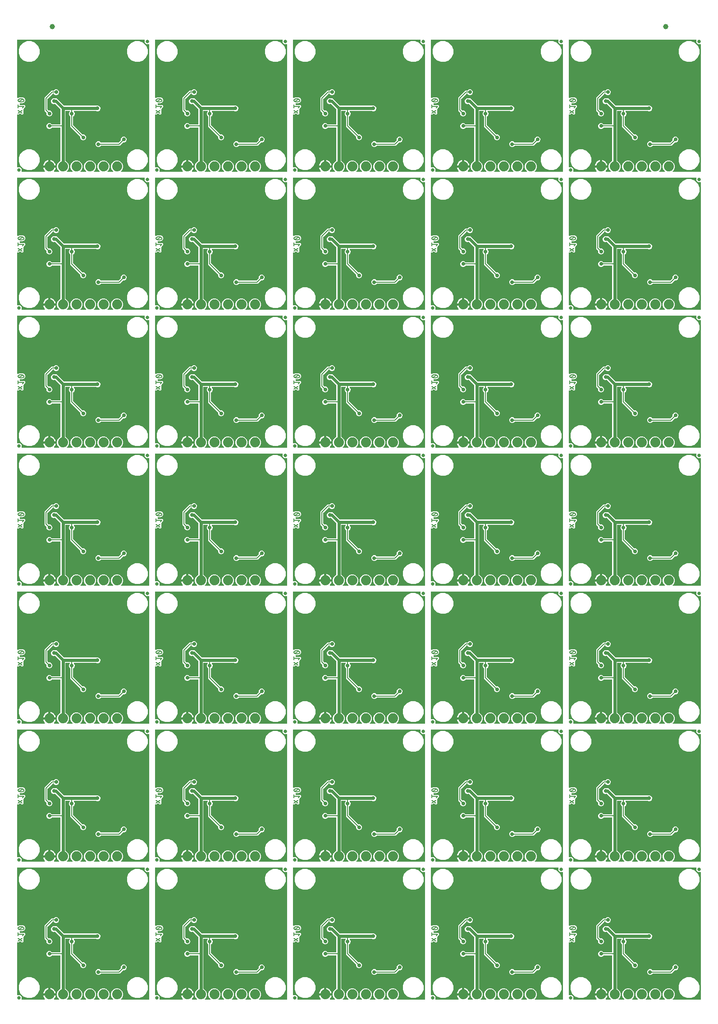
<source format=gbl>
G04 EAGLE Gerber RS-274X export*
G75*
%MOMM*%
%FSLAX34Y34*%
%LPD*%
%INBottom Copper*%
%IPPOS*%
%AMOC8*
5,1,8,0,0,1.08239X$1,22.5*%
G01*
%ADD10C,0.203200*%
%ADD11C,1.879600*%
%ADD12C,0.635000*%
%ADD13C,1.000000*%
%ADD14C,0.736600*%
%ADD15C,0.609600*%
%ADD16C,0.177800*%

G36*
X1090419Y1557279D02*
X1090419Y1557279D01*
X1090449Y1557276D01*
X1090560Y1557299D01*
X1090672Y1557315D01*
X1090699Y1557327D01*
X1090727Y1557332D01*
X1090828Y1557384D01*
X1090931Y1557431D01*
X1090954Y1557450D01*
X1090980Y1557463D01*
X1091062Y1557541D01*
X1091148Y1557614D01*
X1091165Y1557639D01*
X1091186Y1557659D01*
X1091243Y1557757D01*
X1091306Y1557851D01*
X1091315Y1557879D01*
X1091330Y1557904D01*
X1091357Y1558014D01*
X1091392Y1558122D01*
X1091392Y1558151D01*
X1091400Y1558180D01*
X1091396Y1558293D01*
X1091399Y1558406D01*
X1091392Y1558435D01*
X1091391Y1558464D01*
X1091356Y1558572D01*
X1091327Y1558681D01*
X1091312Y1558707D01*
X1091303Y1558735D01*
X1091257Y1558799D01*
X1091182Y1558926D01*
X1091136Y1558969D01*
X1091108Y1559008D01*
X1090714Y1559402D01*
X1089609Y1560923D01*
X1088756Y1562597D01*
X1088175Y1564384D01*
X1088054Y1565149D01*
X1098804Y1565149D01*
X1098862Y1565157D01*
X1098920Y1565155D01*
X1099002Y1565177D01*
X1099085Y1565189D01*
X1099139Y1565213D01*
X1099195Y1565227D01*
X1099268Y1565270D01*
X1099345Y1565305D01*
X1099389Y1565343D01*
X1099440Y1565373D01*
X1099497Y1565434D01*
X1099562Y1565489D01*
X1099594Y1565537D01*
X1099634Y1565580D01*
X1099673Y1565655D01*
X1099719Y1565725D01*
X1099737Y1565781D01*
X1099764Y1565833D01*
X1099775Y1565901D01*
X1099805Y1565996D01*
X1099808Y1566096D01*
X1099819Y1566164D01*
X1099819Y1567181D01*
X1099821Y1567181D01*
X1099821Y1566164D01*
X1099829Y1566106D01*
X1099828Y1566048D01*
X1099849Y1565966D01*
X1099861Y1565883D01*
X1099885Y1565829D01*
X1099899Y1565773D01*
X1099942Y1565700D01*
X1099977Y1565623D01*
X1100015Y1565578D01*
X1100045Y1565528D01*
X1100106Y1565470D01*
X1100161Y1565406D01*
X1100209Y1565374D01*
X1100252Y1565334D01*
X1100327Y1565295D01*
X1100397Y1565249D01*
X1100453Y1565231D01*
X1100505Y1565204D01*
X1100573Y1565193D01*
X1100668Y1565163D01*
X1100768Y1565160D01*
X1100836Y1565149D01*
X1111586Y1565149D01*
X1111465Y1564384D01*
X1110884Y1562597D01*
X1110031Y1560923D01*
X1108926Y1559402D01*
X1108532Y1559008D01*
X1108514Y1558984D01*
X1108492Y1558965D01*
X1108429Y1558871D01*
X1108361Y1558781D01*
X1108350Y1558753D01*
X1108334Y1558729D01*
X1108300Y1558621D01*
X1108260Y1558515D01*
X1108257Y1558486D01*
X1108248Y1558458D01*
X1108245Y1558345D01*
X1108236Y1558232D01*
X1108242Y1558203D01*
X1108241Y1558174D01*
X1108270Y1558064D01*
X1108292Y1557953D01*
X1108305Y1557927D01*
X1108313Y1557899D01*
X1108371Y1557801D01*
X1108423Y1557701D01*
X1108443Y1557679D01*
X1108458Y1557654D01*
X1108541Y1557577D01*
X1108619Y1557495D01*
X1108644Y1557480D01*
X1108665Y1557460D01*
X1108766Y1557408D01*
X1108864Y1557351D01*
X1108892Y1557344D01*
X1108919Y1557330D01*
X1108996Y1557317D01*
X1109140Y1557281D01*
X1109202Y1557283D01*
X1109250Y1557275D01*
X1116868Y1557275D01*
X1116897Y1557279D01*
X1116926Y1557276D01*
X1117037Y1557299D01*
X1117149Y1557315D01*
X1117176Y1557327D01*
X1117205Y1557332D01*
X1117306Y1557385D01*
X1117409Y1557431D01*
X1117431Y1557450D01*
X1117457Y1557463D01*
X1117539Y1557541D01*
X1117626Y1557614D01*
X1117642Y1557639D01*
X1117663Y1557659D01*
X1117721Y1557757D01*
X1117783Y1557851D01*
X1117792Y1557879D01*
X1117807Y1557904D01*
X1117835Y1558014D01*
X1117869Y1558122D01*
X1117870Y1558152D01*
X1117877Y1558180D01*
X1117874Y1558293D01*
X1117877Y1558406D01*
X1117869Y1558435D01*
X1117868Y1558464D01*
X1117833Y1558572D01*
X1117805Y1558681D01*
X1117790Y1558707D01*
X1117781Y1558735D01*
X1117735Y1558798D01*
X1117659Y1558926D01*
X1117614Y1558969D01*
X1117586Y1559008D01*
X1115745Y1560849D01*
X1114043Y1564957D01*
X1114043Y1569403D01*
X1115745Y1573511D01*
X1118889Y1576655D01*
X1119767Y1577019D01*
X1119768Y1577020D01*
X1119769Y1577020D01*
X1119888Y1577090D01*
X1120011Y1577163D01*
X1120012Y1577164D01*
X1120014Y1577165D01*
X1120111Y1577269D01*
X1120207Y1577370D01*
X1120207Y1577371D01*
X1120208Y1577372D01*
X1120273Y1577498D01*
X1120337Y1577623D01*
X1120337Y1577624D01*
X1120338Y1577626D01*
X1120340Y1577641D01*
X1120392Y1577902D01*
X1120389Y1577932D01*
X1120393Y1577957D01*
X1120393Y1639570D01*
X1120386Y1639619D01*
X1120387Y1639626D01*
X1120385Y1639632D01*
X1120387Y1639686D01*
X1120365Y1639768D01*
X1120353Y1639852D01*
X1120330Y1639905D01*
X1120315Y1639961D01*
X1120272Y1640034D01*
X1120237Y1640111D01*
X1120199Y1640156D01*
X1120170Y1640206D01*
X1120108Y1640264D01*
X1120054Y1640328D01*
X1120005Y1640360D01*
X1119962Y1640400D01*
X1119887Y1640439D01*
X1119817Y1640486D01*
X1119761Y1640503D01*
X1119709Y1640530D01*
X1119641Y1640541D01*
X1119546Y1640571D01*
X1119446Y1640574D01*
X1119378Y1640585D01*
X1105170Y1640585D01*
X1105083Y1640573D01*
X1104996Y1640570D01*
X1104943Y1640553D01*
X1104888Y1640545D01*
X1104809Y1640510D01*
X1104725Y1640483D01*
X1104686Y1640455D01*
X1104629Y1640429D01*
X1104516Y1640333D01*
X1104452Y1640288D01*
X1102914Y1638750D01*
X1100906Y1637918D01*
X1098734Y1637918D01*
X1096726Y1638750D01*
X1095190Y1640286D01*
X1094358Y1642294D01*
X1094358Y1644466D01*
X1095190Y1646474D01*
X1096726Y1648010D01*
X1098734Y1648842D01*
X1100906Y1648842D01*
X1102914Y1648010D01*
X1104452Y1646472D01*
X1104522Y1646420D01*
X1104586Y1646360D01*
X1104635Y1646334D01*
X1104679Y1646301D01*
X1104761Y1646270D01*
X1104839Y1646230D01*
X1104886Y1646222D01*
X1104945Y1646200D01*
X1105093Y1646188D01*
X1105170Y1646175D01*
X1119378Y1646175D01*
X1119436Y1646183D01*
X1119494Y1646181D01*
X1119576Y1646203D01*
X1119660Y1646215D01*
X1119713Y1646238D01*
X1119769Y1646253D01*
X1119842Y1646296D01*
X1119919Y1646331D01*
X1119964Y1646369D01*
X1120014Y1646398D01*
X1120072Y1646460D01*
X1120136Y1646514D01*
X1120168Y1646563D01*
X1120208Y1646606D01*
X1120247Y1646681D01*
X1120294Y1646751D01*
X1120311Y1646807D01*
X1120338Y1646859D01*
X1120349Y1646927D01*
X1120379Y1647022D01*
X1120382Y1647122D01*
X1120393Y1647190D01*
X1120393Y1674140D01*
X1120381Y1674227D01*
X1120378Y1674314D01*
X1120361Y1674367D01*
X1120353Y1674422D01*
X1120318Y1674501D01*
X1120291Y1674585D01*
X1120263Y1674624D01*
X1120237Y1674681D01*
X1120141Y1674794D01*
X1120096Y1674858D01*
X1110614Y1684340D01*
X1110613Y1684341D01*
X1110612Y1684342D01*
X1110493Y1684431D01*
X1110387Y1684511D01*
X1110385Y1684511D01*
X1110384Y1684512D01*
X1110250Y1684563D01*
X1110121Y1684612D01*
X1110119Y1684612D01*
X1110118Y1684613D01*
X1109979Y1684624D01*
X1109838Y1684636D01*
X1109836Y1684635D01*
X1109835Y1684636D01*
X1109820Y1684632D01*
X1109559Y1684580D01*
X1109532Y1684566D01*
X1109507Y1684560D01*
X1109406Y1684518D01*
X1107234Y1684518D01*
X1105226Y1685350D01*
X1103690Y1686886D01*
X1102858Y1688894D01*
X1102858Y1691066D01*
X1103690Y1693074D01*
X1105226Y1694610D01*
X1107234Y1695442D01*
X1109406Y1695442D01*
X1110753Y1694884D01*
X1110783Y1694876D01*
X1110810Y1694862D01*
X1110888Y1694849D01*
X1111028Y1694813D01*
X1111092Y1694815D01*
X1111141Y1694807D01*
X1113799Y1694807D01*
X1127002Y1681604D01*
X1127072Y1681552D01*
X1127136Y1681492D01*
X1127185Y1681466D01*
X1127229Y1681433D01*
X1127311Y1681402D01*
X1127389Y1681362D01*
X1127436Y1681354D01*
X1127495Y1681332D01*
X1127642Y1681320D01*
X1127720Y1681307D01*
X1187362Y1681307D01*
X1187392Y1681311D01*
X1187423Y1681309D01*
X1187500Y1681326D01*
X1187643Y1681347D01*
X1187702Y1681373D01*
X1187750Y1681384D01*
X1188904Y1681862D01*
X1191076Y1681862D01*
X1193084Y1681030D01*
X1194620Y1679494D01*
X1195452Y1677486D01*
X1195452Y1675314D01*
X1194620Y1673306D01*
X1193084Y1671770D01*
X1191076Y1670938D01*
X1188904Y1670938D01*
X1187364Y1671576D01*
X1187334Y1671584D01*
X1187307Y1671598D01*
X1187229Y1671611D01*
X1187089Y1671647D01*
X1187024Y1671645D01*
X1186975Y1671653D01*
X1146492Y1671653D01*
X1146463Y1671649D01*
X1146434Y1671652D01*
X1146322Y1671629D01*
X1146210Y1671613D01*
X1146184Y1671601D01*
X1146155Y1671596D01*
X1146054Y1671543D01*
X1145951Y1671497D01*
X1145929Y1671478D01*
X1145902Y1671465D01*
X1145820Y1671387D01*
X1145734Y1671314D01*
X1145718Y1671289D01*
X1145696Y1671269D01*
X1145639Y1671171D01*
X1145576Y1671077D01*
X1145567Y1671049D01*
X1145553Y1671024D01*
X1145525Y1670914D01*
X1145491Y1670806D01*
X1145490Y1670776D01*
X1145483Y1670748D01*
X1145486Y1670635D01*
X1145483Y1670522D01*
X1145491Y1670493D01*
X1145492Y1670464D01*
X1145526Y1670356D01*
X1145555Y1670247D01*
X1145570Y1670221D01*
X1145579Y1670193D01*
X1145625Y1670129D01*
X1145700Y1670002D01*
X1145746Y1669959D01*
X1145774Y1669920D01*
X1146360Y1669334D01*
X1147192Y1667326D01*
X1147192Y1665154D01*
X1146360Y1663146D01*
X1144822Y1661608D01*
X1144770Y1661538D01*
X1144710Y1661474D01*
X1144684Y1661425D01*
X1144651Y1661381D01*
X1144620Y1661299D01*
X1144580Y1661221D01*
X1144572Y1661174D01*
X1144550Y1661115D01*
X1144541Y1661005D01*
X1144539Y1660998D01*
X1144538Y1660971D01*
X1144538Y1660967D01*
X1144525Y1660890D01*
X1144525Y1644958D01*
X1144537Y1644872D01*
X1144540Y1644784D01*
X1144557Y1644731D01*
X1144565Y1644677D01*
X1144600Y1644597D01*
X1144627Y1644514D01*
X1144655Y1644474D01*
X1144681Y1644417D01*
X1144777Y1644304D01*
X1144822Y1644240D01*
X1161513Y1627549D01*
X1161583Y1627497D01*
X1161647Y1627437D01*
X1161696Y1627411D01*
X1161740Y1627378D01*
X1161822Y1627347D01*
X1161900Y1627307D01*
X1161948Y1627299D01*
X1162006Y1627277D01*
X1162154Y1627265D01*
X1162231Y1627252D01*
X1164406Y1627252D01*
X1166414Y1626420D01*
X1167950Y1624884D01*
X1168782Y1622876D01*
X1168782Y1620704D01*
X1167950Y1618696D01*
X1166414Y1617160D01*
X1164406Y1616328D01*
X1162234Y1616328D01*
X1160226Y1617160D01*
X1158690Y1618696D01*
X1157858Y1620704D01*
X1157858Y1622879D01*
X1157846Y1622965D01*
X1157843Y1623053D01*
X1157826Y1623106D01*
X1157818Y1623160D01*
X1157783Y1623240D01*
X1157756Y1623323D01*
X1157728Y1623363D01*
X1157702Y1623420D01*
X1157606Y1623533D01*
X1157561Y1623597D01*
X1140870Y1640288D01*
X1138935Y1642222D01*
X1138935Y1660890D01*
X1138928Y1660939D01*
X1138929Y1660947D01*
X1138926Y1660957D01*
X1138923Y1660977D01*
X1138920Y1661064D01*
X1138903Y1661117D01*
X1138895Y1661172D01*
X1138860Y1661251D01*
X1138833Y1661335D01*
X1138805Y1661374D01*
X1138779Y1661431D01*
X1138683Y1661544D01*
X1138638Y1661608D01*
X1137100Y1663146D01*
X1136268Y1665154D01*
X1136268Y1667326D01*
X1137100Y1669334D01*
X1137686Y1669920D01*
X1137704Y1669944D01*
X1137726Y1669963D01*
X1137789Y1670057D01*
X1137857Y1670147D01*
X1137867Y1670175D01*
X1137884Y1670199D01*
X1137918Y1670307D01*
X1137958Y1670413D01*
X1137961Y1670442D01*
X1137969Y1670470D01*
X1137972Y1670584D01*
X1137982Y1670696D01*
X1137976Y1670725D01*
X1137977Y1670754D01*
X1137948Y1670864D01*
X1137926Y1670975D01*
X1137912Y1671001D01*
X1137905Y1671029D01*
X1137847Y1671127D01*
X1137795Y1671227D01*
X1137775Y1671249D01*
X1137760Y1671274D01*
X1137677Y1671351D01*
X1137599Y1671433D01*
X1137574Y1671448D01*
X1137552Y1671468D01*
X1137451Y1671520D01*
X1137354Y1671577D01*
X1137325Y1671584D01*
X1137299Y1671598D01*
X1137222Y1671611D01*
X1137078Y1671647D01*
X1137016Y1671645D01*
X1136968Y1671653D01*
X1131062Y1671653D01*
X1131004Y1671645D01*
X1130946Y1671647D01*
X1130864Y1671625D01*
X1130780Y1671613D01*
X1130727Y1671590D01*
X1130671Y1671575D01*
X1130598Y1671532D01*
X1130521Y1671497D01*
X1130476Y1671459D01*
X1130426Y1671430D01*
X1130368Y1671368D01*
X1130304Y1671314D01*
X1130272Y1671265D01*
X1130232Y1671222D01*
X1130193Y1671147D01*
X1130146Y1671077D01*
X1130129Y1671021D01*
X1130102Y1670969D01*
X1130091Y1670901D01*
X1130061Y1670806D01*
X1130058Y1670706D01*
X1130047Y1670638D01*
X1130047Y1577957D01*
X1130047Y1577955D01*
X1130047Y1577954D01*
X1130067Y1577814D01*
X1130087Y1577675D01*
X1130087Y1577674D01*
X1130087Y1577672D01*
X1130144Y1577546D01*
X1130203Y1577416D01*
X1130204Y1577415D01*
X1130205Y1577413D01*
X1130296Y1577306D01*
X1130386Y1577199D01*
X1130388Y1577198D01*
X1130389Y1577197D01*
X1130402Y1577188D01*
X1130623Y1577041D01*
X1130652Y1577032D01*
X1130673Y1577019D01*
X1131551Y1576655D01*
X1134695Y1573511D01*
X1136397Y1569403D01*
X1136397Y1564957D01*
X1134695Y1560849D01*
X1132854Y1559008D01*
X1132836Y1558984D01*
X1132814Y1558965D01*
X1132751Y1558871D01*
X1132683Y1558781D01*
X1132673Y1558753D01*
X1132657Y1558729D01*
X1132622Y1558621D01*
X1132582Y1558515D01*
X1132580Y1558486D01*
X1132571Y1558458D01*
X1132568Y1558344D01*
X1132558Y1558232D01*
X1132564Y1558203D01*
X1132563Y1558174D01*
X1132592Y1558064D01*
X1132614Y1557953D01*
X1132628Y1557927D01*
X1132635Y1557899D01*
X1132693Y1557801D01*
X1132745Y1557701D01*
X1132766Y1557679D01*
X1132781Y1557654D01*
X1132863Y1557577D01*
X1132941Y1557495D01*
X1132966Y1557480D01*
X1132988Y1557460D01*
X1133089Y1557408D01*
X1133186Y1557351D01*
X1133215Y1557344D01*
X1133241Y1557330D01*
X1133318Y1557317D01*
X1133462Y1557281D01*
X1133524Y1557283D01*
X1133572Y1557275D01*
X1142268Y1557275D01*
X1142297Y1557279D01*
X1142326Y1557276D01*
X1142437Y1557299D01*
X1142549Y1557315D01*
X1142576Y1557327D01*
X1142605Y1557332D01*
X1142706Y1557385D01*
X1142809Y1557431D01*
X1142831Y1557450D01*
X1142857Y1557463D01*
X1142939Y1557541D01*
X1143026Y1557614D01*
X1143042Y1557639D01*
X1143063Y1557659D01*
X1143121Y1557757D01*
X1143183Y1557851D01*
X1143192Y1557879D01*
X1143207Y1557904D01*
X1143235Y1558014D01*
X1143269Y1558122D01*
X1143270Y1558152D01*
X1143277Y1558180D01*
X1143274Y1558293D01*
X1143277Y1558406D01*
X1143269Y1558435D01*
X1143268Y1558464D01*
X1143233Y1558572D01*
X1143205Y1558681D01*
X1143190Y1558707D01*
X1143181Y1558735D01*
X1143135Y1558798D01*
X1143059Y1558926D01*
X1143014Y1558969D01*
X1142986Y1559008D01*
X1141145Y1560849D01*
X1139443Y1564957D01*
X1139443Y1569403D01*
X1141145Y1573511D01*
X1144289Y1576655D01*
X1148397Y1578357D01*
X1152843Y1578357D01*
X1156951Y1576655D01*
X1160095Y1573511D01*
X1161797Y1569403D01*
X1161797Y1564957D01*
X1160095Y1560849D01*
X1158254Y1559008D01*
X1158236Y1558984D01*
X1158214Y1558965D01*
X1158151Y1558871D01*
X1158083Y1558781D01*
X1158073Y1558753D01*
X1158057Y1558729D01*
X1158022Y1558621D01*
X1157982Y1558515D01*
X1157980Y1558486D01*
X1157971Y1558458D01*
X1157968Y1558344D01*
X1157958Y1558232D01*
X1157964Y1558203D01*
X1157963Y1558174D01*
X1157992Y1558064D01*
X1158014Y1557953D01*
X1158028Y1557927D01*
X1158035Y1557899D01*
X1158093Y1557801D01*
X1158145Y1557701D01*
X1158166Y1557679D01*
X1158181Y1557654D01*
X1158263Y1557577D01*
X1158341Y1557495D01*
X1158366Y1557480D01*
X1158388Y1557460D01*
X1158489Y1557408D01*
X1158586Y1557351D01*
X1158615Y1557344D01*
X1158641Y1557330D01*
X1158718Y1557317D01*
X1158862Y1557281D01*
X1158924Y1557283D01*
X1158972Y1557275D01*
X1167668Y1557275D01*
X1167697Y1557279D01*
X1167726Y1557276D01*
X1167837Y1557299D01*
X1167949Y1557315D01*
X1167976Y1557327D01*
X1168005Y1557332D01*
X1168106Y1557385D01*
X1168209Y1557431D01*
X1168231Y1557450D01*
X1168257Y1557463D01*
X1168339Y1557541D01*
X1168426Y1557614D01*
X1168442Y1557639D01*
X1168463Y1557659D01*
X1168521Y1557757D01*
X1168583Y1557851D01*
X1168592Y1557879D01*
X1168607Y1557904D01*
X1168635Y1558014D01*
X1168669Y1558122D01*
X1168670Y1558152D01*
X1168677Y1558180D01*
X1168674Y1558293D01*
X1168677Y1558406D01*
X1168669Y1558435D01*
X1168668Y1558464D01*
X1168633Y1558572D01*
X1168605Y1558681D01*
X1168590Y1558707D01*
X1168581Y1558735D01*
X1168535Y1558798D01*
X1168459Y1558926D01*
X1168414Y1558969D01*
X1168386Y1559008D01*
X1166545Y1560849D01*
X1164843Y1564957D01*
X1164843Y1569403D01*
X1166545Y1573511D01*
X1169689Y1576655D01*
X1173797Y1578357D01*
X1178243Y1578357D01*
X1182351Y1576655D01*
X1185495Y1573511D01*
X1187197Y1569403D01*
X1187197Y1564957D01*
X1185495Y1560849D01*
X1183654Y1559008D01*
X1183636Y1558984D01*
X1183614Y1558965D01*
X1183551Y1558871D01*
X1183483Y1558781D01*
X1183473Y1558753D01*
X1183457Y1558729D01*
X1183422Y1558621D01*
X1183382Y1558515D01*
X1183380Y1558486D01*
X1183371Y1558458D01*
X1183368Y1558344D01*
X1183358Y1558232D01*
X1183364Y1558203D01*
X1183363Y1558174D01*
X1183392Y1558064D01*
X1183414Y1557953D01*
X1183428Y1557927D01*
X1183435Y1557899D01*
X1183493Y1557801D01*
X1183545Y1557701D01*
X1183566Y1557679D01*
X1183581Y1557654D01*
X1183663Y1557577D01*
X1183741Y1557495D01*
X1183766Y1557480D01*
X1183788Y1557460D01*
X1183889Y1557408D01*
X1183986Y1557351D01*
X1184015Y1557344D01*
X1184041Y1557330D01*
X1184118Y1557317D01*
X1184262Y1557281D01*
X1184324Y1557283D01*
X1184372Y1557275D01*
X1193068Y1557275D01*
X1193097Y1557279D01*
X1193126Y1557276D01*
X1193237Y1557299D01*
X1193349Y1557315D01*
X1193376Y1557327D01*
X1193405Y1557332D01*
X1193506Y1557385D01*
X1193609Y1557431D01*
X1193631Y1557450D01*
X1193657Y1557463D01*
X1193739Y1557541D01*
X1193826Y1557614D01*
X1193842Y1557639D01*
X1193863Y1557659D01*
X1193921Y1557757D01*
X1193983Y1557851D01*
X1193992Y1557879D01*
X1194007Y1557904D01*
X1194035Y1558014D01*
X1194069Y1558122D01*
X1194070Y1558152D01*
X1194077Y1558180D01*
X1194074Y1558293D01*
X1194077Y1558406D01*
X1194069Y1558435D01*
X1194068Y1558464D01*
X1194033Y1558572D01*
X1194005Y1558681D01*
X1193990Y1558707D01*
X1193981Y1558735D01*
X1193935Y1558798D01*
X1193859Y1558926D01*
X1193814Y1558969D01*
X1193786Y1559008D01*
X1191945Y1560849D01*
X1190243Y1564957D01*
X1190243Y1569403D01*
X1191945Y1573511D01*
X1195089Y1576655D01*
X1199197Y1578357D01*
X1203643Y1578357D01*
X1207751Y1576655D01*
X1210895Y1573511D01*
X1212597Y1569403D01*
X1212597Y1564957D01*
X1210895Y1560849D01*
X1209054Y1559008D01*
X1209036Y1558984D01*
X1209014Y1558965D01*
X1208951Y1558871D01*
X1208883Y1558781D01*
X1208873Y1558753D01*
X1208857Y1558729D01*
X1208822Y1558621D01*
X1208782Y1558515D01*
X1208780Y1558486D01*
X1208771Y1558458D01*
X1208768Y1558344D01*
X1208758Y1558232D01*
X1208764Y1558203D01*
X1208763Y1558174D01*
X1208792Y1558064D01*
X1208814Y1557953D01*
X1208828Y1557927D01*
X1208835Y1557899D01*
X1208893Y1557801D01*
X1208945Y1557701D01*
X1208966Y1557679D01*
X1208981Y1557654D01*
X1209063Y1557577D01*
X1209141Y1557495D01*
X1209166Y1557480D01*
X1209188Y1557460D01*
X1209289Y1557408D01*
X1209386Y1557351D01*
X1209415Y1557344D01*
X1209441Y1557330D01*
X1209518Y1557317D01*
X1209662Y1557281D01*
X1209724Y1557283D01*
X1209772Y1557275D01*
X1218468Y1557275D01*
X1218497Y1557279D01*
X1218526Y1557276D01*
X1218637Y1557299D01*
X1218749Y1557315D01*
X1218776Y1557327D01*
X1218805Y1557332D01*
X1218906Y1557385D01*
X1219009Y1557431D01*
X1219031Y1557450D01*
X1219057Y1557463D01*
X1219139Y1557541D01*
X1219226Y1557614D01*
X1219242Y1557639D01*
X1219263Y1557659D01*
X1219321Y1557757D01*
X1219383Y1557851D01*
X1219392Y1557879D01*
X1219407Y1557904D01*
X1219435Y1558014D01*
X1219469Y1558122D01*
X1219470Y1558152D01*
X1219477Y1558180D01*
X1219474Y1558293D01*
X1219477Y1558406D01*
X1219469Y1558435D01*
X1219468Y1558464D01*
X1219433Y1558572D01*
X1219405Y1558681D01*
X1219390Y1558707D01*
X1219381Y1558735D01*
X1219335Y1558798D01*
X1219259Y1558926D01*
X1219214Y1558969D01*
X1219186Y1559008D01*
X1217345Y1560849D01*
X1215643Y1564957D01*
X1215643Y1569403D01*
X1217345Y1573511D01*
X1220489Y1576655D01*
X1224597Y1578357D01*
X1229043Y1578357D01*
X1233151Y1576655D01*
X1236295Y1573511D01*
X1237997Y1569403D01*
X1237997Y1564957D01*
X1236295Y1560849D01*
X1234454Y1559008D01*
X1234436Y1558984D01*
X1234414Y1558965D01*
X1234351Y1558871D01*
X1234283Y1558781D01*
X1234273Y1558753D01*
X1234257Y1558729D01*
X1234222Y1558621D01*
X1234182Y1558515D01*
X1234180Y1558486D01*
X1234171Y1558458D01*
X1234168Y1558344D01*
X1234158Y1558232D01*
X1234164Y1558203D01*
X1234163Y1558174D01*
X1234192Y1558064D01*
X1234214Y1557953D01*
X1234228Y1557927D01*
X1234235Y1557899D01*
X1234293Y1557801D01*
X1234345Y1557701D01*
X1234366Y1557679D01*
X1234381Y1557654D01*
X1234463Y1557577D01*
X1234541Y1557495D01*
X1234566Y1557480D01*
X1234588Y1557460D01*
X1234689Y1557408D01*
X1234786Y1557351D01*
X1234815Y1557344D01*
X1234841Y1557330D01*
X1234918Y1557317D01*
X1235062Y1557281D01*
X1235124Y1557283D01*
X1235172Y1557275D01*
X1286510Y1557275D01*
X1286568Y1557283D01*
X1286626Y1557281D01*
X1286708Y1557303D01*
X1286792Y1557315D01*
X1286845Y1557338D01*
X1286901Y1557353D01*
X1286974Y1557396D01*
X1287051Y1557431D01*
X1287096Y1557469D01*
X1287146Y1557498D01*
X1287204Y1557560D01*
X1287268Y1557614D01*
X1287300Y1557663D01*
X1287340Y1557706D01*
X1287379Y1557781D01*
X1287426Y1557851D01*
X1287443Y1557907D01*
X1287470Y1557959D01*
X1287481Y1558027D01*
X1287511Y1558122D01*
X1287514Y1558222D01*
X1287525Y1558290D01*
X1287525Y1796229D01*
X1287521Y1796258D01*
X1287524Y1796287D01*
X1287501Y1796398D01*
X1287485Y1796510D01*
X1287473Y1796537D01*
X1287468Y1796566D01*
X1287416Y1796666D01*
X1287369Y1796770D01*
X1287350Y1796792D01*
X1287337Y1796818D01*
X1287259Y1796900D01*
X1287186Y1796987D01*
X1287161Y1797003D01*
X1287141Y1797024D01*
X1287043Y1797081D01*
X1286949Y1797144D01*
X1286921Y1797153D01*
X1286895Y1797168D01*
X1286786Y1797196D01*
X1286678Y1797230D01*
X1286648Y1797231D01*
X1286620Y1797238D01*
X1286507Y1797234D01*
X1286394Y1797237D01*
X1286365Y1797230D01*
X1286336Y1797229D01*
X1286228Y1797194D01*
X1286160Y1797176D01*
X1281918Y1797176D01*
X1279016Y1800078D01*
X1279016Y1804333D01*
X1279018Y1804339D01*
X1279059Y1804445D01*
X1279061Y1804474D01*
X1279070Y1804502D01*
X1279073Y1804615D01*
X1279082Y1804728D01*
X1279076Y1804757D01*
X1279077Y1804786D01*
X1279049Y1804896D01*
X1279026Y1805007D01*
X1279013Y1805033D01*
X1279005Y1805061D01*
X1278948Y1805159D01*
X1278895Y1805259D01*
X1278875Y1805281D01*
X1278860Y1805306D01*
X1278777Y1805383D01*
X1278700Y1805465D01*
X1278674Y1805480D01*
X1278653Y1805500D01*
X1278552Y1805552D01*
X1278454Y1805609D01*
X1278426Y1805616D01*
X1278400Y1805630D01*
X1278322Y1805643D01*
X1278179Y1805679D01*
X1278116Y1805677D01*
X1278069Y1805685D01*
X1040130Y1805685D01*
X1040072Y1805677D01*
X1040014Y1805679D01*
X1039932Y1805657D01*
X1039848Y1805645D01*
X1039795Y1805622D01*
X1039739Y1805607D01*
X1039666Y1805564D01*
X1039589Y1805529D01*
X1039544Y1805491D01*
X1039494Y1805462D01*
X1039436Y1805400D01*
X1039372Y1805346D01*
X1039340Y1805297D01*
X1039300Y1805254D01*
X1039261Y1805179D01*
X1039214Y1805109D01*
X1039197Y1805053D01*
X1039170Y1805001D01*
X1039159Y1804933D01*
X1039129Y1804838D01*
X1039126Y1804738D01*
X1039115Y1804670D01*
X1039115Y1696716D01*
X1039126Y1696634D01*
X1039128Y1696550D01*
X1039146Y1696494D01*
X1039155Y1696435D01*
X1039189Y1696359D01*
X1039214Y1696279D01*
X1039247Y1696230D01*
X1039271Y1696175D01*
X1039325Y1696112D01*
X1039371Y1696042D01*
X1039416Y1696004D01*
X1039454Y1695958D01*
X1039524Y1695912D01*
X1039587Y1695858D01*
X1039642Y1695834D01*
X1039691Y1695801D01*
X1039771Y1695776D01*
X1039847Y1695741D01*
X1039905Y1695733D01*
X1039962Y1695715D01*
X1040046Y1695713D01*
X1040128Y1695701D01*
X1040179Y1695709D01*
X1040246Y1695708D01*
X1040382Y1695743D01*
X1040459Y1695756D01*
X1041499Y1696112D01*
X1041562Y1696145D01*
X1041614Y1696160D01*
X1043806Y1697229D01*
X1049154Y1697229D01*
X1050439Y1696602D01*
X1050444Y1696600D01*
X1050449Y1696597D01*
X1050487Y1696586D01*
X1050709Y1696515D01*
X1050744Y1696513D01*
X1050772Y1696506D01*
X1050902Y1696491D01*
X1050911Y1696481D01*
X1050952Y1696442D01*
X1050985Y1696398D01*
X1051043Y1696357D01*
X1051117Y1696286D01*
X1051203Y1696242D01*
X1051259Y1696203D01*
X1051346Y1696160D01*
X1051414Y1696138D01*
X1051461Y1696112D01*
X1052751Y1695670D01*
X1054609Y1693069D01*
X1054609Y1689872D01*
X1052751Y1687271D01*
X1051461Y1686829D01*
X1051397Y1686796D01*
X1051345Y1686781D01*
X1049154Y1685713D01*
X1044841Y1685713D01*
X1044812Y1685708D01*
X1044782Y1685711D01*
X1044671Y1685689D01*
X1044559Y1685673D01*
X1044532Y1685661D01*
X1044504Y1685655D01*
X1044403Y1685603D01*
X1044300Y1685557D01*
X1044277Y1685538D01*
X1044251Y1685524D01*
X1044169Y1685446D01*
X1044083Y1685373D01*
X1044067Y1685348D01*
X1044045Y1685328D01*
X1043988Y1685230D01*
X1043925Y1685136D01*
X1043916Y1685108D01*
X1043902Y1685083D01*
X1043874Y1684973D01*
X1043840Y1684865D01*
X1043839Y1684836D01*
X1043832Y1684807D01*
X1043835Y1684694D01*
X1043832Y1684581D01*
X1043840Y1684553D01*
X1043841Y1684523D01*
X1043875Y1684415D01*
X1043904Y1684306D01*
X1043919Y1684281D01*
X1043928Y1684253D01*
X1043941Y1684235D01*
X1043941Y1683851D01*
X1043949Y1683793D01*
X1043947Y1683734D01*
X1043969Y1683653D01*
X1043981Y1683569D01*
X1044004Y1683516D01*
X1044019Y1683459D01*
X1044062Y1683387D01*
X1044097Y1683310D01*
X1044135Y1683265D01*
X1044164Y1683215D01*
X1044226Y1683157D01*
X1044280Y1683093D01*
X1044329Y1683060D01*
X1044372Y1683020D01*
X1044447Y1682982D01*
X1044517Y1682935D01*
X1044573Y1682918D01*
X1044625Y1682891D01*
X1044693Y1682880D01*
X1044788Y1682849D01*
X1044888Y1682847D01*
X1044956Y1682835D01*
X1051603Y1682835D01*
X1051666Y1682844D01*
X1051715Y1682842D01*
X1052697Y1682951D01*
X1052761Y1682913D01*
X1052791Y1682905D01*
X1052819Y1682891D01*
X1052897Y1682878D01*
X1052940Y1682867D01*
X1053641Y1682166D01*
X1053692Y1682128D01*
X1053725Y1682091D01*
X1054496Y1681474D01*
X1054515Y1681402D01*
X1054531Y1681375D01*
X1054540Y1681345D01*
X1054586Y1681281D01*
X1054609Y1681243D01*
X1054609Y1680252D01*
X1054618Y1680189D01*
X1054615Y1680140D01*
X1054724Y1679157D01*
X1054686Y1679094D01*
X1054679Y1679063D01*
X1054664Y1679035D01*
X1054651Y1678958D01*
X1054640Y1678914D01*
X1053939Y1678214D01*
X1053901Y1678163D01*
X1053864Y1678130D01*
X1050918Y1674447D01*
X1050896Y1674409D01*
X1050866Y1674376D01*
X1050823Y1674287D01*
X1050774Y1674203D01*
X1050762Y1674159D01*
X1050743Y1674119D01*
X1050727Y1674022D01*
X1050702Y1673928D01*
X1050704Y1673883D01*
X1050696Y1673839D01*
X1050707Y1673741D01*
X1050710Y1673643D01*
X1050724Y1673601D01*
X1050729Y1673556D01*
X1050760Y1673487D01*
X1050796Y1673373D01*
X1050842Y1673305D01*
X1050866Y1673250D01*
X1051225Y1672711D01*
X1050751Y1670339D01*
X1050734Y1670311D01*
X1050667Y1670216D01*
X1050658Y1670191D01*
X1050644Y1670169D01*
X1050612Y1670057D01*
X1050574Y1669948D01*
X1050573Y1669921D01*
X1050565Y1669896D01*
X1050565Y1669780D01*
X1050559Y1669664D01*
X1050565Y1669638D01*
X1050565Y1669611D01*
X1050597Y1669500D01*
X1050624Y1669387D01*
X1050637Y1669364D01*
X1050644Y1669338D01*
X1050706Y1669240D01*
X1050754Y1669155D01*
X1051225Y1666796D01*
X1049941Y1664870D01*
X1047671Y1664416D01*
X1045265Y1666019D01*
X1045265Y1666020D01*
X1045264Y1666020D01*
X1045134Y1666082D01*
X1045009Y1666142D01*
X1045008Y1666143D01*
X1044868Y1666166D01*
X1044729Y1666190D01*
X1044728Y1666190D01*
X1044727Y1666190D01*
X1044579Y1666172D01*
X1044446Y1666157D01*
X1044445Y1666157D01*
X1044440Y1666155D01*
X1044184Y1666048D01*
X1044161Y1666029D01*
X1044139Y1666019D01*
X1041733Y1664416D01*
X1040329Y1664696D01*
X1040313Y1664697D01*
X1040298Y1664702D01*
X1040172Y1664705D01*
X1040045Y1664713D01*
X1040030Y1664709D01*
X1040014Y1664709D01*
X1039892Y1664678D01*
X1039768Y1664649D01*
X1039754Y1664642D01*
X1039739Y1664638D01*
X1039630Y1664573D01*
X1039519Y1664512D01*
X1039508Y1664501D01*
X1039494Y1664492D01*
X1039408Y1664400D01*
X1039318Y1664311D01*
X1039311Y1664297D01*
X1039300Y1664285D01*
X1039242Y1664172D01*
X1039181Y1664062D01*
X1039178Y1664046D01*
X1039170Y1664032D01*
X1039159Y1663963D01*
X1039118Y1663785D01*
X1039121Y1663738D01*
X1039115Y1663701D01*
X1039115Y1566731D01*
X1039119Y1566702D01*
X1039116Y1566673D01*
X1039139Y1566562D01*
X1039155Y1566450D01*
X1039167Y1566423D01*
X1039172Y1566394D01*
X1039224Y1566294D01*
X1039271Y1566190D01*
X1039290Y1566168D01*
X1039303Y1566142D01*
X1039381Y1566060D01*
X1039454Y1565973D01*
X1039479Y1565957D01*
X1039499Y1565936D01*
X1039597Y1565879D01*
X1039691Y1565816D01*
X1039719Y1565807D01*
X1039745Y1565792D01*
X1039854Y1565764D01*
X1039962Y1565730D01*
X1039992Y1565729D01*
X1040020Y1565722D01*
X1040133Y1565726D01*
X1040246Y1565723D01*
X1040275Y1565730D01*
X1040304Y1565731D01*
X1040412Y1565766D01*
X1040480Y1565784D01*
X1044722Y1565784D01*
X1047624Y1562882D01*
X1047624Y1558627D01*
X1047622Y1558621D01*
X1047581Y1558515D01*
X1047579Y1558486D01*
X1047570Y1558458D01*
X1047567Y1558345D01*
X1047558Y1558232D01*
X1047564Y1558203D01*
X1047563Y1558174D01*
X1047591Y1558064D01*
X1047614Y1557953D01*
X1047627Y1557927D01*
X1047635Y1557899D01*
X1047692Y1557801D01*
X1047745Y1557701D01*
X1047765Y1557679D01*
X1047780Y1557654D01*
X1047863Y1557577D01*
X1047940Y1557495D01*
X1047966Y1557480D01*
X1047987Y1557460D01*
X1048088Y1557408D01*
X1048186Y1557351D01*
X1048214Y1557344D01*
X1048240Y1557330D01*
X1048318Y1557317D01*
X1048461Y1557281D01*
X1048524Y1557283D01*
X1048571Y1557275D01*
X1090390Y1557275D01*
X1090419Y1557279D01*
G37*
G36*
X572259Y780039D02*
X572259Y780039D01*
X572289Y780036D01*
X572400Y780059D01*
X572512Y780075D01*
X572539Y780087D01*
X572567Y780092D01*
X572668Y780144D01*
X572771Y780191D01*
X572794Y780210D01*
X572820Y780223D01*
X572902Y780301D01*
X572988Y780374D01*
X573005Y780399D01*
X573026Y780419D01*
X573083Y780517D01*
X573146Y780611D01*
X573155Y780639D01*
X573170Y780664D01*
X573197Y780774D01*
X573232Y780882D01*
X573232Y780911D01*
X573240Y780940D01*
X573236Y781053D01*
X573239Y781166D01*
X573232Y781195D01*
X573231Y781224D01*
X573196Y781332D01*
X573167Y781441D01*
X573152Y781467D01*
X573143Y781495D01*
X573097Y781559D01*
X573022Y781686D01*
X572976Y781729D01*
X572948Y781768D01*
X572554Y782162D01*
X571449Y783683D01*
X570596Y785357D01*
X570015Y787144D01*
X569894Y787909D01*
X580644Y787909D01*
X580702Y787917D01*
X580760Y787915D01*
X580842Y787937D01*
X580925Y787949D01*
X580979Y787973D01*
X581035Y787987D01*
X581108Y788030D01*
X581185Y788065D01*
X581229Y788103D01*
X581280Y788133D01*
X581337Y788194D01*
X581402Y788249D01*
X581434Y788297D01*
X581474Y788340D01*
X581513Y788415D01*
X581559Y788485D01*
X581577Y788541D01*
X581604Y788593D01*
X581615Y788661D01*
X581645Y788756D01*
X581648Y788856D01*
X581659Y788924D01*
X581659Y789941D01*
X581661Y789941D01*
X581661Y788924D01*
X581669Y788866D01*
X581668Y788808D01*
X581689Y788726D01*
X581701Y788643D01*
X581725Y788589D01*
X581739Y788533D01*
X581782Y788460D01*
X581817Y788383D01*
X581855Y788338D01*
X581885Y788288D01*
X581946Y788230D01*
X582001Y788166D01*
X582049Y788134D01*
X582092Y788094D01*
X582167Y788055D01*
X582237Y788009D01*
X582293Y787991D01*
X582345Y787964D01*
X582413Y787953D01*
X582508Y787923D01*
X582608Y787920D01*
X582676Y787909D01*
X593426Y787909D01*
X593305Y787144D01*
X592724Y785357D01*
X591871Y783683D01*
X590766Y782162D01*
X590372Y781768D01*
X590354Y781744D01*
X590332Y781725D01*
X590269Y781631D01*
X590201Y781541D01*
X590190Y781513D01*
X590174Y781489D01*
X590140Y781381D01*
X590100Y781275D01*
X590097Y781246D01*
X590088Y781218D01*
X590085Y781105D01*
X590076Y780992D01*
X590082Y780963D01*
X590081Y780934D01*
X590110Y780824D01*
X590132Y780713D01*
X590145Y780687D01*
X590153Y780659D01*
X590211Y780561D01*
X590263Y780461D01*
X590283Y780439D01*
X590298Y780414D01*
X590381Y780337D01*
X590459Y780255D01*
X590484Y780240D01*
X590505Y780220D01*
X590606Y780168D01*
X590704Y780111D01*
X590732Y780104D01*
X590759Y780090D01*
X590836Y780077D01*
X590980Y780041D01*
X591042Y780043D01*
X591090Y780035D01*
X598708Y780035D01*
X598737Y780039D01*
X598766Y780036D01*
X598877Y780059D01*
X598989Y780075D01*
X599016Y780087D01*
X599045Y780092D01*
X599146Y780145D01*
X599249Y780191D01*
X599271Y780210D01*
X599297Y780223D01*
X599379Y780301D01*
X599466Y780374D01*
X599482Y780399D01*
X599503Y780419D01*
X599561Y780517D01*
X599623Y780611D01*
X599632Y780639D01*
X599647Y780664D01*
X599675Y780774D01*
X599709Y780882D01*
X599710Y780912D01*
X599717Y780940D01*
X599714Y781053D01*
X599717Y781166D01*
X599709Y781195D01*
X599708Y781224D01*
X599673Y781332D01*
X599645Y781441D01*
X599630Y781467D01*
X599621Y781495D01*
X599575Y781558D01*
X599499Y781686D01*
X599454Y781729D01*
X599426Y781768D01*
X597585Y783609D01*
X595883Y787717D01*
X595883Y792163D01*
X597585Y796271D01*
X600729Y799415D01*
X601607Y799779D01*
X601608Y799780D01*
X601609Y799780D01*
X601728Y799850D01*
X601851Y799923D01*
X601852Y799924D01*
X601854Y799925D01*
X601951Y800029D01*
X602047Y800130D01*
X602047Y800131D01*
X602048Y800132D01*
X602113Y800258D01*
X602177Y800383D01*
X602177Y800384D01*
X602178Y800386D01*
X602180Y800401D01*
X602232Y800662D01*
X602229Y800692D01*
X602233Y800717D01*
X602233Y862330D01*
X602226Y862379D01*
X602227Y862386D01*
X602225Y862392D01*
X602227Y862446D01*
X602205Y862528D01*
X602193Y862612D01*
X602170Y862665D01*
X602155Y862721D01*
X602112Y862794D01*
X602077Y862871D01*
X602039Y862916D01*
X602010Y862966D01*
X601948Y863024D01*
X601894Y863088D01*
X601845Y863120D01*
X601802Y863160D01*
X601727Y863199D01*
X601657Y863246D01*
X601601Y863263D01*
X601549Y863290D01*
X601481Y863301D01*
X601386Y863331D01*
X601286Y863334D01*
X601218Y863345D01*
X587010Y863345D01*
X586923Y863333D01*
X586836Y863330D01*
X586783Y863313D01*
X586728Y863305D01*
X586649Y863270D01*
X586565Y863243D01*
X586526Y863215D01*
X586469Y863189D01*
X586356Y863093D01*
X586292Y863048D01*
X584754Y861510D01*
X582746Y860678D01*
X580574Y860678D01*
X578566Y861510D01*
X577030Y863046D01*
X576198Y865054D01*
X576198Y867226D01*
X577030Y869234D01*
X578566Y870770D01*
X580574Y871602D01*
X582746Y871602D01*
X584754Y870770D01*
X586292Y869232D01*
X586362Y869180D01*
X586426Y869120D01*
X586475Y869094D01*
X586519Y869061D01*
X586601Y869030D01*
X586679Y868990D01*
X586726Y868982D01*
X586785Y868960D01*
X586933Y868948D01*
X587010Y868935D01*
X601218Y868935D01*
X601276Y868943D01*
X601334Y868941D01*
X601416Y868963D01*
X601500Y868975D01*
X601553Y868998D01*
X601609Y869013D01*
X601682Y869056D01*
X601759Y869091D01*
X601804Y869129D01*
X601854Y869158D01*
X601912Y869220D01*
X601976Y869274D01*
X602008Y869323D01*
X602048Y869366D01*
X602087Y869441D01*
X602134Y869511D01*
X602151Y869567D01*
X602178Y869619D01*
X602189Y869687D01*
X602219Y869782D01*
X602222Y869882D01*
X602233Y869950D01*
X602233Y896900D01*
X602221Y896987D01*
X602218Y897074D01*
X602201Y897127D01*
X602193Y897182D01*
X602158Y897261D01*
X602131Y897345D01*
X602103Y897384D01*
X602077Y897441D01*
X601981Y897554D01*
X601936Y897618D01*
X592454Y907100D01*
X592453Y907101D01*
X592452Y907102D01*
X592333Y907191D01*
X592227Y907271D01*
X592225Y907271D01*
X592224Y907272D01*
X592090Y907323D01*
X591961Y907372D01*
X591959Y907372D01*
X591958Y907373D01*
X591819Y907384D01*
X591678Y907396D01*
X591676Y907395D01*
X591675Y907396D01*
X591660Y907392D01*
X591399Y907340D01*
X591372Y907326D01*
X591347Y907320D01*
X591246Y907278D01*
X589074Y907278D01*
X587066Y908110D01*
X585530Y909646D01*
X584698Y911654D01*
X584698Y913826D01*
X585530Y915834D01*
X587066Y917370D01*
X589074Y918202D01*
X591246Y918202D01*
X592593Y917644D01*
X592623Y917636D01*
X592650Y917622D01*
X592728Y917609D01*
X592868Y917573D01*
X592932Y917575D01*
X592981Y917567D01*
X595639Y917567D01*
X608842Y904364D01*
X608912Y904312D01*
X608976Y904252D01*
X609025Y904226D01*
X609069Y904193D01*
X609151Y904162D01*
X609229Y904122D01*
X609276Y904114D01*
X609335Y904092D01*
X609482Y904080D01*
X609560Y904067D01*
X669202Y904067D01*
X669232Y904071D01*
X669263Y904069D01*
X669340Y904086D01*
X669483Y904107D01*
X669542Y904133D01*
X669590Y904144D01*
X670744Y904622D01*
X672916Y904622D01*
X674924Y903790D01*
X676460Y902254D01*
X677292Y900246D01*
X677292Y898074D01*
X676460Y896066D01*
X674924Y894530D01*
X672916Y893698D01*
X670744Y893698D01*
X669204Y894336D01*
X669174Y894344D01*
X669147Y894358D01*
X669069Y894371D01*
X668929Y894407D01*
X668864Y894405D01*
X668815Y894413D01*
X628332Y894413D01*
X628303Y894409D01*
X628274Y894412D01*
X628162Y894389D01*
X628050Y894373D01*
X628024Y894361D01*
X627995Y894356D01*
X627894Y894303D01*
X627791Y894257D01*
X627769Y894238D01*
X627742Y894225D01*
X627660Y894147D01*
X627574Y894074D01*
X627558Y894049D01*
X627536Y894029D01*
X627479Y893931D01*
X627416Y893837D01*
X627407Y893809D01*
X627393Y893784D01*
X627365Y893674D01*
X627331Y893566D01*
X627330Y893536D01*
X627323Y893508D01*
X627326Y893395D01*
X627323Y893282D01*
X627331Y893253D01*
X627332Y893224D01*
X627366Y893116D01*
X627395Y893007D01*
X627410Y892981D01*
X627419Y892953D01*
X627465Y892889D01*
X627540Y892762D01*
X627586Y892719D01*
X627614Y892680D01*
X628200Y892094D01*
X629032Y890086D01*
X629032Y887914D01*
X628200Y885906D01*
X626662Y884368D01*
X626610Y884298D01*
X626550Y884234D01*
X626524Y884185D01*
X626491Y884141D01*
X626460Y884059D01*
X626420Y883981D01*
X626412Y883934D01*
X626390Y883875D01*
X626381Y883765D01*
X626379Y883758D01*
X626378Y883731D01*
X626378Y883727D01*
X626365Y883650D01*
X626365Y867718D01*
X626377Y867632D01*
X626380Y867544D01*
X626397Y867491D01*
X626405Y867437D01*
X626440Y867357D01*
X626467Y867274D01*
X626495Y867234D01*
X626521Y867177D01*
X626617Y867064D01*
X626662Y867000D01*
X643353Y850309D01*
X643423Y850257D01*
X643487Y850197D01*
X643536Y850171D01*
X643580Y850138D01*
X643662Y850107D01*
X643740Y850067D01*
X643788Y850059D01*
X643846Y850037D01*
X643994Y850025D01*
X644071Y850012D01*
X646246Y850012D01*
X648254Y849180D01*
X649790Y847644D01*
X650622Y845636D01*
X650622Y843464D01*
X649790Y841456D01*
X648254Y839920D01*
X646246Y839088D01*
X644074Y839088D01*
X642066Y839920D01*
X640530Y841456D01*
X639698Y843464D01*
X639698Y845639D01*
X639686Y845725D01*
X639683Y845813D01*
X639666Y845866D01*
X639658Y845920D01*
X639623Y846000D01*
X639596Y846083D01*
X639568Y846123D01*
X639542Y846180D01*
X639446Y846293D01*
X639401Y846357D01*
X622710Y863048D01*
X620775Y864982D01*
X620775Y883650D01*
X620768Y883699D01*
X620769Y883707D01*
X620766Y883717D01*
X620763Y883737D01*
X620760Y883824D01*
X620743Y883877D01*
X620735Y883932D01*
X620700Y884011D01*
X620673Y884095D01*
X620645Y884134D01*
X620619Y884191D01*
X620523Y884304D01*
X620478Y884368D01*
X618940Y885906D01*
X618108Y887914D01*
X618108Y890086D01*
X618940Y892094D01*
X619526Y892680D01*
X619544Y892704D01*
X619566Y892723D01*
X619629Y892817D01*
X619697Y892907D01*
X619707Y892935D01*
X619724Y892959D01*
X619758Y893067D01*
X619798Y893173D01*
X619801Y893202D01*
X619809Y893230D01*
X619812Y893344D01*
X619822Y893456D01*
X619816Y893485D01*
X619817Y893514D01*
X619788Y893624D01*
X619766Y893735D01*
X619752Y893761D01*
X619745Y893789D01*
X619687Y893887D01*
X619635Y893987D01*
X619615Y894009D01*
X619600Y894034D01*
X619517Y894111D01*
X619439Y894193D01*
X619414Y894208D01*
X619392Y894228D01*
X619291Y894280D01*
X619194Y894337D01*
X619165Y894344D01*
X619139Y894358D01*
X619062Y894371D01*
X618918Y894407D01*
X618856Y894405D01*
X618808Y894413D01*
X612902Y894413D01*
X612844Y894405D01*
X612786Y894407D01*
X612704Y894385D01*
X612620Y894373D01*
X612567Y894350D01*
X612511Y894335D01*
X612438Y894292D01*
X612361Y894257D01*
X612316Y894219D01*
X612266Y894190D01*
X612208Y894128D01*
X612144Y894074D01*
X612112Y894025D01*
X612072Y893982D01*
X612033Y893907D01*
X611986Y893837D01*
X611969Y893781D01*
X611942Y893729D01*
X611931Y893661D01*
X611901Y893566D01*
X611898Y893466D01*
X611887Y893398D01*
X611887Y800717D01*
X611887Y800715D01*
X611887Y800714D01*
X611907Y800574D01*
X611927Y800435D01*
X611927Y800434D01*
X611927Y800432D01*
X611984Y800306D01*
X612043Y800176D01*
X612044Y800175D01*
X612045Y800173D01*
X612136Y800066D01*
X612226Y799959D01*
X612228Y799958D01*
X612229Y799957D01*
X612242Y799948D01*
X612463Y799801D01*
X612492Y799792D01*
X612513Y799779D01*
X613391Y799415D01*
X616535Y796271D01*
X618237Y792163D01*
X618237Y787717D01*
X616535Y783609D01*
X614694Y781768D01*
X614676Y781744D01*
X614654Y781725D01*
X614591Y781631D01*
X614523Y781541D01*
X614513Y781513D01*
X614497Y781489D01*
X614462Y781381D01*
X614422Y781275D01*
X614420Y781246D01*
X614411Y781218D01*
X614408Y781104D01*
X614398Y780992D01*
X614404Y780963D01*
X614403Y780934D01*
X614432Y780824D01*
X614454Y780713D01*
X614468Y780687D01*
X614475Y780659D01*
X614533Y780561D01*
X614585Y780461D01*
X614606Y780439D01*
X614621Y780414D01*
X614703Y780337D01*
X614781Y780255D01*
X614806Y780240D01*
X614828Y780220D01*
X614929Y780168D01*
X615026Y780111D01*
X615055Y780104D01*
X615081Y780090D01*
X615158Y780077D01*
X615302Y780041D01*
X615364Y780043D01*
X615412Y780035D01*
X624108Y780035D01*
X624137Y780039D01*
X624166Y780036D01*
X624277Y780059D01*
X624389Y780075D01*
X624416Y780087D01*
X624445Y780092D01*
X624546Y780145D01*
X624649Y780191D01*
X624671Y780210D01*
X624697Y780223D01*
X624779Y780301D01*
X624866Y780374D01*
X624882Y780399D01*
X624903Y780419D01*
X624961Y780517D01*
X625023Y780611D01*
X625032Y780639D01*
X625047Y780664D01*
X625075Y780774D01*
X625109Y780882D01*
X625110Y780912D01*
X625117Y780940D01*
X625114Y781053D01*
X625117Y781166D01*
X625109Y781195D01*
X625108Y781224D01*
X625073Y781332D01*
X625045Y781441D01*
X625030Y781467D01*
X625021Y781495D01*
X624975Y781558D01*
X624899Y781686D01*
X624854Y781729D01*
X624826Y781768D01*
X622985Y783609D01*
X621283Y787717D01*
X621283Y792163D01*
X622985Y796271D01*
X626129Y799415D01*
X630237Y801117D01*
X634683Y801117D01*
X638791Y799415D01*
X641935Y796271D01*
X643637Y792163D01*
X643637Y787717D01*
X641935Y783609D01*
X640094Y781768D01*
X640076Y781744D01*
X640054Y781725D01*
X639991Y781631D01*
X639923Y781541D01*
X639913Y781513D01*
X639897Y781489D01*
X639862Y781381D01*
X639822Y781275D01*
X639820Y781246D01*
X639811Y781218D01*
X639808Y781104D01*
X639798Y780992D01*
X639804Y780963D01*
X639803Y780934D01*
X639832Y780824D01*
X639854Y780713D01*
X639868Y780687D01*
X639875Y780659D01*
X639933Y780561D01*
X639985Y780461D01*
X640006Y780439D01*
X640021Y780414D01*
X640103Y780337D01*
X640181Y780255D01*
X640206Y780240D01*
X640228Y780220D01*
X640329Y780168D01*
X640426Y780111D01*
X640455Y780104D01*
X640481Y780090D01*
X640558Y780077D01*
X640702Y780041D01*
X640764Y780043D01*
X640812Y780035D01*
X649508Y780035D01*
X649537Y780039D01*
X649566Y780036D01*
X649677Y780059D01*
X649789Y780075D01*
X649816Y780087D01*
X649845Y780092D01*
X649946Y780145D01*
X650049Y780191D01*
X650071Y780210D01*
X650097Y780223D01*
X650179Y780301D01*
X650266Y780374D01*
X650282Y780399D01*
X650303Y780419D01*
X650361Y780517D01*
X650423Y780611D01*
X650432Y780639D01*
X650447Y780664D01*
X650475Y780774D01*
X650509Y780882D01*
X650510Y780912D01*
X650517Y780940D01*
X650514Y781053D01*
X650517Y781166D01*
X650509Y781195D01*
X650508Y781224D01*
X650473Y781332D01*
X650445Y781441D01*
X650430Y781467D01*
X650421Y781495D01*
X650375Y781558D01*
X650299Y781686D01*
X650254Y781729D01*
X650226Y781768D01*
X648385Y783609D01*
X646683Y787717D01*
X646683Y792163D01*
X648385Y796271D01*
X651529Y799415D01*
X655637Y801117D01*
X660083Y801117D01*
X664191Y799415D01*
X667335Y796271D01*
X669037Y792163D01*
X669037Y787717D01*
X667335Y783609D01*
X665494Y781768D01*
X665476Y781744D01*
X665454Y781725D01*
X665391Y781631D01*
X665323Y781541D01*
X665313Y781513D01*
X665297Y781489D01*
X665262Y781381D01*
X665222Y781275D01*
X665220Y781246D01*
X665211Y781218D01*
X665208Y781104D01*
X665198Y780992D01*
X665204Y780963D01*
X665203Y780934D01*
X665232Y780824D01*
X665254Y780713D01*
X665268Y780687D01*
X665275Y780659D01*
X665333Y780561D01*
X665385Y780461D01*
X665406Y780439D01*
X665421Y780414D01*
X665503Y780337D01*
X665581Y780255D01*
X665606Y780240D01*
X665628Y780220D01*
X665729Y780168D01*
X665826Y780111D01*
X665855Y780104D01*
X665881Y780090D01*
X665958Y780077D01*
X666102Y780041D01*
X666164Y780043D01*
X666212Y780035D01*
X674908Y780035D01*
X674937Y780039D01*
X674966Y780036D01*
X675077Y780059D01*
X675189Y780075D01*
X675216Y780087D01*
X675245Y780092D01*
X675346Y780145D01*
X675449Y780191D01*
X675471Y780210D01*
X675497Y780223D01*
X675579Y780301D01*
X675666Y780374D01*
X675682Y780399D01*
X675703Y780419D01*
X675761Y780517D01*
X675823Y780611D01*
X675832Y780639D01*
X675847Y780664D01*
X675875Y780774D01*
X675909Y780882D01*
X675910Y780912D01*
X675917Y780940D01*
X675914Y781053D01*
X675917Y781166D01*
X675909Y781195D01*
X675908Y781224D01*
X675873Y781332D01*
X675845Y781441D01*
X675830Y781467D01*
X675821Y781495D01*
X675775Y781558D01*
X675699Y781686D01*
X675654Y781729D01*
X675626Y781768D01*
X673785Y783609D01*
X672083Y787717D01*
X672083Y792163D01*
X673785Y796271D01*
X676929Y799415D01*
X681037Y801117D01*
X685483Y801117D01*
X689591Y799415D01*
X692735Y796271D01*
X694437Y792163D01*
X694437Y787717D01*
X692735Y783609D01*
X690894Y781768D01*
X690876Y781744D01*
X690854Y781725D01*
X690791Y781631D01*
X690723Y781541D01*
X690713Y781513D01*
X690697Y781489D01*
X690662Y781381D01*
X690622Y781275D01*
X690620Y781246D01*
X690611Y781218D01*
X690608Y781104D01*
X690598Y780992D01*
X690604Y780963D01*
X690603Y780934D01*
X690632Y780824D01*
X690654Y780713D01*
X690668Y780687D01*
X690675Y780659D01*
X690733Y780561D01*
X690785Y780461D01*
X690806Y780439D01*
X690821Y780414D01*
X690903Y780337D01*
X690981Y780255D01*
X691006Y780240D01*
X691028Y780220D01*
X691129Y780168D01*
X691226Y780111D01*
X691255Y780104D01*
X691281Y780090D01*
X691358Y780077D01*
X691502Y780041D01*
X691564Y780043D01*
X691612Y780035D01*
X700308Y780035D01*
X700337Y780039D01*
X700366Y780036D01*
X700477Y780059D01*
X700589Y780075D01*
X700616Y780087D01*
X700645Y780092D01*
X700746Y780145D01*
X700849Y780191D01*
X700871Y780210D01*
X700897Y780223D01*
X700979Y780301D01*
X701066Y780374D01*
X701082Y780399D01*
X701103Y780419D01*
X701161Y780517D01*
X701223Y780611D01*
X701232Y780639D01*
X701247Y780664D01*
X701275Y780774D01*
X701309Y780882D01*
X701310Y780912D01*
X701317Y780940D01*
X701314Y781053D01*
X701317Y781166D01*
X701309Y781195D01*
X701308Y781224D01*
X701273Y781332D01*
X701245Y781441D01*
X701230Y781467D01*
X701221Y781495D01*
X701175Y781558D01*
X701099Y781686D01*
X701054Y781729D01*
X701026Y781768D01*
X699185Y783609D01*
X697483Y787717D01*
X697483Y792163D01*
X699185Y796271D01*
X702329Y799415D01*
X706437Y801117D01*
X710883Y801117D01*
X714991Y799415D01*
X718135Y796271D01*
X719837Y792163D01*
X719837Y787717D01*
X718135Y783609D01*
X716294Y781768D01*
X716276Y781744D01*
X716254Y781725D01*
X716191Y781631D01*
X716123Y781541D01*
X716113Y781513D01*
X716097Y781489D01*
X716062Y781381D01*
X716022Y781275D01*
X716020Y781246D01*
X716011Y781218D01*
X716008Y781104D01*
X715998Y780992D01*
X716004Y780963D01*
X716003Y780934D01*
X716032Y780824D01*
X716054Y780713D01*
X716068Y780687D01*
X716075Y780659D01*
X716133Y780561D01*
X716185Y780461D01*
X716206Y780439D01*
X716221Y780414D01*
X716303Y780337D01*
X716381Y780255D01*
X716406Y780240D01*
X716428Y780220D01*
X716529Y780168D01*
X716626Y780111D01*
X716655Y780104D01*
X716681Y780090D01*
X716758Y780077D01*
X716902Y780041D01*
X716964Y780043D01*
X717012Y780035D01*
X768350Y780035D01*
X768408Y780043D01*
X768466Y780041D01*
X768548Y780063D01*
X768632Y780075D01*
X768685Y780098D01*
X768741Y780113D01*
X768814Y780156D01*
X768891Y780191D01*
X768936Y780229D01*
X768986Y780258D01*
X769044Y780320D01*
X769108Y780374D01*
X769140Y780423D01*
X769180Y780466D01*
X769219Y780541D01*
X769266Y780611D01*
X769283Y780667D01*
X769310Y780719D01*
X769321Y780787D01*
X769351Y780882D01*
X769354Y780982D01*
X769365Y781050D01*
X769365Y1018989D01*
X769361Y1019018D01*
X769364Y1019047D01*
X769341Y1019158D01*
X769325Y1019270D01*
X769313Y1019297D01*
X769308Y1019326D01*
X769256Y1019426D01*
X769209Y1019530D01*
X769190Y1019552D01*
X769177Y1019578D01*
X769099Y1019660D01*
X769026Y1019747D01*
X769001Y1019763D01*
X768981Y1019784D01*
X768883Y1019841D01*
X768789Y1019904D01*
X768761Y1019913D01*
X768735Y1019928D01*
X768626Y1019956D01*
X768518Y1019990D01*
X768488Y1019991D01*
X768460Y1019998D01*
X768347Y1019994D01*
X768234Y1019997D01*
X768205Y1019990D01*
X768176Y1019989D01*
X768068Y1019954D01*
X768000Y1019936D01*
X763758Y1019936D01*
X760856Y1022838D01*
X760856Y1027093D01*
X760858Y1027099D01*
X760899Y1027205D01*
X760901Y1027234D01*
X760910Y1027262D01*
X760913Y1027375D01*
X760922Y1027488D01*
X760916Y1027517D01*
X760917Y1027546D01*
X760889Y1027656D01*
X760866Y1027767D01*
X760853Y1027793D01*
X760845Y1027821D01*
X760788Y1027919D01*
X760735Y1028019D01*
X760715Y1028041D01*
X760700Y1028066D01*
X760617Y1028143D01*
X760540Y1028225D01*
X760514Y1028240D01*
X760493Y1028260D01*
X760392Y1028312D01*
X760294Y1028369D01*
X760266Y1028376D01*
X760240Y1028390D01*
X760162Y1028403D01*
X760019Y1028439D01*
X759956Y1028437D01*
X759909Y1028445D01*
X521970Y1028445D01*
X521912Y1028437D01*
X521854Y1028439D01*
X521772Y1028417D01*
X521688Y1028405D01*
X521635Y1028382D01*
X521579Y1028367D01*
X521506Y1028324D01*
X521429Y1028289D01*
X521384Y1028251D01*
X521334Y1028222D01*
X521276Y1028160D01*
X521212Y1028106D01*
X521180Y1028057D01*
X521140Y1028014D01*
X521101Y1027939D01*
X521054Y1027869D01*
X521037Y1027813D01*
X521010Y1027761D01*
X520999Y1027693D01*
X520969Y1027598D01*
X520966Y1027498D01*
X520955Y1027430D01*
X520955Y919476D01*
X520966Y919394D01*
X520968Y919310D01*
X520986Y919254D01*
X520995Y919195D01*
X521029Y919119D01*
X521054Y919039D01*
X521087Y918990D01*
X521111Y918935D01*
X521165Y918872D01*
X521211Y918802D01*
X521256Y918764D01*
X521294Y918718D01*
X521364Y918672D01*
X521427Y918618D01*
X521482Y918594D01*
X521531Y918561D01*
X521611Y918536D01*
X521687Y918501D01*
X521745Y918493D01*
X521802Y918475D01*
X521886Y918473D01*
X521968Y918461D01*
X522019Y918469D01*
X522086Y918468D01*
X522222Y918503D01*
X522299Y918516D01*
X523339Y918872D01*
X523402Y918905D01*
X523454Y918920D01*
X525646Y919989D01*
X530994Y919989D01*
X532279Y919362D01*
X532284Y919360D01*
X532289Y919357D01*
X532327Y919346D01*
X532549Y919275D01*
X532584Y919273D01*
X532612Y919266D01*
X532742Y919251D01*
X532751Y919241D01*
X532792Y919202D01*
X532825Y919158D01*
X532883Y919117D01*
X532957Y919046D01*
X533043Y919002D01*
X533099Y918963D01*
X533186Y918920D01*
X533254Y918898D01*
X533301Y918872D01*
X534591Y918430D01*
X536449Y915829D01*
X536449Y912632D01*
X534591Y910031D01*
X533301Y909589D01*
X533237Y909556D01*
X533185Y909541D01*
X530994Y908473D01*
X526681Y908473D01*
X526652Y908468D01*
X526622Y908471D01*
X526511Y908449D01*
X526399Y908433D01*
X526372Y908421D01*
X526344Y908415D01*
X526243Y908363D01*
X526140Y908317D01*
X526117Y908298D01*
X526091Y908284D01*
X526009Y908206D01*
X525923Y908133D01*
X525907Y908108D01*
X525885Y908088D01*
X525828Y907990D01*
X525765Y907896D01*
X525756Y907868D01*
X525742Y907843D01*
X525714Y907733D01*
X525680Y907625D01*
X525679Y907596D01*
X525672Y907567D01*
X525675Y907454D01*
X525672Y907341D01*
X525680Y907313D01*
X525681Y907283D01*
X525715Y907175D01*
X525744Y907066D01*
X525759Y907041D01*
X525768Y907013D01*
X525781Y906995D01*
X525781Y906611D01*
X525789Y906553D01*
X525787Y906494D01*
X525809Y906413D01*
X525821Y906329D01*
X525844Y906276D01*
X525859Y906219D01*
X525902Y906147D01*
X525937Y906070D01*
X525975Y906025D01*
X526004Y905975D01*
X526066Y905917D01*
X526120Y905853D01*
X526169Y905820D01*
X526212Y905780D01*
X526287Y905742D01*
X526357Y905695D01*
X526413Y905678D01*
X526465Y905651D01*
X526533Y905640D01*
X526628Y905609D01*
X526728Y905607D01*
X526796Y905595D01*
X533443Y905595D01*
X533506Y905604D01*
X533555Y905602D01*
X534537Y905711D01*
X534601Y905673D01*
X534631Y905665D01*
X534659Y905651D01*
X534737Y905638D01*
X534780Y905627D01*
X535481Y904926D01*
X535532Y904888D01*
X535565Y904851D01*
X536336Y904234D01*
X536355Y904162D01*
X536371Y904135D01*
X536380Y904105D01*
X536426Y904041D01*
X536449Y904003D01*
X536449Y903012D01*
X536458Y902949D01*
X536455Y902900D01*
X536564Y901917D01*
X536526Y901854D01*
X536519Y901823D01*
X536504Y901795D01*
X536491Y901718D01*
X536480Y901674D01*
X535779Y900974D01*
X535741Y900923D01*
X535704Y900890D01*
X532758Y897207D01*
X532736Y897169D01*
X532706Y897136D01*
X532663Y897047D01*
X532614Y896963D01*
X532602Y896919D01*
X532583Y896879D01*
X532567Y896782D01*
X532542Y896688D01*
X532544Y896643D01*
X532536Y896599D01*
X532547Y896501D01*
X532550Y896403D01*
X532564Y896361D01*
X532569Y896316D01*
X532600Y896247D01*
X532636Y896133D01*
X532682Y896065D01*
X532706Y896010D01*
X533065Y895471D01*
X532591Y893099D01*
X532574Y893071D01*
X532507Y892976D01*
X532498Y892951D01*
X532484Y892929D01*
X532452Y892817D01*
X532414Y892708D01*
X532413Y892681D01*
X532405Y892656D01*
X532405Y892539D01*
X532399Y892424D01*
X532405Y892398D01*
X532405Y892371D01*
X532438Y892260D01*
X532464Y892147D01*
X532477Y892124D01*
X532484Y892098D01*
X532546Y892000D01*
X532594Y891915D01*
X533065Y889556D01*
X531781Y887630D01*
X529511Y887176D01*
X527105Y888779D01*
X527105Y888780D01*
X527104Y888780D01*
X526974Y888842D01*
X526849Y888902D01*
X526848Y888903D01*
X526708Y888926D01*
X526569Y888950D01*
X526568Y888950D01*
X526567Y888950D01*
X526419Y888932D01*
X526286Y888917D01*
X526285Y888917D01*
X526280Y888915D01*
X526024Y888808D01*
X526001Y888789D01*
X525979Y888779D01*
X523573Y887176D01*
X522169Y887456D01*
X522153Y887457D01*
X522138Y887462D01*
X522012Y887465D01*
X521885Y887473D01*
X521870Y887469D01*
X521854Y887469D01*
X521732Y887438D01*
X521608Y887409D01*
X521594Y887402D01*
X521579Y887398D01*
X521470Y887333D01*
X521359Y887272D01*
X521348Y887261D01*
X521334Y887252D01*
X521248Y887160D01*
X521158Y887071D01*
X521151Y887057D01*
X521140Y887045D01*
X521082Y886932D01*
X521021Y886822D01*
X521018Y886806D01*
X521010Y886792D01*
X520999Y886723D01*
X520958Y886545D01*
X520961Y886498D01*
X520955Y886461D01*
X520955Y789491D01*
X520959Y789462D01*
X520956Y789433D01*
X520979Y789322D01*
X520995Y789210D01*
X521007Y789183D01*
X521012Y789154D01*
X521064Y789054D01*
X521111Y788950D01*
X521130Y788928D01*
X521143Y788902D01*
X521221Y788820D01*
X521294Y788733D01*
X521319Y788717D01*
X521339Y788696D01*
X521437Y788639D01*
X521531Y788576D01*
X521559Y788567D01*
X521585Y788552D01*
X521694Y788524D01*
X521802Y788490D01*
X521832Y788489D01*
X521860Y788482D01*
X521973Y788486D01*
X522086Y788483D01*
X522115Y788490D01*
X522144Y788491D01*
X522252Y788526D01*
X522320Y788544D01*
X526562Y788544D01*
X529464Y785642D01*
X529464Y781387D01*
X529462Y781381D01*
X529421Y781275D01*
X529419Y781246D01*
X529410Y781218D01*
X529407Y781105D01*
X529398Y780992D01*
X529404Y780963D01*
X529403Y780934D01*
X529431Y780824D01*
X529454Y780713D01*
X529467Y780687D01*
X529475Y780659D01*
X529532Y780561D01*
X529585Y780461D01*
X529605Y780439D01*
X529620Y780414D01*
X529703Y780337D01*
X529780Y780255D01*
X529806Y780240D01*
X529827Y780220D01*
X529928Y780168D01*
X530026Y780111D01*
X530054Y780104D01*
X530080Y780090D01*
X530158Y780077D01*
X530301Y780041D01*
X530364Y780043D01*
X530411Y780035D01*
X572230Y780035D01*
X572259Y780039D01*
G37*
G36*
X831339Y1298199D02*
X831339Y1298199D01*
X831369Y1298196D01*
X831480Y1298219D01*
X831592Y1298235D01*
X831619Y1298247D01*
X831647Y1298252D01*
X831748Y1298304D01*
X831851Y1298351D01*
X831874Y1298370D01*
X831900Y1298383D01*
X831982Y1298461D01*
X832068Y1298534D01*
X832085Y1298559D01*
X832106Y1298579D01*
X832163Y1298677D01*
X832226Y1298771D01*
X832235Y1298799D01*
X832250Y1298824D01*
X832277Y1298934D01*
X832312Y1299042D01*
X832312Y1299071D01*
X832320Y1299100D01*
X832316Y1299213D01*
X832319Y1299326D01*
X832312Y1299355D01*
X832311Y1299384D01*
X832276Y1299492D01*
X832247Y1299601D01*
X832232Y1299627D01*
X832223Y1299655D01*
X832177Y1299719D01*
X832102Y1299846D01*
X832056Y1299889D01*
X832028Y1299928D01*
X831634Y1300322D01*
X830529Y1301843D01*
X829676Y1303517D01*
X829095Y1305304D01*
X828974Y1306069D01*
X839724Y1306069D01*
X839782Y1306077D01*
X839840Y1306075D01*
X839922Y1306097D01*
X840005Y1306109D01*
X840059Y1306133D01*
X840115Y1306147D01*
X840188Y1306190D01*
X840265Y1306225D01*
X840309Y1306263D01*
X840360Y1306293D01*
X840417Y1306354D01*
X840482Y1306409D01*
X840514Y1306457D01*
X840554Y1306500D01*
X840593Y1306575D01*
X840639Y1306645D01*
X840657Y1306701D01*
X840684Y1306753D01*
X840695Y1306821D01*
X840725Y1306916D01*
X840728Y1307016D01*
X840739Y1307084D01*
X840739Y1308101D01*
X840741Y1308101D01*
X840741Y1307084D01*
X840749Y1307026D01*
X840748Y1306968D01*
X840769Y1306886D01*
X840781Y1306803D01*
X840805Y1306749D01*
X840819Y1306693D01*
X840862Y1306620D01*
X840897Y1306543D01*
X840935Y1306498D01*
X840965Y1306448D01*
X841026Y1306390D01*
X841081Y1306326D01*
X841129Y1306294D01*
X841172Y1306254D01*
X841247Y1306215D01*
X841317Y1306169D01*
X841373Y1306151D01*
X841425Y1306124D01*
X841493Y1306113D01*
X841588Y1306083D01*
X841688Y1306080D01*
X841756Y1306069D01*
X852506Y1306069D01*
X852385Y1305304D01*
X851804Y1303517D01*
X850951Y1301843D01*
X849846Y1300322D01*
X849452Y1299928D01*
X849434Y1299904D01*
X849412Y1299885D01*
X849349Y1299791D01*
X849281Y1299701D01*
X849270Y1299673D01*
X849254Y1299649D01*
X849220Y1299541D01*
X849180Y1299435D01*
X849177Y1299406D01*
X849168Y1299378D01*
X849165Y1299265D01*
X849156Y1299152D01*
X849162Y1299123D01*
X849161Y1299094D01*
X849190Y1298984D01*
X849212Y1298873D01*
X849225Y1298847D01*
X849233Y1298819D01*
X849291Y1298721D01*
X849343Y1298621D01*
X849363Y1298599D01*
X849378Y1298574D01*
X849461Y1298497D01*
X849539Y1298415D01*
X849564Y1298400D01*
X849585Y1298380D01*
X849686Y1298328D01*
X849784Y1298271D01*
X849812Y1298264D01*
X849839Y1298250D01*
X849916Y1298237D01*
X850060Y1298201D01*
X850122Y1298203D01*
X850170Y1298195D01*
X857788Y1298195D01*
X857817Y1298199D01*
X857846Y1298196D01*
X857957Y1298219D01*
X858069Y1298235D01*
X858096Y1298247D01*
X858125Y1298252D01*
X858226Y1298305D01*
X858329Y1298351D01*
X858351Y1298370D01*
X858377Y1298383D01*
X858459Y1298461D01*
X858546Y1298534D01*
X858562Y1298559D01*
X858583Y1298579D01*
X858641Y1298677D01*
X858703Y1298771D01*
X858712Y1298799D01*
X858727Y1298824D01*
X858755Y1298934D01*
X858789Y1299042D01*
X858790Y1299072D01*
X858797Y1299100D01*
X858794Y1299213D01*
X858797Y1299326D01*
X858789Y1299355D01*
X858788Y1299384D01*
X858753Y1299492D01*
X858725Y1299601D01*
X858710Y1299627D01*
X858701Y1299655D01*
X858655Y1299718D01*
X858579Y1299846D01*
X858534Y1299889D01*
X858506Y1299928D01*
X856665Y1301769D01*
X854963Y1305877D01*
X854963Y1310323D01*
X856665Y1314431D01*
X859809Y1317575D01*
X860687Y1317939D01*
X860688Y1317940D01*
X860689Y1317940D01*
X860808Y1318010D01*
X860931Y1318083D01*
X860932Y1318084D01*
X860934Y1318085D01*
X861031Y1318189D01*
X861127Y1318290D01*
X861127Y1318291D01*
X861128Y1318292D01*
X861193Y1318418D01*
X861257Y1318543D01*
X861257Y1318544D01*
X861258Y1318546D01*
X861260Y1318561D01*
X861312Y1318822D01*
X861309Y1318852D01*
X861313Y1318877D01*
X861313Y1380490D01*
X861306Y1380539D01*
X861307Y1380546D01*
X861305Y1380552D01*
X861307Y1380606D01*
X861285Y1380688D01*
X861273Y1380772D01*
X861250Y1380825D01*
X861235Y1380881D01*
X861192Y1380954D01*
X861157Y1381031D01*
X861119Y1381076D01*
X861090Y1381126D01*
X861028Y1381184D01*
X860974Y1381248D01*
X860925Y1381280D01*
X860882Y1381320D01*
X860807Y1381359D01*
X860737Y1381406D01*
X860681Y1381423D01*
X860629Y1381450D01*
X860561Y1381461D01*
X860466Y1381491D01*
X860366Y1381494D01*
X860298Y1381505D01*
X846090Y1381505D01*
X846003Y1381493D01*
X845916Y1381490D01*
X845863Y1381473D01*
X845808Y1381465D01*
X845729Y1381430D01*
X845645Y1381403D01*
X845606Y1381375D01*
X845549Y1381349D01*
X845436Y1381253D01*
X845372Y1381208D01*
X843834Y1379670D01*
X841826Y1378838D01*
X839654Y1378838D01*
X837646Y1379670D01*
X836110Y1381206D01*
X835278Y1383214D01*
X835278Y1385386D01*
X836110Y1387394D01*
X837646Y1388930D01*
X839654Y1389762D01*
X841826Y1389762D01*
X843834Y1388930D01*
X845372Y1387392D01*
X845442Y1387340D01*
X845506Y1387280D01*
X845555Y1387254D01*
X845599Y1387221D01*
X845681Y1387190D01*
X845759Y1387150D01*
X845806Y1387142D01*
X845865Y1387120D01*
X846013Y1387108D01*
X846090Y1387095D01*
X860298Y1387095D01*
X860356Y1387103D01*
X860414Y1387101D01*
X860496Y1387123D01*
X860580Y1387135D01*
X860633Y1387158D01*
X860689Y1387173D01*
X860762Y1387216D01*
X860839Y1387251D01*
X860884Y1387289D01*
X860934Y1387318D01*
X860992Y1387380D01*
X861056Y1387434D01*
X861088Y1387483D01*
X861128Y1387526D01*
X861167Y1387601D01*
X861214Y1387671D01*
X861231Y1387727D01*
X861258Y1387779D01*
X861269Y1387847D01*
X861299Y1387942D01*
X861302Y1388042D01*
X861313Y1388110D01*
X861313Y1415060D01*
X861301Y1415147D01*
X861298Y1415234D01*
X861281Y1415287D01*
X861273Y1415342D01*
X861238Y1415422D01*
X861211Y1415505D01*
X861183Y1415544D01*
X861157Y1415601D01*
X861061Y1415714D01*
X861016Y1415778D01*
X851534Y1425260D01*
X851533Y1425261D01*
X851532Y1425262D01*
X851415Y1425349D01*
X851307Y1425431D01*
X851305Y1425432D01*
X851304Y1425432D01*
X851172Y1425482D01*
X851041Y1425532D01*
X851040Y1425532D01*
X851038Y1425533D01*
X850893Y1425545D01*
X850758Y1425556D01*
X850756Y1425555D01*
X850755Y1425556D01*
X850739Y1425552D01*
X850479Y1425500D01*
X850452Y1425486D01*
X850428Y1425480D01*
X850326Y1425438D01*
X848154Y1425438D01*
X846146Y1426270D01*
X844610Y1427806D01*
X843778Y1429814D01*
X843778Y1431986D01*
X844610Y1433994D01*
X846146Y1435530D01*
X848154Y1436362D01*
X850326Y1436362D01*
X851673Y1435804D01*
X851703Y1435796D01*
X851730Y1435782D01*
X851808Y1435769D01*
X851948Y1435733D01*
X852013Y1435735D01*
X852061Y1435727D01*
X854719Y1435727D01*
X867922Y1422524D01*
X867992Y1422472D01*
X868056Y1422412D01*
X868105Y1422386D01*
X868149Y1422353D01*
X868231Y1422322D01*
X868309Y1422282D01*
X868356Y1422274D01*
X868415Y1422252D01*
X868562Y1422240D01*
X868640Y1422227D01*
X928282Y1422227D01*
X928312Y1422231D01*
X928343Y1422229D01*
X928420Y1422246D01*
X928563Y1422267D01*
X928622Y1422293D01*
X928670Y1422304D01*
X929824Y1422782D01*
X931996Y1422782D01*
X934004Y1421950D01*
X935540Y1420414D01*
X936372Y1418406D01*
X936372Y1416234D01*
X935540Y1414226D01*
X934004Y1412690D01*
X931996Y1411858D01*
X929824Y1411858D01*
X928284Y1412496D01*
X928254Y1412504D01*
X928227Y1412518D01*
X928149Y1412531D01*
X928009Y1412567D01*
X927944Y1412565D01*
X927895Y1412573D01*
X887412Y1412573D01*
X887383Y1412569D01*
X887354Y1412572D01*
X887242Y1412549D01*
X887130Y1412533D01*
X887104Y1412521D01*
X887075Y1412516D01*
X886974Y1412463D01*
X886871Y1412417D01*
X886849Y1412398D01*
X886822Y1412385D01*
X886740Y1412307D01*
X886654Y1412234D01*
X886638Y1412209D01*
X886616Y1412189D01*
X886559Y1412091D01*
X886496Y1411997D01*
X886487Y1411969D01*
X886473Y1411944D01*
X886445Y1411834D01*
X886411Y1411726D01*
X886410Y1411696D01*
X886403Y1411668D01*
X886406Y1411555D01*
X886403Y1411442D01*
X886411Y1411413D01*
X886412Y1411384D01*
X886446Y1411276D01*
X886475Y1411167D01*
X886490Y1411141D01*
X886499Y1411113D01*
X886545Y1411049D01*
X886620Y1410922D01*
X886666Y1410879D01*
X886694Y1410840D01*
X887280Y1410254D01*
X888112Y1408246D01*
X888112Y1406074D01*
X887280Y1404066D01*
X885742Y1402528D01*
X885690Y1402458D01*
X885630Y1402394D01*
X885604Y1402345D01*
X885571Y1402301D01*
X885540Y1402219D01*
X885500Y1402141D01*
X885492Y1402094D01*
X885470Y1402035D01*
X885461Y1401925D01*
X885459Y1401918D01*
X885458Y1401891D01*
X885458Y1401887D01*
X885445Y1401810D01*
X885445Y1385878D01*
X885457Y1385792D01*
X885460Y1385704D01*
X885477Y1385651D01*
X885485Y1385597D01*
X885520Y1385517D01*
X885547Y1385434D01*
X885575Y1385394D01*
X885601Y1385337D01*
X885697Y1385224D01*
X885742Y1385160D01*
X902433Y1368469D01*
X902503Y1368417D01*
X902567Y1368357D01*
X902616Y1368331D01*
X902660Y1368298D01*
X902742Y1368267D01*
X902820Y1368227D01*
X902868Y1368219D01*
X902926Y1368197D01*
X903074Y1368185D01*
X903151Y1368172D01*
X905326Y1368172D01*
X907334Y1367340D01*
X908870Y1365804D01*
X909702Y1363796D01*
X909702Y1361624D01*
X908870Y1359616D01*
X907334Y1358080D01*
X905326Y1357248D01*
X903154Y1357248D01*
X901146Y1358080D01*
X899610Y1359616D01*
X898778Y1361624D01*
X898778Y1363799D01*
X898766Y1363885D01*
X898763Y1363973D01*
X898746Y1364026D01*
X898738Y1364080D01*
X898703Y1364160D01*
X898676Y1364243D01*
X898648Y1364283D01*
X898622Y1364340D01*
X898526Y1364453D01*
X898481Y1364517D01*
X879855Y1383142D01*
X879855Y1401810D01*
X879848Y1401859D01*
X879849Y1401867D01*
X879846Y1401877D01*
X879843Y1401897D01*
X879840Y1401984D01*
X879823Y1402037D01*
X879815Y1402092D01*
X879780Y1402171D01*
X879753Y1402255D01*
X879725Y1402294D01*
X879699Y1402351D01*
X879603Y1402464D01*
X879558Y1402528D01*
X878020Y1404066D01*
X877188Y1406074D01*
X877188Y1408246D01*
X878020Y1410254D01*
X878606Y1410840D01*
X878624Y1410864D01*
X878646Y1410883D01*
X878709Y1410977D01*
X878777Y1411067D01*
X878787Y1411095D01*
X878804Y1411119D01*
X878838Y1411227D01*
X878878Y1411333D01*
X878881Y1411362D01*
X878889Y1411390D01*
X878892Y1411504D01*
X878902Y1411616D01*
X878896Y1411645D01*
X878897Y1411674D01*
X878868Y1411784D01*
X878846Y1411895D01*
X878832Y1411921D01*
X878825Y1411949D01*
X878767Y1412047D01*
X878715Y1412147D01*
X878695Y1412169D01*
X878680Y1412194D01*
X878597Y1412271D01*
X878519Y1412353D01*
X878494Y1412368D01*
X878472Y1412388D01*
X878371Y1412440D01*
X878274Y1412497D01*
X878245Y1412504D01*
X878219Y1412518D01*
X878142Y1412531D01*
X877998Y1412567D01*
X877936Y1412565D01*
X877888Y1412573D01*
X871982Y1412573D01*
X871924Y1412565D01*
X871866Y1412567D01*
X871784Y1412545D01*
X871700Y1412533D01*
X871647Y1412510D01*
X871591Y1412495D01*
X871518Y1412452D01*
X871441Y1412417D01*
X871396Y1412379D01*
X871346Y1412350D01*
X871288Y1412288D01*
X871224Y1412234D01*
X871192Y1412185D01*
X871152Y1412142D01*
X871113Y1412067D01*
X871066Y1411997D01*
X871049Y1411941D01*
X871022Y1411889D01*
X871011Y1411821D01*
X870981Y1411726D01*
X870978Y1411626D01*
X870967Y1411558D01*
X870967Y1318877D01*
X870967Y1318875D01*
X870967Y1318874D01*
X870987Y1318734D01*
X871007Y1318595D01*
X871007Y1318594D01*
X871007Y1318592D01*
X871064Y1318466D01*
X871123Y1318336D01*
X871124Y1318335D01*
X871125Y1318333D01*
X871216Y1318226D01*
X871306Y1318119D01*
X871308Y1318118D01*
X871309Y1318117D01*
X871322Y1318108D01*
X871543Y1317961D01*
X871572Y1317952D01*
X871593Y1317939D01*
X872471Y1317575D01*
X875615Y1314431D01*
X877317Y1310323D01*
X877317Y1305877D01*
X875615Y1301769D01*
X873774Y1299928D01*
X873756Y1299904D01*
X873734Y1299885D01*
X873671Y1299791D01*
X873603Y1299701D01*
X873593Y1299673D01*
X873577Y1299649D01*
X873542Y1299541D01*
X873502Y1299435D01*
X873500Y1299406D01*
X873491Y1299378D01*
X873488Y1299264D01*
X873478Y1299152D01*
X873484Y1299123D01*
X873483Y1299094D01*
X873512Y1298984D01*
X873534Y1298873D01*
X873548Y1298847D01*
X873555Y1298819D01*
X873613Y1298721D01*
X873665Y1298621D01*
X873686Y1298599D01*
X873701Y1298574D01*
X873783Y1298497D01*
X873861Y1298415D01*
X873886Y1298400D01*
X873908Y1298380D01*
X874009Y1298328D01*
X874106Y1298271D01*
X874135Y1298264D01*
X874161Y1298250D01*
X874238Y1298237D01*
X874382Y1298201D01*
X874444Y1298203D01*
X874492Y1298195D01*
X883188Y1298195D01*
X883217Y1298199D01*
X883246Y1298196D01*
X883357Y1298219D01*
X883469Y1298235D01*
X883496Y1298247D01*
X883525Y1298252D01*
X883626Y1298305D01*
X883729Y1298351D01*
X883751Y1298370D01*
X883777Y1298383D01*
X883859Y1298461D01*
X883946Y1298534D01*
X883962Y1298559D01*
X883983Y1298579D01*
X884041Y1298677D01*
X884103Y1298771D01*
X884112Y1298799D01*
X884127Y1298824D01*
X884155Y1298934D01*
X884189Y1299042D01*
X884190Y1299072D01*
X884197Y1299100D01*
X884194Y1299213D01*
X884197Y1299326D01*
X884189Y1299355D01*
X884188Y1299384D01*
X884153Y1299492D01*
X884125Y1299601D01*
X884110Y1299627D01*
X884101Y1299655D01*
X884055Y1299718D01*
X883979Y1299846D01*
X883934Y1299889D01*
X883906Y1299928D01*
X882065Y1301769D01*
X880363Y1305877D01*
X880363Y1310323D01*
X882065Y1314431D01*
X885209Y1317575D01*
X889317Y1319277D01*
X893763Y1319277D01*
X897871Y1317575D01*
X901015Y1314431D01*
X902717Y1310323D01*
X902717Y1305877D01*
X901015Y1301769D01*
X899174Y1299928D01*
X899156Y1299904D01*
X899134Y1299885D01*
X899071Y1299791D01*
X899003Y1299701D01*
X898993Y1299673D01*
X898977Y1299649D01*
X898942Y1299541D01*
X898902Y1299435D01*
X898900Y1299406D01*
X898891Y1299378D01*
X898888Y1299264D01*
X898878Y1299152D01*
X898884Y1299123D01*
X898883Y1299094D01*
X898912Y1298984D01*
X898934Y1298873D01*
X898948Y1298847D01*
X898955Y1298819D01*
X899013Y1298721D01*
X899065Y1298621D01*
X899086Y1298599D01*
X899101Y1298574D01*
X899183Y1298497D01*
X899261Y1298415D01*
X899286Y1298400D01*
X899308Y1298380D01*
X899409Y1298328D01*
X899506Y1298271D01*
X899535Y1298264D01*
X899561Y1298250D01*
X899638Y1298237D01*
X899782Y1298201D01*
X899844Y1298203D01*
X899892Y1298195D01*
X908588Y1298195D01*
X908617Y1298199D01*
X908646Y1298196D01*
X908757Y1298219D01*
X908869Y1298235D01*
X908896Y1298247D01*
X908925Y1298252D01*
X909026Y1298305D01*
X909129Y1298351D01*
X909151Y1298370D01*
X909177Y1298383D01*
X909259Y1298461D01*
X909346Y1298534D01*
X909362Y1298559D01*
X909383Y1298579D01*
X909441Y1298677D01*
X909503Y1298771D01*
X909512Y1298799D01*
X909527Y1298824D01*
X909555Y1298934D01*
X909589Y1299042D01*
X909590Y1299072D01*
X909597Y1299100D01*
X909594Y1299213D01*
X909597Y1299326D01*
X909589Y1299355D01*
X909588Y1299384D01*
X909553Y1299492D01*
X909525Y1299601D01*
X909510Y1299627D01*
X909501Y1299655D01*
X909455Y1299718D01*
X909379Y1299846D01*
X909334Y1299889D01*
X909306Y1299928D01*
X907465Y1301769D01*
X905763Y1305877D01*
X905763Y1310323D01*
X907465Y1314431D01*
X910609Y1317575D01*
X914717Y1319277D01*
X919163Y1319277D01*
X923271Y1317575D01*
X926415Y1314431D01*
X928117Y1310323D01*
X928117Y1305877D01*
X926415Y1301769D01*
X924574Y1299928D01*
X924556Y1299904D01*
X924534Y1299885D01*
X924471Y1299791D01*
X924403Y1299701D01*
X924393Y1299673D01*
X924377Y1299649D01*
X924342Y1299541D01*
X924302Y1299435D01*
X924300Y1299406D01*
X924291Y1299378D01*
X924288Y1299264D01*
X924278Y1299152D01*
X924284Y1299123D01*
X924283Y1299094D01*
X924312Y1298984D01*
X924334Y1298873D01*
X924348Y1298847D01*
X924355Y1298819D01*
X924413Y1298721D01*
X924465Y1298621D01*
X924486Y1298599D01*
X924501Y1298574D01*
X924583Y1298497D01*
X924661Y1298415D01*
X924686Y1298400D01*
X924708Y1298380D01*
X924809Y1298328D01*
X924906Y1298271D01*
X924935Y1298264D01*
X924961Y1298250D01*
X925038Y1298237D01*
X925182Y1298201D01*
X925244Y1298203D01*
X925292Y1298195D01*
X933988Y1298195D01*
X934017Y1298199D01*
X934046Y1298196D01*
X934157Y1298219D01*
X934269Y1298235D01*
X934296Y1298247D01*
X934325Y1298252D01*
X934426Y1298305D01*
X934529Y1298351D01*
X934551Y1298370D01*
X934577Y1298383D01*
X934659Y1298461D01*
X934746Y1298534D01*
X934762Y1298559D01*
X934783Y1298579D01*
X934841Y1298677D01*
X934903Y1298771D01*
X934912Y1298799D01*
X934927Y1298824D01*
X934955Y1298934D01*
X934989Y1299042D01*
X934990Y1299072D01*
X934997Y1299100D01*
X934994Y1299213D01*
X934997Y1299326D01*
X934989Y1299355D01*
X934988Y1299384D01*
X934953Y1299492D01*
X934925Y1299601D01*
X934910Y1299627D01*
X934901Y1299655D01*
X934855Y1299718D01*
X934779Y1299846D01*
X934734Y1299889D01*
X934706Y1299928D01*
X932865Y1301769D01*
X931163Y1305877D01*
X931163Y1310323D01*
X932865Y1314431D01*
X936009Y1317575D01*
X940117Y1319277D01*
X944563Y1319277D01*
X948671Y1317575D01*
X951815Y1314431D01*
X953517Y1310323D01*
X953517Y1305877D01*
X951815Y1301769D01*
X949974Y1299928D01*
X949956Y1299904D01*
X949934Y1299885D01*
X949871Y1299791D01*
X949803Y1299701D01*
X949793Y1299673D01*
X949777Y1299649D01*
X949742Y1299541D01*
X949702Y1299435D01*
X949700Y1299406D01*
X949691Y1299378D01*
X949688Y1299264D01*
X949678Y1299152D01*
X949684Y1299123D01*
X949683Y1299094D01*
X949712Y1298984D01*
X949734Y1298873D01*
X949748Y1298847D01*
X949755Y1298819D01*
X949813Y1298721D01*
X949865Y1298621D01*
X949886Y1298599D01*
X949901Y1298574D01*
X949983Y1298497D01*
X950061Y1298415D01*
X950086Y1298400D01*
X950108Y1298380D01*
X950209Y1298328D01*
X950306Y1298271D01*
X950335Y1298264D01*
X950361Y1298250D01*
X950438Y1298237D01*
X950582Y1298201D01*
X950644Y1298203D01*
X950692Y1298195D01*
X959388Y1298195D01*
X959417Y1298199D01*
X959446Y1298196D01*
X959557Y1298219D01*
X959669Y1298235D01*
X959696Y1298247D01*
X959725Y1298252D01*
X959826Y1298305D01*
X959929Y1298351D01*
X959951Y1298370D01*
X959977Y1298383D01*
X960059Y1298461D01*
X960146Y1298534D01*
X960162Y1298559D01*
X960183Y1298579D01*
X960241Y1298677D01*
X960303Y1298771D01*
X960312Y1298799D01*
X960327Y1298824D01*
X960355Y1298934D01*
X960389Y1299042D01*
X960390Y1299072D01*
X960397Y1299100D01*
X960394Y1299213D01*
X960397Y1299326D01*
X960389Y1299355D01*
X960388Y1299384D01*
X960353Y1299492D01*
X960325Y1299601D01*
X960310Y1299627D01*
X960301Y1299655D01*
X960255Y1299718D01*
X960179Y1299846D01*
X960134Y1299889D01*
X960106Y1299928D01*
X958265Y1301769D01*
X956563Y1305877D01*
X956563Y1310323D01*
X958265Y1314431D01*
X961409Y1317575D01*
X965517Y1319277D01*
X969963Y1319277D01*
X974071Y1317575D01*
X977215Y1314431D01*
X978917Y1310323D01*
X978917Y1305877D01*
X977215Y1301769D01*
X975374Y1299928D01*
X975356Y1299904D01*
X975334Y1299885D01*
X975271Y1299791D01*
X975203Y1299701D01*
X975193Y1299673D01*
X975177Y1299649D01*
X975142Y1299541D01*
X975102Y1299435D01*
X975100Y1299406D01*
X975091Y1299378D01*
X975088Y1299264D01*
X975078Y1299152D01*
X975084Y1299123D01*
X975083Y1299094D01*
X975112Y1298984D01*
X975134Y1298873D01*
X975148Y1298847D01*
X975155Y1298819D01*
X975213Y1298721D01*
X975265Y1298621D01*
X975286Y1298599D01*
X975301Y1298574D01*
X975383Y1298497D01*
X975461Y1298415D01*
X975486Y1298400D01*
X975508Y1298380D01*
X975609Y1298328D01*
X975706Y1298271D01*
X975735Y1298264D01*
X975761Y1298250D01*
X975838Y1298237D01*
X975982Y1298201D01*
X976044Y1298203D01*
X976092Y1298195D01*
X1027430Y1298195D01*
X1027488Y1298203D01*
X1027546Y1298201D01*
X1027628Y1298223D01*
X1027712Y1298235D01*
X1027765Y1298258D01*
X1027821Y1298273D01*
X1027894Y1298316D01*
X1027971Y1298351D01*
X1028016Y1298389D01*
X1028066Y1298418D01*
X1028124Y1298480D01*
X1028188Y1298534D01*
X1028220Y1298583D01*
X1028260Y1298626D01*
X1028299Y1298701D01*
X1028346Y1298771D01*
X1028363Y1298827D01*
X1028390Y1298879D01*
X1028401Y1298947D01*
X1028431Y1299042D01*
X1028434Y1299142D01*
X1028445Y1299210D01*
X1028445Y1537149D01*
X1028441Y1537178D01*
X1028444Y1537207D01*
X1028421Y1537318D01*
X1028405Y1537430D01*
X1028393Y1537457D01*
X1028388Y1537486D01*
X1028336Y1537586D01*
X1028289Y1537690D01*
X1028270Y1537712D01*
X1028257Y1537738D01*
X1028179Y1537820D01*
X1028106Y1537907D01*
X1028081Y1537923D01*
X1028061Y1537944D01*
X1027963Y1538001D01*
X1027869Y1538064D01*
X1027841Y1538073D01*
X1027815Y1538088D01*
X1027706Y1538116D01*
X1027598Y1538150D01*
X1027568Y1538151D01*
X1027540Y1538158D01*
X1027427Y1538154D01*
X1027314Y1538157D01*
X1027285Y1538150D01*
X1027256Y1538149D01*
X1027148Y1538114D01*
X1027080Y1538096D01*
X1022838Y1538096D01*
X1019936Y1540998D01*
X1019936Y1545253D01*
X1019938Y1545259D01*
X1019979Y1545365D01*
X1019981Y1545394D01*
X1019990Y1545422D01*
X1019993Y1545535D01*
X1020002Y1545648D01*
X1019996Y1545677D01*
X1019997Y1545706D01*
X1019969Y1545816D01*
X1019946Y1545927D01*
X1019933Y1545953D01*
X1019925Y1545981D01*
X1019868Y1546079D01*
X1019815Y1546179D01*
X1019795Y1546201D01*
X1019780Y1546226D01*
X1019697Y1546303D01*
X1019620Y1546385D01*
X1019594Y1546400D01*
X1019573Y1546420D01*
X1019472Y1546472D01*
X1019374Y1546529D01*
X1019346Y1546536D01*
X1019320Y1546550D01*
X1019242Y1546563D01*
X1019099Y1546599D01*
X1019036Y1546597D01*
X1018989Y1546605D01*
X781050Y1546605D01*
X780992Y1546597D01*
X780934Y1546599D01*
X780852Y1546577D01*
X780768Y1546565D01*
X780715Y1546542D01*
X780659Y1546527D01*
X780586Y1546484D01*
X780509Y1546449D01*
X780464Y1546411D01*
X780414Y1546382D01*
X780356Y1546320D01*
X780292Y1546266D01*
X780260Y1546217D01*
X780220Y1546174D01*
X780181Y1546099D01*
X780134Y1546029D01*
X780117Y1545973D01*
X780090Y1545921D01*
X780079Y1545853D01*
X780049Y1545758D01*
X780046Y1545658D01*
X780035Y1545590D01*
X780035Y1437636D01*
X780046Y1437554D01*
X780048Y1437470D01*
X780066Y1437414D01*
X780075Y1437355D01*
X780109Y1437279D01*
X780134Y1437199D01*
X780167Y1437150D01*
X780191Y1437095D01*
X780245Y1437032D01*
X780291Y1436962D01*
X780336Y1436924D01*
X780374Y1436878D01*
X780444Y1436832D01*
X780507Y1436778D01*
X780562Y1436754D01*
X780611Y1436721D01*
X780691Y1436696D01*
X780767Y1436661D01*
X780825Y1436653D01*
X780882Y1436635D01*
X780966Y1436633D01*
X781048Y1436621D01*
X781099Y1436629D01*
X781166Y1436628D01*
X781302Y1436663D01*
X781379Y1436676D01*
X782419Y1437032D01*
X782482Y1437065D01*
X782534Y1437080D01*
X784726Y1438149D01*
X790074Y1438149D01*
X791359Y1437522D01*
X791364Y1437520D01*
X791369Y1437517D01*
X791408Y1437506D01*
X791629Y1437435D01*
X791665Y1437433D01*
X791692Y1437426D01*
X791822Y1437411D01*
X791831Y1437401D01*
X791871Y1437363D01*
X791905Y1437318D01*
X791962Y1437277D01*
X792037Y1437206D01*
X792123Y1437162D01*
X792178Y1437123D01*
X792266Y1437080D01*
X792334Y1437058D01*
X792381Y1437032D01*
X793671Y1436590D01*
X795529Y1433989D01*
X795529Y1430792D01*
X793671Y1428191D01*
X792381Y1427749D01*
X792317Y1427716D01*
X792265Y1427701D01*
X790074Y1426633D01*
X785761Y1426633D01*
X785732Y1426628D01*
X785702Y1426631D01*
X785591Y1426609D01*
X785479Y1426593D01*
X785452Y1426581D01*
X785424Y1426575D01*
X785323Y1426523D01*
X785220Y1426477D01*
X785197Y1426458D01*
X785171Y1426444D01*
X785089Y1426366D01*
X785003Y1426293D01*
X784987Y1426268D01*
X784965Y1426248D01*
X784908Y1426150D01*
X784845Y1426056D01*
X784836Y1426028D01*
X784822Y1426003D01*
X784794Y1425893D01*
X784760Y1425785D01*
X784759Y1425756D01*
X784752Y1425727D01*
X784755Y1425614D01*
X784752Y1425501D01*
X784760Y1425473D01*
X784761Y1425443D01*
X784795Y1425335D01*
X784824Y1425226D01*
X784839Y1425201D01*
X784848Y1425173D01*
X784861Y1425155D01*
X784861Y1424771D01*
X784869Y1424713D01*
X784867Y1424654D01*
X784889Y1424573D01*
X784901Y1424489D01*
X784924Y1424436D01*
X784939Y1424379D01*
X784982Y1424307D01*
X785017Y1424230D01*
X785055Y1424185D01*
X785084Y1424135D01*
X785146Y1424077D01*
X785200Y1424013D01*
X785249Y1423980D01*
X785292Y1423940D01*
X785367Y1423902D01*
X785437Y1423855D01*
X785493Y1423838D01*
X785545Y1423811D01*
X785613Y1423800D01*
X785708Y1423769D01*
X785808Y1423767D01*
X785876Y1423755D01*
X792523Y1423755D01*
X792586Y1423764D01*
X792635Y1423762D01*
X793617Y1423871D01*
X793681Y1423833D01*
X793711Y1423825D01*
X793739Y1423811D01*
X793817Y1423798D01*
X793860Y1423787D01*
X794561Y1423086D01*
X794612Y1423048D01*
X794645Y1423011D01*
X795416Y1422394D01*
X795435Y1422322D01*
X795451Y1422295D01*
X795460Y1422265D01*
X795506Y1422201D01*
X795529Y1422163D01*
X795529Y1421172D01*
X795538Y1421109D01*
X795535Y1421060D01*
X795644Y1420077D01*
X795606Y1420014D01*
X795599Y1419983D01*
X795584Y1419955D01*
X795571Y1419878D01*
X795560Y1419834D01*
X794859Y1419134D01*
X794821Y1419083D01*
X794784Y1419050D01*
X791838Y1415367D01*
X791816Y1415329D01*
X791786Y1415296D01*
X791743Y1415207D01*
X791694Y1415123D01*
X791682Y1415079D01*
X791663Y1415039D01*
X791647Y1414942D01*
X791622Y1414848D01*
X791624Y1414803D01*
X791616Y1414759D01*
X791627Y1414661D01*
X791630Y1414563D01*
X791644Y1414521D01*
X791649Y1414476D01*
X791680Y1414407D01*
X791716Y1414293D01*
X791762Y1414225D01*
X791786Y1414170D01*
X792145Y1413631D01*
X791671Y1411259D01*
X791654Y1411231D01*
X791587Y1411136D01*
X791578Y1411111D01*
X791564Y1411089D01*
X791532Y1410977D01*
X791494Y1410868D01*
X791493Y1410841D01*
X791485Y1410816D01*
X791485Y1410699D01*
X791479Y1410584D01*
X791485Y1410558D01*
X791485Y1410531D01*
X791518Y1410420D01*
X791544Y1410307D01*
X791557Y1410284D01*
X791564Y1410258D01*
X791626Y1410160D01*
X791674Y1410075D01*
X792145Y1407716D01*
X790861Y1405790D01*
X788591Y1405336D01*
X786185Y1406939D01*
X786185Y1406940D01*
X786184Y1406940D01*
X786054Y1407002D01*
X785929Y1407062D01*
X785928Y1407063D01*
X785782Y1407087D01*
X785648Y1407110D01*
X785647Y1407110D01*
X785501Y1407093D01*
X785366Y1407077D01*
X785365Y1407077D01*
X785360Y1407075D01*
X785104Y1406968D01*
X785081Y1406949D01*
X785059Y1406939D01*
X782653Y1405336D01*
X781249Y1405616D01*
X781233Y1405617D01*
X781218Y1405622D01*
X781092Y1405625D01*
X780965Y1405633D01*
X780950Y1405629D01*
X780934Y1405629D01*
X780812Y1405598D01*
X780688Y1405569D01*
X780674Y1405562D01*
X780659Y1405558D01*
X780550Y1405493D01*
X780439Y1405432D01*
X780428Y1405421D01*
X780414Y1405412D01*
X780328Y1405320D01*
X780238Y1405231D01*
X780231Y1405217D01*
X780220Y1405205D01*
X780162Y1405092D01*
X780101Y1404982D01*
X780098Y1404966D01*
X780090Y1404952D01*
X780079Y1404883D01*
X780038Y1404705D01*
X780041Y1404658D01*
X780035Y1404621D01*
X780035Y1307651D01*
X780039Y1307622D01*
X780036Y1307593D01*
X780059Y1307482D01*
X780075Y1307370D01*
X780087Y1307343D01*
X780092Y1307314D01*
X780144Y1307214D01*
X780191Y1307110D01*
X780210Y1307088D01*
X780223Y1307062D01*
X780301Y1306980D01*
X780374Y1306893D01*
X780399Y1306877D01*
X780419Y1306856D01*
X780517Y1306799D01*
X780611Y1306736D01*
X780639Y1306727D01*
X780665Y1306712D01*
X780774Y1306684D01*
X780882Y1306650D01*
X780912Y1306649D01*
X780940Y1306642D01*
X781053Y1306646D01*
X781166Y1306643D01*
X781195Y1306650D01*
X781224Y1306651D01*
X781332Y1306686D01*
X781400Y1306704D01*
X785642Y1306704D01*
X788544Y1303802D01*
X788544Y1299547D01*
X788542Y1299541D01*
X788501Y1299435D01*
X788499Y1299406D01*
X788490Y1299378D01*
X788487Y1299265D01*
X788478Y1299152D01*
X788484Y1299123D01*
X788483Y1299094D01*
X788511Y1298984D01*
X788534Y1298873D01*
X788547Y1298847D01*
X788555Y1298819D01*
X788612Y1298721D01*
X788665Y1298621D01*
X788685Y1298599D01*
X788700Y1298574D01*
X788783Y1298497D01*
X788860Y1298415D01*
X788886Y1298400D01*
X788907Y1298380D01*
X789008Y1298328D01*
X789106Y1298271D01*
X789134Y1298264D01*
X789160Y1298250D01*
X789238Y1298237D01*
X789381Y1298201D01*
X789444Y1298203D01*
X789491Y1298195D01*
X831310Y1298195D01*
X831339Y1298199D01*
G37*
G36*
X1090419Y1298199D02*
X1090419Y1298199D01*
X1090449Y1298196D01*
X1090560Y1298219D01*
X1090672Y1298235D01*
X1090699Y1298247D01*
X1090727Y1298252D01*
X1090828Y1298304D01*
X1090931Y1298351D01*
X1090954Y1298370D01*
X1090980Y1298383D01*
X1091062Y1298461D01*
X1091148Y1298534D01*
X1091165Y1298559D01*
X1091186Y1298579D01*
X1091243Y1298677D01*
X1091306Y1298771D01*
X1091315Y1298799D01*
X1091330Y1298824D01*
X1091357Y1298934D01*
X1091392Y1299042D01*
X1091392Y1299071D01*
X1091400Y1299100D01*
X1091396Y1299213D01*
X1091399Y1299326D01*
X1091392Y1299355D01*
X1091391Y1299384D01*
X1091356Y1299492D01*
X1091327Y1299601D01*
X1091312Y1299627D01*
X1091303Y1299655D01*
X1091257Y1299719D01*
X1091182Y1299846D01*
X1091136Y1299889D01*
X1091108Y1299928D01*
X1090714Y1300322D01*
X1089609Y1301843D01*
X1088756Y1303517D01*
X1088175Y1305304D01*
X1088054Y1306069D01*
X1098804Y1306069D01*
X1098862Y1306077D01*
X1098920Y1306075D01*
X1099002Y1306097D01*
X1099085Y1306109D01*
X1099139Y1306133D01*
X1099195Y1306147D01*
X1099268Y1306190D01*
X1099345Y1306225D01*
X1099389Y1306263D01*
X1099440Y1306293D01*
X1099497Y1306354D01*
X1099562Y1306409D01*
X1099594Y1306457D01*
X1099634Y1306500D01*
X1099673Y1306575D01*
X1099719Y1306645D01*
X1099737Y1306701D01*
X1099764Y1306753D01*
X1099775Y1306821D01*
X1099805Y1306916D01*
X1099808Y1307016D01*
X1099819Y1307084D01*
X1099819Y1308101D01*
X1099821Y1308101D01*
X1099821Y1307084D01*
X1099829Y1307026D01*
X1099828Y1306968D01*
X1099849Y1306886D01*
X1099861Y1306803D01*
X1099885Y1306749D01*
X1099899Y1306693D01*
X1099942Y1306620D01*
X1099977Y1306543D01*
X1100015Y1306498D01*
X1100045Y1306448D01*
X1100106Y1306390D01*
X1100161Y1306326D01*
X1100209Y1306294D01*
X1100252Y1306254D01*
X1100327Y1306215D01*
X1100397Y1306169D01*
X1100453Y1306151D01*
X1100505Y1306124D01*
X1100573Y1306113D01*
X1100668Y1306083D01*
X1100768Y1306080D01*
X1100836Y1306069D01*
X1111586Y1306069D01*
X1111465Y1305304D01*
X1110884Y1303517D01*
X1110031Y1301843D01*
X1108926Y1300322D01*
X1108532Y1299928D01*
X1108514Y1299904D01*
X1108492Y1299885D01*
X1108429Y1299791D01*
X1108361Y1299701D01*
X1108350Y1299673D01*
X1108334Y1299649D01*
X1108300Y1299541D01*
X1108260Y1299435D01*
X1108257Y1299406D01*
X1108248Y1299378D01*
X1108245Y1299265D01*
X1108236Y1299152D01*
X1108242Y1299123D01*
X1108241Y1299094D01*
X1108270Y1298984D01*
X1108292Y1298873D01*
X1108305Y1298847D01*
X1108313Y1298819D01*
X1108371Y1298721D01*
X1108423Y1298621D01*
X1108443Y1298599D01*
X1108458Y1298574D01*
X1108541Y1298497D01*
X1108619Y1298415D01*
X1108644Y1298400D01*
X1108665Y1298380D01*
X1108766Y1298328D01*
X1108864Y1298271D01*
X1108892Y1298264D01*
X1108919Y1298250D01*
X1108996Y1298237D01*
X1109140Y1298201D01*
X1109202Y1298203D01*
X1109250Y1298195D01*
X1116868Y1298195D01*
X1116897Y1298199D01*
X1116926Y1298196D01*
X1117037Y1298219D01*
X1117149Y1298235D01*
X1117176Y1298247D01*
X1117205Y1298252D01*
X1117306Y1298305D01*
X1117409Y1298351D01*
X1117431Y1298370D01*
X1117457Y1298383D01*
X1117539Y1298461D01*
X1117626Y1298534D01*
X1117642Y1298559D01*
X1117663Y1298579D01*
X1117721Y1298677D01*
X1117783Y1298771D01*
X1117792Y1298799D01*
X1117807Y1298824D01*
X1117835Y1298934D01*
X1117869Y1299042D01*
X1117870Y1299072D01*
X1117877Y1299100D01*
X1117874Y1299213D01*
X1117877Y1299326D01*
X1117869Y1299355D01*
X1117868Y1299384D01*
X1117833Y1299492D01*
X1117805Y1299601D01*
X1117790Y1299627D01*
X1117781Y1299655D01*
X1117735Y1299718D01*
X1117659Y1299846D01*
X1117614Y1299889D01*
X1117586Y1299928D01*
X1115745Y1301769D01*
X1114043Y1305877D01*
X1114043Y1310323D01*
X1115745Y1314431D01*
X1118889Y1317575D01*
X1119767Y1317939D01*
X1119768Y1317940D01*
X1119769Y1317940D01*
X1119888Y1318010D01*
X1120011Y1318083D01*
X1120012Y1318084D01*
X1120014Y1318085D01*
X1120111Y1318189D01*
X1120207Y1318290D01*
X1120207Y1318291D01*
X1120208Y1318292D01*
X1120273Y1318418D01*
X1120337Y1318543D01*
X1120337Y1318544D01*
X1120338Y1318546D01*
X1120340Y1318561D01*
X1120392Y1318822D01*
X1120389Y1318852D01*
X1120393Y1318877D01*
X1120393Y1380490D01*
X1120386Y1380539D01*
X1120387Y1380546D01*
X1120385Y1380552D01*
X1120387Y1380606D01*
X1120365Y1380688D01*
X1120353Y1380772D01*
X1120330Y1380825D01*
X1120315Y1380881D01*
X1120272Y1380954D01*
X1120237Y1381031D01*
X1120199Y1381076D01*
X1120170Y1381126D01*
X1120108Y1381184D01*
X1120054Y1381248D01*
X1120005Y1381280D01*
X1119962Y1381320D01*
X1119887Y1381359D01*
X1119817Y1381406D01*
X1119761Y1381423D01*
X1119709Y1381450D01*
X1119641Y1381461D01*
X1119546Y1381491D01*
X1119446Y1381494D01*
X1119378Y1381505D01*
X1105170Y1381505D01*
X1105083Y1381493D01*
X1104996Y1381490D01*
X1104943Y1381473D01*
X1104888Y1381465D01*
X1104809Y1381430D01*
X1104725Y1381403D01*
X1104686Y1381375D01*
X1104629Y1381349D01*
X1104516Y1381253D01*
X1104452Y1381208D01*
X1102914Y1379670D01*
X1100906Y1378838D01*
X1098734Y1378838D01*
X1096726Y1379670D01*
X1095190Y1381206D01*
X1094358Y1383214D01*
X1094358Y1385386D01*
X1095190Y1387394D01*
X1096726Y1388930D01*
X1098734Y1389762D01*
X1100906Y1389762D01*
X1102914Y1388930D01*
X1104452Y1387392D01*
X1104522Y1387340D01*
X1104586Y1387280D01*
X1104635Y1387254D01*
X1104679Y1387221D01*
X1104761Y1387190D01*
X1104839Y1387150D01*
X1104886Y1387142D01*
X1104945Y1387120D01*
X1105093Y1387108D01*
X1105170Y1387095D01*
X1119378Y1387095D01*
X1119436Y1387103D01*
X1119494Y1387101D01*
X1119576Y1387123D01*
X1119660Y1387135D01*
X1119713Y1387158D01*
X1119769Y1387173D01*
X1119842Y1387216D01*
X1119919Y1387251D01*
X1119964Y1387289D01*
X1120014Y1387318D01*
X1120072Y1387380D01*
X1120136Y1387434D01*
X1120168Y1387483D01*
X1120208Y1387526D01*
X1120247Y1387601D01*
X1120294Y1387671D01*
X1120311Y1387727D01*
X1120338Y1387779D01*
X1120349Y1387847D01*
X1120379Y1387942D01*
X1120382Y1388042D01*
X1120393Y1388110D01*
X1120393Y1415060D01*
X1120381Y1415147D01*
X1120378Y1415234D01*
X1120361Y1415287D01*
X1120353Y1415342D01*
X1120318Y1415422D01*
X1120291Y1415505D01*
X1120263Y1415544D01*
X1120237Y1415601D01*
X1120141Y1415714D01*
X1120096Y1415778D01*
X1110614Y1425260D01*
X1110613Y1425261D01*
X1110612Y1425262D01*
X1110495Y1425349D01*
X1110387Y1425431D01*
X1110385Y1425432D01*
X1110384Y1425432D01*
X1110252Y1425482D01*
X1110121Y1425532D01*
X1110120Y1425532D01*
X1110118Y1425533D01*
X1109973Y1425545D01*
X1109838Y1425556D01*
X1109836Y1425555D01*
X1109835Y1425556D01*
X1109819Y1425552D01*
X1109559Y1425500D01*
X1109532Y1425486D01*
X1109508Y1425480D01*
X1109406Y1425438D01*
X1107234Y1425438D01*
X1105226Y1426270D01*
X1103690Y1427806D01*
X1102858Y1429814D01*
X1102858Y1431986D01*
X1103690Y1433994D01*
X1105226Y1435530D01*
X1107234Y1436362D01*
X1109406Y1436362D01*
X1110753Y1435804D01*
X1110783Y1435796D01*
X1110810Y1435782D01*
X1110888Y1435769D01*
X1111028Y1435733D01*
X1111092Y1435735D01*
X1111141Y1435727D01*
X1113799Y1435727D01*
X1116924Y1432602D01*
X1127002Y1422524D01*
X1127072Y1422472D01*
X1127136Y1422412D01*
X1127185Y1422386D01*
X1127229Y1422353D01*
X1127311Y1422322D01*
X1127389Y1422282D01*
X1127436Y1422274D01*
X1127495Y1422252D01*
X1127642Y1422240D01*
X1127720Y1422227D01*
X1187362Y1422227D01*
X1187392Y1422231D01*
X1187423Y1422229D01*
X1187500Y1422246D01*
X1187643Y1422267D01*
X1187702Y1422293D01*
X1187750Y1422304D01*
X1188904Y1422782D01*
X1191076Y1422782D01*
X1193084Y1421950D01*
X1194620Y1420414D01*
X1195452Y1418406D01*
X1195452Y1416234D01*
X1194620Y1414226D01*
X1193084Y1412690D01*
X1191076Y1411858D01*
X1188904Y1411858D01*
X1187364Y1412496D01*
X1187334Y1412504D01*
X1187307Y1412518D01*
X1187229Y1412531D01*
X1187089Y1412567D01*
X1187024Y1412565D01*
X1186975Y1412573D01*
X1146492Y1412573D01*
X1146463Y1412569D01*
X1146434Y1412572D01*
X1146322Y1412549D01*
X1146210Y1412533D01*
X1146184Y1412521D01*
X1146155Y1412516D01*
X1146054Y1412463D01*
X1145951Y1412417D01*
X1145929Y1412398D01*
X1145902Y1412385D01*
X1145820Y1412307D01*
X1145734Y1412234D01*
X1145718Y1412209D01*
X1145696Y1412189D01*
X1145639Y1412091D01*
X1145576Y1411997D01*
X1145567Y1411969D01*
X1145553Y1411944D01*
X1145525Y1411834D01*
X1145491Y1411726D01*
X1145490Y1411696D01*
X1145483Y1411668D01*
X1145486Y1411555D01*
X1145483Y1411442D01*
X1145491Y1411413D01*
X1145492Y1411384D01*
X1145526Y1411276D01*
X1145555Y1411167D01*
X1145570Y1411141D01*
X1145579Y1411113D01*
X1145625Y1411049D01*
X1145700Y1410922D01*
X1145746Y1410879D01*
X1145774Y1410840D01*
X1146360Y1410254D01*
X1147192Y1408246D01*
X1147192Y1406074D01*
X1146360Y1404066D01*
X1144822Y1402528D01*
X1144770Y1402458D01*
X1144710Y1402394D01*
X1144684Y1402345D01*
X1144651Y1402301D01*
X1144620Y1402219D01*
X1144580Y1402141D01*
X1144572Y1402094D01*
X1144550Y1402035D01*
X1144541Y1401925D01*
X1144539Y1401918D01*
X1144538Y1401891D01*
X1144538Y1401887D01*
X1144525Y1401810D01*
X1144525Y1385878D01*
X1144537Y1385792D01*
X1144540Y1385704D01*
X1144557Y1385651D01*
X1144565Y1385597D01*
X1144600Y1385517D01*
X1144627Y1385434D01*
X1144655Y1385394D01*
X1144681Y1385337D01*
X1144777Y1385224D01*
X1144822Y1385160D01*
X1161513Y1368469D01*
X1161583Y1368417D01*
X1161647Y1368357D01*
X1161696Y1368331D01*
X1161740Y1368298D01*
X1161822Y1368267D01*
X1161900Y1368227D01*
X1161948Y1368219D01*
X1162006Y1368197D01*
X1162154Y1368185D01*
X1162231Y1368172D01*
X1164406Y1368172D01*
X1166414Y1367340D01*
X1167950Y1365804D01*
X1168782Y1363796D01*
X1168782Y1361624D01*
X1167950Y1359616D01*
X1166414Y1358080D01*
X1164406Y1357248D01*
X1162234Y1357248D01*
X1160226Y1358080D01*
X1158690Y1359616D01*
X1157858Y1361624D01*
X1157858Y1363799D01*
X1157846Y1363885D01*
X1157843Y1363973D01*
X1157826Y1364026D01*
X1157818Y1364080D01*
X1157783Y1364160D01*
X1157756Y1364243D01*
X1157728Y1364283D01*
X1157702Y1364340D01*
X1157606Y1364453D01*
X1157561Y1364517D01*
X1138935Y1383142D01*
X1138935Y1401810D01*
X1138928Y1401859D01*
X1138929Y1401867D01*
X1138926Y1401877D01*
X1138923Y1401897D01*
X1138920Y1401984D01*
X1138903Y1402037D01*
X1138895Y1402092D01*
X1138860Y1402171D01*
X1138833Y1402255D01*
X1138805Y1402294D01*
X1138779Y1402351D01*
X1138683Y1402464D01*
X1138638Y1402528D01*
X1137100Y1404066D01*
X1136268Y1406074D01*
X1136268Y1408246D01*
X1137100Y1410254D01*
X1137686Y1410840D01*
X1137704Y1410864D01*
X1137726Y1410883D01*
X1137789Y1410977D01*
X1137857Y1411067D01*
X1137867Y1411095D01*
X1137884Y1411119D01*
X1137918Y1411227D01*
X1137958Y1411333D01*
X1137961Y1411362D01*
X1137969Y1411390D01*
X1137972Y1411504D01*
X1137982Y1411616D01*
X1137976Y1411645D01*
X1137977Y1411674D01*
X1137948Y1411784D01*
X1137926Y1411895D01*
X1137912Y1411921D01*
X1137905Y1411949D01*
X1137847Y1412047D01*
X1137795Y1412147D01*
X1137775Y1412169D01*
X1137760Y1412194D01*
X1137677Y1412271D01*
X1137599Y1412353D01*
X1137574Y1412368D01*
X1137552Y1412388D01*
X1137451Y1412440D01*
X1137354Y1412497D01*
X1137325Y1412504D01*
X1137299Y1412518D01*
X1137222Y1412531D01*
X1137078Y1412567D01*
X1137016Y1412565D01*
X1136968Y1412573D01*
X1131062Y1412573D01*
X1131004Y1412565D01*
X1130946Y1412567D01*
X1130864Y1412545D01*
X1130780Y1412533D01*
X1130727Y1412510D01*
X1130671Y1412495D01*
X1130598Y1412452D01*
X1130521Y1412417D01*
X1130476Y1412379D01*
X1130426Y1412350D01*
X1130368Y1412288D01*
X1130304Y1412234D01*
X1130272Y1412185D01*
X1130232Y1412142D01*
X1130193Y1412067D01*
X1130146Y1411997D01*
X1130129Y1411941D01*
X1130102Y1411889D01*
X1130091Y1411821D01*
X1130061Y1411726D01*
X1130058Y1411626D01*
X1130047Y1411558D01*
X1130047Y1318877D01*
X1130047Y1318875D01*
X1130047Y1318874D01*
X1130067Y1318734D01*
X1130087Y1318595D01*
X1130087Y1318594D01*
X1130087Y1318592D01*
X1130144Y1318466D01*
X1130203Y1318336D01*
X1130204Y1318335D01*
X1130205Y1318333D01*
X1130296Y1318226D01*
X1130386Y1318119D01*
X1130388Y1318118D01*
X1130389Y1318117D01*
X1130402Y1318108D01*
X1130623Y1317961D01*
X1130652Y1317952D01*
X1130673Y1317939D01*
X1131551Y1317575D01*
X1134695Y1314431D01*
X1136397Y1310323D01*
X1136397Y1305877D01*
X1134695Y1301769D01*
X1132854Y1299928D01*
X1132836Y1299904D01*
X1132814Y1299885D01*
X1132751Y1299791D01*
X1132683Y1299701D01*
X1132673Y1299673D01*
X1132657Y1299649D01*
X1132622Y1299541D01*
X1132582Y1299435D01*
X1132580Y1299406D01*
X1132571Y1299378D01*
X1132568Y1299264D01*
X1132558Y1299152D01*
X1132564Y1299123D01*
X1132563Y1299094D01*
X1132592Y1298984D01*
X1132614Y1298873D01*
X1132628Y1298847D01*
X1132635Y1298819D01*
X1132693Y1298721D01*
X1132745Y1298621D01*
X1132766Y1298599D01*
X1132781Y1298574D01*
X1132863Y1298497D01*
X1132941Y1298415D01*
X1132966Y1298400D01*
X1132988Y1298380D01*
X1133089Y1298328D01*
X1133186Y1298271D01*
X1133215Y1298264D01*
X1133241Y1298250D01*
X1133318Y1298237D01*
X1133462Y1298201D01*
X1133524Y1298203D01*
X1133572Y1298195D01*
X1142268Y1298195D01*
X1142297Y1298199D01*
X1142326Y1298196D01*
X1142437Y1298219D01*
X1142549Y1298235D01*
X1142576Y1298247D01*
X1142605Y1298252D01*
X1142706Y1298305D01*
X1142809Y1298351D01*
X1142831Y1298370D01*
X1142857Y1298383D01*
X1142939Y1298461D01*
X1143026Y1298534D01*
X1143042Y1298559D01*
X1143063Y1298579D01*
X1143121Y1298677D01*
X1143183Y1298771D01*
X1143192Y1298799D01*
X1143207Y1298824D01*
X1143235Y1298934D01*
X1143269Y1299042D01*
X1143270Y1299072D01*
X1143277Y1299100D01*
X1143274Y1299213D01*
X1143277Y1299326D01*
X1143269Y1299355D01*
X1143268Y1299384D01*
X1143233Y1299492D01*
X1143205Y1299601D01*
X1143190Y1299627D01*
X1143181Y1299655D01*
X1143135Y1299718D01*
X1143059Y1299846D01*
X1143014Y1299889D01*
X1142986Y1299928D01*
X1141145Y1301769D01*
X1139443Y1305877D01*
X1139443Y1310323D01*
X1141145Y1314431D01*
X1144289Y1317575D01*
X1148397Y1319277D01*
X1152843Y1319277D01*
X1156951Y1317575D01*
X1160095Y1314431D01*
X1161797Y1310323D01*
X1161797Y1305877D01*
X1160095Y1301769D01*
X1158254Y1299928D01*
X1158236Y1299904D01*
X1158214Y1299885D01*
X1158151Y1299791D01*
X1158083Y1299701D01*
X1158073Y1299673D01*
X1158057Y1299649D01*
X1158022Y1299541D01*
X1157982Y1299435D01*
X1157980Y1299406D01*
X1157971Y1299378D01*
X1157968Y1299264D01*
X1157958Y1299152D01*
X1157964Y1299123D01*
X1157963Y1299094D01*
X1157992Y1298984D01*
X1158014Y1298873D01*
X1158028Y1298847D01*
X1158035Y1298819D01*
X1158093Y1298721D01*
X1158145Y1298621D01*
X1158166Y1298599D01*
X1158181Y1298574D01*
X1158263Y1298497D01*
X1158341Y1298415D01*
X1158366Y1298400D01*
X1158388Y1298380D01*
X1158489Y1298328D01*
X1158586Y1298271D01*
X1158615Y1298264D01*
X1158641Y1298250D01*
X1158718Y1298237D01*
X1158862Y1298201D01*
X1158924Y1298203D01*
X1158972Y1298195D01*
X1167668Y1298195D01*
X1167697Y1298199D01*
X1167726Y1298196D01*
X1167837Y1298219D01*
X1167949Y1298235D01*
X1167976Y1298247D01*
X1168005Y1298252D01*
X1168106Y1298305D01*
X1168209Y1298351D01*
X1168231Y1298370D01*
X1168257Y1298383D01*
X1168339Y1298461D01*
X1168426Y1298534D01*
X1168442Y1298559D01*
X1168463Y1298579D01*
X1168521Y1298677D01*
X1168583Y1298771D01*
X1168592Y1298799D01*
X1168607Y1298824D01*
X1168635Y1298934D01*
X1168669Y1299042D01*
X1168670Y1299072D01*
X1168677Y1299100D01*
X1168674Y1299213D01*
X1168677Y1299326D01*
X1168669Y1299355D01*
X1168668Y1299384D01*
X1168633Y1299492D01*
X1168605Y1299601D01*
X1168590Y1299627D01*
X1168581Y1299655D01*
X1168535Y1299718D01*
X1168459Y1299846D01*
X1168414Y1299889D01*
X1168386Y1299928D01*
X1166545Y1301769D01*
X1164843Y1305877D01*
X1164843Y1310323D01*
X1166545Y1314431D01*
X1169689Y1317575D01*
X1173797Y1319277D01*
X1178243Y1319277D01*
X1182351Y1317575D01*
X1185495Y1314431D01*
X1187197Y1310323D01*
X1187197Y1305877D01*
X1185495Y1301769D01*
X1183654Y1299928D01*
X1183636Y1299904D01*
X1183614Y1299885D01*
X1183551Y1299791D01*
X1183483Y1299701D01*
X1183473Y1299673D01*
X1183457Y1299649D01*
X1183422Y1299541D01*
X1183382Y1299435D01*
X1183380Y1299406D01*
X1183371Y1299378D01*
X1183368Y1299264D01*
X1183358Y1299152D01*
X1183364Y1299123D01*
X1183363Y1299094D01*
X1183392Y1298984D01*
X1183414Y1298873D01*
X1183428Y1298847D01*
X1183435Y1298819D01*
X1183493Y1298721D01*
X1183545Y1298621D01*
X1183566Y1298599D01*
X1183581Y1298574D01*
X1183663Y1298497D01*
X1183741Y1298415D01*
X1183766Y1298400D01*
X1183788Y1298380D01*
X1183889Y1298328D01*
X1183986Y1298271D01*
X1184015Y1298264D01*
X1184041Y1298250D01*
X1184118Y1298237D01*
X1184262Y1298201D01*
X1184324Y1298203D01*
X1184372Y1298195D01*
X1193068Y1298195D01*
X1193097Y1298199D01*
X1193126Y1298196D01*
X1193237Y1298219D01*
X1193349Y1298235D01*
X1193376Y1298247D01*
X1193405Y1298252D01*
X1193506Y1298305D01*
X1193609Y1298351D01*
X1193631Y1298370D01*
X1193657Y1298383D01*
X1193739Y1298461D01*
X1193826Y1298534D01*
X1193842Y1298559D01*
X1193863Y1298579D01*
X1193921Y1298677D01*
X1193983Y1298771D01*
X1193992Y1298799D01*
X1194007Y1298824D01*
X1194035Y1298934D01*
X1194069Y1299042D01*
X1194070Y1299072D01*
X1194077Y1299100D01*
X1194074Y1299213D01*
X1194077Y1299326D01*
X1194069Y1299355D01*
X1194068Y1299384D01*
X1194033Y1299492D01*
X1194005Y1299601D01*
X1193990Y1299627D01*
X1193981Y1299655D01*
X1193935Y1299718D01*
X1193859Y1299846D01*
X1193814Y1299889D01*
X1193786Y1299928D01*
X1191945Y1301769D01*
X1190243Y1305877D01*
X1190243Y1310323D01*
X1191945Y1314431D01*
X1195089Y1317575D01*
X1199197Y1319277D01*
X1203643Y1319277D01*
X1207751Y1317575D01*
X1210895Y1314431D01*
X1212597Y1310323D01*
X1212597Y1305877D01*
X1210895Y1301769D01*
X1209054Y1299928D01*
X1209036Y1299904D01*
X1209014Y1299885D01*
X1208951Y1299791D01*
X1208883Y1299701D01*
X1208873Y1299673D01*
X1208857Y1299649D01*
X1208822Y1299541D01*
X1208782Y1299435D01*
X1208780Y1299406D01*
X1208771Y1299378D01*
X1208768Y1299264D01*
X1208758Y1299152D01*
X1208764Y1299123D01*
X1208763Y1299094D01*
X1208792Y1298984D01*
X1208814Y1298873D01*
X1208828Y1298847D01*
X1208835Y1298819D01*
X1208893Y1298721D01*
X1208945Y1298621D01*
X1208966Y1298599D01*
X1208981Y1298574D01*
X1209063Y1298497D01*
X1209141Y1298415D01*
X1209166Y1298400D01*
X1209188Y1298380D01*
X1209289Y1298328D01*
X1209386Y1298271D01*
X1209415Y1298264D01*
X1209441Y1298250D01*
X1209518Y1298237D01*
X1209662Y1298201D01*
X1209724Y1298203D01*
X1209772Y1298195D01*
X1218468Y1298195D01*
X1218497Y1298199D01*
X1218526Y1298196D01*
X1218637Y1298219D01*
X1218749Y1298235D01*
X1218776Y1298247D01*
X1218805Y1298252D01*
X1218906Y1298305D01*
X1219009Y1298351D01*
X1219031Y1298370D01*
X1219057Y1298383D01*
X1219139Y1298461D01*
X1219226Y1298534D01*
X1219242Y1298559D01*
X1219263Y1298579D01*
X1219321Y1298677D01*
X1219383Y1298771D01*
X1219392Y1298799D01*
X1219407Y1298824D01*
X1219435Y1298934D01*
X1219469Y1299042D01*
X1219470Y1299072D01*
X1219477Y1299100D01*
X1219474Y1299213D01*
X1219477Y1299326D01*
X1219469Y1299355D01*
X1219468Y1299384D01*
X1219433Y1299492D01*
X1219405Y1299601D01*
X1219390Y1299627D01*
X1219381Y1299655D01*
X1219335Y1299718D01*
X1219259Y1299846D01*
X1219214Y1299889D01*
X1219186Y1299928D01*
X1217345Y1301769D01*
X1215643Y1305877D01*
X1215643Y1310323D01*
X1217345Y1314431D01*
X1220489Y1317575D01*
X1224597Y1319277D01*
X1229043Y1319277D01*
X1233151Y1317575D01*
X1236295Y1314431D01*
X1237997Y1310323D01*
X1237997Y1305877D01*
X1236295Y1301769D01*
X1234454Y1299928D01*
X1234436Y1299904D01*
X1234414Y1299885D01*
X1234351Y1299791D01*
X1234283Y1299701D01*
X1234273Y1299673D01*
X1234257Y1299649D01*
X1234222Y1299541D01*
X1234182Y1299435D01*
X1234180Y1299406D01*
X1234171Y1299378D01*
X1234168Y1299264D01*
X1234158Y1299152D01*
X1234164Y1299123D01*
X1234163Y1299094D01*
X1234192Y1298984D01*
X1234214Y1298873D01*
X1234228Y1298847D01*
X1234235Y1298819D01*
X1234293Y1298721D01*
X1234345Y1298621D01*
X1234366Y1298599D01*
X1234381Y1298574D01*
X1234463Y1298497D01*
X1234541Y1298415D01*
X1234566Y1298400D01*
X1234588Y1298380D01*
X1234689Y1298328D01*
X1234786Y1298271D01*
X1234815Y1298264D01*
X1234841Y1298250D01*
X1234918Y1298237D01*
X1235062Y1298201D01*
X1235124Y1298203D01*
X1235172Y1298195D01*
X1286510Y1298195D01*
X1286568Y1298203D01*
X1286626Y1298201D01*
X1286708Y1298223D01*
X1286792Y1298235D01*
X1286845Y1298258D01*
X1286901Y1298273D01*
X1286974Y1298316D01*
X1287051Y1298351D01*
X1287096Y1298389D01*
X1287146Y1298418D01*
X1287204Y1298480D01*
X1287268Y1298534D01*
X1287300Y1298583D01*
X1287340Y1298626D01*
X1287379Y1298701D01*
X1287426Y1298771D01*
X1287443Y1298827D01*
X1287470Y1298879D01*
X1287481Y1298947D01*
X1287511Y1299042D01*
X1287514Y1299142D01*
X1287525Y1299210D01*
X1287525Y1537149D01*
X1287521Y1537178D01*
X1287524Y1537207D01*
X1287501Y1537318D01*
X1287485Y1537430D01*
X1287473Y1537457D01*
X1287468Y1537486D01*
X1287416Y1537586D01*
X1287369Y1537690D01*
X1287350Y1537712D01*
X1287337Y1537738D01*
X1287259Y1537820D01*
X1287186Y1537907D01*
X1287161Y1537923D01*
X1287141Y1537944D01*
X1287043Y1538001D01*
X1286949Y1538064D01*
X1286921Y1538073D01*
X1286895Y1538088D01*
X1286786Y1538116D01*
X1286678Y1538150D01*
X1286648Y1538151D01*
X1286620Y1538158D01*
X1286507Y1538154D01*
X1286394Y1538157D01*
X1286365Y1538150D01*
X1286336Y1538149D01*
X1286228Y1538114D01*
X1286160Y1538096D01*
X1281918Y1538096D01*
X1279016Y1540998D01*
X1279016Y1545253D01*
X1279018Y1545259D01*
X1279059Y1545365D01*
X1279061Y1545394D01*
X1279070Y1545422D01*
X1279073Y1545535D01*
X1279082Y1545648D01*
X1279076Y1545677D01*
X1279077Y1545706D01*
X1279049Y1545816D01*
X1279026Y1545927D01*
X1279013Y1545953D01*
X1279005Y1545981D01*
X1278948Y1546079D01*
X1278895Y1546179D01*
X1278875Y1546201D01*
X1278860Y1546226D01*
X1278777Y1546303D01*
X1278700Y1546385D01*
X1278674Y1546400D01*
X1278653Y1546420D01*
X1278552Y1546472D01*
X1278454Y1546529D01*
X1278426Y1546536D01*
X1278400Y1546550D01*
X1278322Y1546563D01*
X1278179Y1546599D01*
X1278116Y1546597D01*
X1278069Y1546605D01*
X1040130Y1546605D01*
X1040072Y1546597D01*
X1040014Y1546599D01*
X1039932Y1546577D01*
X1039848Y1546565D01*
X1039795Y1546542D01*
X1039739Y1546527D01*
X1039666Y1546484D01*
X1039589Y1546449D01*
X1039544Y1546411D01*
X1039494Y1546382D01*
X1039436Y1546320D01*
X1039372Y1546266D01*
X1039340Y1546217D01*
X1039300Y1546174D01*
X1039261Y1546099D01*
X1039214Y1546029D01*
X1039197Y1545973D01*
X1039170Y1545921D01*
X1039159Y1545853D01*
X1039129Y1545758D01*
X1039126Y1545658D01*
X1039115Y1545590D01*
X1039115Y1437636D01*
X1039126Y1437554D01*
X1039128Y1437470D01*
X1039146Y1437414D01*
X1039155Y1437355D01*
X1039189Y1437279D01*
X1039214Y1437199D01*
X1039247Y1437150D01*
X1039271Y1437095D01*
X1039325Y1437032D01*
X1039371Y1436962D01*
X1039416Y1436924D01*
X1039454Y1436878D01*
X1039524Y1436832D01*
X1039587Y1436778D01*
X1039642Y1436754D01*
X1039691Y1436721D01*
X1039771Y1436696D01*
X1039847Y1436661D01*
X1039905Y1436653D01*
X1039962Y1436635D01*
X1040046Y1436633D01*
X1040128Y1436621D01*
X1040179Y1436629D01*
X1040246Y1436628D01*
X1040382Y1436663D01*
X1040459Y1436676D01*
X1041499Y1437032D01*
X1041562Y1437065D01*
X1041614Y1437080D01*
X1043806Y1438149D01*
X1049154Y1438149D01*
X1050439Y1437522D01*
X1050444Y1437520D01*
X1050449Y1437517D01*
X1050488Y1437506D01*
X1050709Y1437435D01*
X1050745Y1437433D01*
X1050772Y1437426D01*
X1050902Y1437411D01*
X1050911Y1437401D01*
X1050951Y1437362D01*
X1050985Y1437317D01*
X1051043Y1437277D01*
X1051117Y1437206D01*
X1051204Y1437162D01*
X1051259Y1437123D01*
X1051346Y1437080D01*
X1051414Y1437058D01*
X1051461Y1437032D01*
X1052751Y1436590D01*
X1054609Y1433989D01*
X1054609Y1430792D01*
X1052751Y1428191D01*
X1051461Y1427749D01*
X1051397Y1427716D01*
X1051345Y1427701D01*
X1049154Y1426633D01*
X1044841Y1426633D01*
X1044812Y1426628D01*
X1044782Y1426631D01*
X1044671Y1426609D01*
X1044559Y1426593D01*
X1044532Y1426581D01*
X1044504Y1426575D01*
X1044403Y1426523D01*
X1044300Y1426477D01*
X1044277Y1426458D01*
X1044251Y1426444D01*
X1044169Y1426366D01*
X1044083Y1426293D01*
X1044067Y1426268D01*
X1044045Y1426248D01*
X1043988Y1426150D01*
X1043925Y1426056D01*
X1043916Y1426028D01*
X1043902Y1426003D01*
X1043874Y1425893D01*
X1043840Y1425785D01*
X1043839Y1425756D01*
X1043832Y1425727D01*
X1043835Y1425614D01*
X1043832Y1425501D01*
X1043840Y1425473D01*
X1043841Y1425443D01*
X1043875Y1425335D01*
X1043904Y1425226D01*
X1043919Y1425201D01*
X1043928Y1425173D01*
X1043941Y1425155D01*
X1043941Y1424771D01*
X1043949Y1424713D01*
X1043947Y1424654D01*
X1043969Y1424573D01*
X1043981Y1424489D01*
X1044004Y1424436D01*
X1044019Y1424379D01*
X1044062Y1424307D01*
X1044097Y1424230D01*
X1044135Y1424185D01*
X1044164Y1424135D01*
X1044226Y1424077D01*
X1044280Y1424013D01*
X1044329Y1423980D01*
X1044372Y1423940D01*
X1044447Y1423902D01*
X1044517Y1423855D01*
X1044573Y1423838D01*
X1044625Y1423811D01*
X1044693Y1423800D01*
X1044788Y1423769D01*
X1044888Y1423767D01*
X1044956Y1423755D01*
X1051603Y1423755D01*
X1051666Y1423764D01*
X1051715Y1423762D01*
X1052697Y1423871D01*
X1052761Y1423833D01*
X1052791Y1423825D01*
X1052819Y1423811D01*
X1052897Y1423798D01*
X1052940Y1423787D01*
X1053641Y1423086D01*
X1053692Y1423048D01*
X1053725Y1423011D01*
X1054496Y1422394D01*
X1054515Y1422322D01*
X1054531Y1422295D01*
X1054540Y1422265D01*
X1054586Y1422201D01*
X1054609Y1422162D01*
X1054609Y1421172D01*
X1054618Y1421109D01*
X1054615Y1421060D01*
X1054724Y1420077D01*
X1054686Y1420014D01*
X1054679Y1419983D01*
X1054664Y1419955D01*
X1054651Y1419878D01*
X1054640Y1419834D01*
X1053939Y1419134D01*
X1053901Y1419083D01*
X1053864Y1419050D01*
X1050918Y1415367D01*
X1050896Y1415329D01*
X1050866Y1415296D01*
X1050823Y1415207D01*
X1050774Y1415123D01*
X1050762Y1415079D01*
X1050743Y1415039D01*
X1050727Y1414942D01*
X1050702Y1414848D01*
X1050704Y1414803D01*
X1050696Y1414759D01*
X1050707Y1414661D01*
X1050710Y1414563D01*
X1050724Y1414521D01*
X1050729Y1414476D01*
X1050760Y1414407D01*
X1050796Y1414293D01*
X1050842Y1414225D01*
X1050866Y1414170D01*
X1051225Y1413631D01*
X1050751Y1411259D01*
X1050734Y1411231D01*
X1050667Y1411136D01*
X1050658Y1411111D01*
X1050644Y1411089D01*
X1050612Y1410977D01*
X1050574Y1410868D01*
X1050573Y1410841D01*
X1050565Y1410816D01*
X1050565Y1410700D01*
X1050559Y1410584D01*
X1050565Y1410558D01*
X1050565Y1410531D01*
X1050597Y1410420D01*
X1050624Y1410307D01*
X1050637Y1410284D01*
X1050644Y1410258D01*
X1050706Y1410160D01*
X1050754Y1410075D01*
X1051225Y1407716D01*
X1049941Y1405790D01*
X1047671Y1405336D01*
X1045265Y1406939D01*
X1045265Y1406940D01*
X1045264Y1406940D01*
X1045134Y1407002D01*
X1045009Y1407062D01*
X1045008Y1407063D01*
X1044868Y1407086D01*
X1044729Y1407110D01*
X1044728Y1407110D01*
X1044727Y1407110D01*
X1044579Y1407092D01*
X1044446Y1407077D01*
X1044445Y1407077D01*
X1044440Y1407075D01*
X1044184Y1406968D01*
X1044161Y1406949D01*
X1044139Y1406939D01*
X1041733Y1405336D01*
X1040329Y1405616D01*
X1040313Y1405617D01*
X1040298Y1405622D01*
X1040172Y1405625D01*
X1040045Y1405633D01*
X1040030Y1405629D01*
X1040014Y1405629D01*
X1039892Y1405598D01*
X1039768Y1405569D01*
X1039754Y1405562D01*
X1039739Y1405558D01*
X1039630Y1405493D01*
X1039519Y1405432D01*
X1039508Y1405421D01*
X1039494Y1405412D01*
X1039408Y1405320D01*
X1039318Y1405231D01*
X1039311Y1405217D01*
X1039300Y1405205D01*
X1039242Y1405092D01*
X1039181Y1404982D01*
X1039178Y1404966D01*
X1039170Y1404952D01*
X1039159Y1404883D01*
X1039118Y1404705D01*
X1039121Y1404658D01*
X1039115Y1404621D01*
X1039115Y1307651D01*
X1039119Y1307622D01*
X1039116Y1307593D01*
X1039139Y1307482D01*
X1039155Y1307370D01*
X1039167Y1307343D01*
X1039172Y1307314D01*
X1039224Y1307214D01*
X1039271Y1307110D01*
X1039290Y1307088D01*
X1039303Y1307062D01*
X1039381Y1306980D01*
X1039454Y1306893D01*
X1039479Y1306877D01*
X1039499Y1306856D01*
X1039597Y1306799D01*
X1039691Y1306736D01*
X1039719Y1306727D01*
X1039745Y1306712D01*
X1039854Y1306684D01*
X1039962Y1306650D01*
X1039992Y1306649D01*
X1040020Y1306642D01*
X1040133Y1306646D01*
X1040246Y1306643D01*
X1040275Y1306650D01*
X1040304Y1306651D01*
X1040412Y1306686D01*
X1040480Y1306704D01*
X1044722Y1306704D01*
X1047624Y1303802D01*
X1047624Y1299547D01*
X1047622Y1299541D01*
X1047581Y1299435D01*
X1047579Y1299406D01*
X1047570Y1299378D01*
X1047567Y1299265D01*
X1047558Y1299152D01*
X1047564Y1299123D01*
X1047563Y1299094D01*
X1047591Y1298984D01*
X1047614Y1298873D01*
X1047627Y1298847D01*
X1047635Y1298819D01*
X1047692Y1298721D01*
X1047745Y1298621D01*
X1047765Y1298599D01*
X1047780Y1298574D01*
X1047863Y1298497D01*
X1047940Y1298415D01*
X1047966Y1298400D01*
X1047987Y1298380D01*
X1048088Y1298328D01*
X1048186Y1298271D01*
X1048214Y1298264D01*
X1048240Y1298250D01*
X1048318Y1298237D01*
X1048461Y1298201D01*
X1048524Y1298203D01*
X1048571Y1298195D01*
X1090390Y1298195D01*
X1090419Y1298199D01*
G37*
G36*
X313179Y520959D02*
X313179Y520959D01*
X313209Y520956D01*
X313320Y520979D01*
X313432Y520995D01*
X313459Y521007D01*
X313487Y521012D01*
X313588Y521064D01*
X313691Y521111D01*
X313714Y521130D01*
X313740Y521143D01*
X313822Y521221D01*
X313908Y521294D01*
X313925Y521319D01*
X313946Y521339D01*
X314003Y521437D01*
X314066Y521531D01*
X314075Y521559D01*
X314090Y521584D01*
X314117Y521694D01*
X314152Y521802D01*
X314152Y521831D01*
X314160Y521860D01*
X314156Y521973D01*
X314159Y522086D01*
X314152Y522115D01*
X314151Y522144D01*
X314116Y522252D01*
X314087Y522361D01*
X314072Y522387D01*
X314063Y522415D01*
X314017Y522479D01*
X313942Y522606D01*
X313896Y522649D01*
X313868Y522688D01*
X313474Y523082D01*
X312369Y524603D01*
X311516Y526277D01*
X310935Y528064D01*
X310814Y528829D01*
X321564Y528829D01*
X321622Y528837D01*
X321680Y528835D01*
X321762Y528857D01*
X321845Y528869D01*
X321899Y528893D01*
X321955Y528907D01*
X322028Y528950D01*
X322105Y528985D01*
X322149Y529023D01*
X322200Y529053D01*
X322257Y529114D01*
X322322Y529169D01*
X322354Y529217D01*
X322394Y529260D01*
X322433Y529335D01*
X322479Y529405D01*
X322497Y529461D01*
X322524Y529513D01*
X322535Y529581D01*
X322565Y529676D01*
X322568Y529776D01*
X322579Y529844D01*
X322579Y530861D01*
X322581Y530861D01*
X322581Y529844D01*
X322589Y529786D01*
X322588Y529728D01*
X322609Y529646D01*
X322621Y529563D01*
X322645Y529509D01*
X322659Y529453D01*
X322702Y529380D01*
X322737Y529303D01*
X322775Y529258D01*
X322805Y529208D01*
X322866Y529150D01*
X322921Y529086D01*
X322969Y529054D01*
X323012Y529014D01*
X323087Y528975D01*
X323157Y528929D01*
X323213Y528911D01*
X323265Y528884D01*
X323333Y528873D01*
X323428Y528843D01*
X323528Y528840D01*
X323596Y528829D01*
X334346Y528829D01*
X334225Y528064D01*
X333644Y526277D01*
X332791Y524603D01*
X331686Y523082D01*
X331292Y522688D01*
X331274Y522664D01*
X331252Y522645D01*
X331189Y522551D01*
X331121Y522461D01*
X331110Y522433D01*
X331094Y522409D01*
X331060Y522301D01*
X331020Y522195D01*
X331017Y522166D01*
X331008Y522138D01*
X331005Y522025D01*
X330996Y521912D01*
X331002Y521883D01*
X331001Y521854D01*
X331030Y521744D01*
X331052Y521633D01*
X331065Y521607D01*
X331073Y521579D01*
X331131Y521481D01*
X331183Y521381D01*
X331203Y521359D01*
X331218Y521334D01*
X331301Y521257D01*
X331379Y521175D01*
X331404Y521160D01*
X331425Y521140D01*
X331526Y521088D01*
X331624Y521031D01*
X331652Y521024D01*
X331679Y521010D01*
X331756Y520997D01*
X331900Y520961D01*
X331962Y520963D01*
X332010Y520955D01*
X339628Y520955D01*
X339657Y520959D01*
X339686Y520956D01*
X339797Y520979D01*
X339909Y520995D01*
X339936Y521007D01*
X339965Y521012D01*
X340066Y521065D01*
X340169Y521111D01*
X340191Y521130D01*
X340217Y521143D01*
X340299Y521221D01*
X340386Y521294D01*
X340402Y521319D01*
X340423Y521339D01*
X340481Y521437D01*
X340543Y521531D01*
X340552Y521559D01*
X340567Y521584D01*
X340595Y521694D01*
X340629Y521802D01*
X340630Y521832D01*
X340637Y521860D01*
X340634Y521973D01*
X340637Y522086D01*
X340629Y522115D01*
X340628Y522144D01*
X340593Y522252D01*
X340565Y522361D01*
X340550Y522387D01*
X340541Y522415D01*
X340495Y522478D01*
X340419Y522606D01*
X340374Y522649D01*
X340346Y522688D01*
X338505Y524529D01*
X336803Y528637D01*
X336803Y533083D01*
X338505Y537191D01*
X341649Y540335D01*
X342527Y540699D01*
X342528Y540700D01*
X342529Y540700D01*
X342648Y540770D01*
X342771Y540843D01*
X342772Y540844D01*
X342774Y540845D01*
X342871Y540949D01*
X342967Y541050D01*
X342967Y541051D01*
X342968Y541052D01*
X343033Y541178D01*
X343097Y541303D01*
X343097Y541304D01*
X343098Y541306D01*
X343100Y541321D01*
X343152Y541582D01*
X343149Y541612D01*
X343153Y541637D01*
X343153Y603250D01*
X343146Y603299D01*
X343147Y603306D01*
X343145Y603312D01*
X343147Y603366D01*
X343125Y603448D01*
X343113Y603532D01*
X343090Y603585D01*
X343075Y603641D01*
X343032Y603714D01*
X342997Y603791D01*
X342959Y603836D01*
X342930Y603886D01*
X342868Y603944D01*
X342814Y604008D01*
X342765Y604040D01*
X342722Y604080D01*
X342647Y604119D01*
X342577Y604166D01*
X342521Y604183D01*
X342469Y604210D01*
X342401Y604221D01*
X342306Y604251D01*
X342206Y604254D01*
X342138Y604265D01*
X327930Y604265D01*
X327843Y604253D01*
X327756Y604250D01*
X327703Y604233D01*
X327648Y604225D01*
X327569Y604190D01*
X327485Y604163D01*
X327446Y604135D01*
X327389Y604109D01*
X327276Y604013D01*
X327212Y603968D01*
X325674Y602430D01*
X323666Y601598D01*
X321494Y601598D01*
X319486Y602430D01*
X317950Y603966D01*
X317118Y605974D01*
X317118Y608146D01*
X317950Y610154D01*
X319486Y611690D01*
X321494Y612522D01*
X323666Y612522D01*
X325674Y611690D01*
X327212Y610152D01*
X327282Y610100D01*
X327346Y610040D01*
X327395Y610014D01*
X327439Y609981D01*
X327521Y609950D01*
X327599Y609910D01*
X327646Y609902D01*
X327705Y609880D01*
X327853Y609868D01*
X327930Y609855D01*
X342138Y609855D01*
X342196Y609863D01*
X342254Y609861D01*
X342336Y609883D01*
X342420Y609895D01*
X342473Y609918D01*
X342529Y609933D01*
X342602Y609976D01*
X342679Y610011D01*
X342724Y610049D01*
X342774Y610078D01*
X342832Y610140D01*
X342896Y610194D01*
X342928Y610243D01*
X342968Y610286D01*
X343007Y610361D01*
X343054Y610431D01*
X343071Y610487D01*
X343098Y610539D01*
X343109Y610607D01*
X343139Y610702D01*
X343142Y610802D01*
X343153Y610870D01*
X343153Y637820D01*
X343141Y637907D01*
X343138Y637994D01*
X343121Y638047D01*
X343113Y638102D01*
X343078Y638182D01*
X343051Y638265D01*
X343023Y638304D01*
X342997Y638361D01*
X342901Y638474D01*
X342856Y638538D01*
X333374Y648020D01*
X333373Y648021D01*
X333372Y648022D01*
X333255Y648109D01*
X333147Y648191D01*
X333145Y648192D01*
X333144Y648192D01*
X333012Y648242D01*
X332881Y648292D01*
X332880Y648292D01*
X332878Y648293D01*
X332733Y648305D01*
X332598Y648316D01*
X332596Y648315D01*
X332595Y648316D01*
X332579Y648312D01*
X332319Y648260D01*
X332292Y648246D01*
X332268Y648240D01*
X332166Y648198D01*
X329994Y648198D01*
X327986Y649030D01*
X326450Y650566D01*
X325618Y652574D01*
X325618Y654746D01*
X326450Y656754D01*
X327986Y658290D01*
X329994Y659122D01*
X332166Y659122D01*
X333513Y658564D01*
X333543Y658556D01*
X333570Y658542D01*
X333648Y658529D01*
X333788Y658493D01*
X333852Y658495D01*
X333901Y658487D01*
X336559Y658487D01*
X339684Y655362D01*
X349762Y645284D01*
X349832Y645232D01*
X349896Y645172D01*
X349945Y645146D01*
X349989Y645113D01*
X350071Y645082D01*
X350149Y645042D01*
X350196Y645034D01*
X350255Y645012D01*
X350402Y645000D01*
X350480Y644987D01*
X410122Y644987D01*
X410152Y644991D01*
X410183Y644989D01*
X410260Y645006D01*
X410403Y645027D01*
X410462Y645053D01*
X410510Y645064D01*
X411664Y645542D01*
X413836Y645542D01*
X415844Y644710D01*
X417380Y643174D01*
X418212Y641166D01*
X418212Y638994D01*
X417380Y636986D01*
X415844Y635450D01*
X413836Y634618D01*
X411664Y634618D01*
X410124Y635256D01*
X410094Y635264D01*
X410067Y635278D01*
X409989Y635291D01*
X409849Y635327D01*
X409784Y635325D01*
X409735Y635333D01*
X369252Y635333D01*
X369223Y635329D01*
X369194Y635332D01*
X369082Y635309D01*
X368970Y635293D01*
X368944Y635281D01*
X368915Y635276D01*
X368814Y635223D01*
X368711Y635177D01*
X368689Y635158D01*
X368662Y635145D01*
X368580Y635067D01*
X368494Y634994D01*
X368478Y634969D01*
X368456Y634949D01*
X368399Y634851D01*
X368336Y634757D01*
X368327Y634729D01*
X368313Y634704D01*
X368285Y634594D01*
X368251Y634486D01*
X368250Y634456D01*
X368243Y634428D01*
X368246Y634315D01*
X368243Y634202D01*
X368251Y634173D01*
X368252Y634144D01*
X368286Y634036D01*
X368315Y633927D01*
X368330Y633901D01*
X368339Y633873D01*
X368385Y633809D01*
X368460Y633682D01*
X368506Y633639D01*
X368534Y633600D01*
X369120Y633014D01*
X369952Y631006D01*
X369952Y628834D01*
X369120Y626826D01*
X367582Y625288D01*
X367530Y625218D01*
X367470Y625154D01*
X367444Y625105D01*
X367411Y625061D01*
X367380Y624979D01*
X367340Y624901D01*
X367332Y624854D01*
X367310Y624795D01*
X367301Y624685D01*
X367299Y624678D01*
X367298Y624651D01*
X367298Y624647D01*
X367285Y624570D01*
X367285Y608638D01*
X367297Y608552D01*
X367300Y608464D01*
X367317Y608411D01*
X367325Y608357D01*
X367360Y608277D01*
X367387Y608194D01*
X367415Y608154D01*
X367441Y608097D01*
X367537Y607984D01*
X367582Y607920D01*
X384273Y591229D01*
X384343Y591177D01*
X384407Y591117D01*
X384456Y591091D01*
X384500Y591058D01*
X384582Y591027D01*
X384660Y590987D01*
X384708Y590979D01*
X384766Y590957D01*
X384914Y590945D01*
X384991Y590932D01*
X387166Y590932D01*
X389174Y590100D01*
X390710Y588564D01*
X391542Y586556D01*
X391542Y584384D01*
X390710Y582376D01*
X389174Y580840D01*
X387166Y580008D01*
X384994Y580008D01*
X382986Y580840D01*
X381450Y582376D01*
X380618Y584384D01*
X380618Y586559D01*
X380606Y586645D01*
X380603Y586733D01*
X380586Y586786D01*
X380578Y586840D01*
X380543Y586920D01*
X380516Y587003D01*
X380488Y587043D01*
X380462Y587100D01*
X380366Y587213D01*
X380321Y587277D01*
X361695Y605902D01*
X361695Y624570D01*
X361688Y624619D01*
X361689Y624627D01*
X361686Y624637D01*
X361683Y624657D01*
X361680Y624744D01*
X361663Y624797D01*
X361655Y624852D01*
X361620Y624931D01*
X361593Y625015D01*
X361565Y625054D01*
X361539Y625111D01*
X361443Y625224D01*
X361398Y625288D01*
X359860Y626826D01*
X359028Y628834D01*
X359028Y631006D01*
X359860Y633014D01*
X360446Y633600D01*
X360464Y633624D01*
X360486Y633643D01*
X360549Y633737D01*
X360617Y633827D01*
X360627Y633855D01*
X360644Y633879D01*
X360678Y633987D01*
X360718Y634093D01*
X360721Y634122D01*
X360729Y634150D01*
X360732Y634264D01*
X360742Y634376D01*
X360736Y634405D01*
X360737Y634434D01*
X360708Y634544D01*
X360686Y634655D01*
X360672Y634681D01*
X360665Y634709D01*
X360607Y634807D01*
X360555Y634907D01*
X360535Y634929D01*
X360520Y634954D01*
X360437Y635031D01*
X360359Y635113D01*
X360334Y635128D01*
X360312Y635148D01*
X360211Y635200D01*
X360114Y635257D01*
X360085Y635264D01*
X360059Y635278D01*
X359982Y635291D01*
X359838Y635327D01*
X359776Y635325D01*
X359728Y635333D01*
X353822Y635333D01*
X353764Y635325D01*
X353706Y635327D01*
X353624Y635305D01*
X353540Y635293D01*
X353487Y635270D01*
X353431Y635255D01*
X353358Y635212D01*
X353281Y635177D01*
X353236Y635139D01*
X353186Y635110D01*
X353128Y635048D01*
X353064Y634994D01*
X353032Y634945D01*
X352992Y634902D01*
X352953Y634827D01*
X352906Y634757D01*
X352889Y634701D01*
X352862Y634649D01*
X352851Y634581D01*
X352821Y634486D01*
X352818Y634386D01*
X352807Y634318D01*
X352807Y541637D01*
X352807Y541635D01*
X352807Y541634D01*
X352827Y541494D01*
X352847Y541355D01*
X352847Y541354D01*
X352847Y541352D01*
X352904Y541226D01*
X352963Y541096D01*
X352964Y541095D01*
X352965Y541093D01*
X353056Y540986D01*
X353146Y540879D01*
X353148Y540878D01*
X353149Y540877D01*
X353162Y540868D01*
X353383Y540721D01*
X353412Y540712D01*
X353433Y540699D01*
X354311Y540335D01*
X357455Y537191D01*
X359157Y533083D01*
X359157Y528637D01*
X357455Y524529D01*
X355614Y522688D01*
X355596Y522664D01*
X355574Y522645D01*
X355511Y522551D01*
X355443Y522461D01*
X355433Y522433D01*
X355417Y522409D01*
X355382Y522301D01*
X355342Y522195D01*
X355340Y522166D01*
X355331Y522138D01*
X355328Y522024D01*
X355318Y521912D01*
X355324Y521883D01*
X355323Y521854D01*
X355352Y521744D01*
X355374Y521633D01*
X355388Y521607D01*
X355395Y521579D01*
X355453Y521481D01*
X355505Y521381D01*
X355526Y521359D01*
X355541Y521334D01*
X355623Y521257D01*
X355701Y521175D01*
X355726Y521160D01*
X355748Y521140D01*
X355849Y521088D01*
X355946Y521031D01*
X355975Y521024D01*
X356001Y521010D01*
X356078Y520997D01*
X356222Y520961D01*
X356284Y520963D01*
X356332Y520955D01*
X365028Y520955D01*
X365057Y520959D01*
X365086Y520956D01*
X365197Y520979D01*
X365309Y520995D01*
X365336Y521007D01*
X365365Y521012D01*
X365466Y521065D01*
X365569Y521111D01*
X365591Y521130D01*
X365617Y521143D01*
X365699Y521221D01*
X365786Y521294D01*
X365802Y521319D01*
X365823Y521339D01*
X365881Y521437D01*
X365943Y521531D01*
X365952Y521559D01*
X365967Y521584D01*
X365995Y521694D01*
X366029Y521802D01*
X366030Y521832D01*
X366037Y521860D01*
X366034Y521973D01*
X366037Y522086D01*
X366029Y522115D01*
X366028Y522144D01*
X365993Y522252D01*
X365965Y522361D01*
X365950Y522387D01*
X365941Y522415D01*
X365895Y522478D01*
X365819Y522606D01*
X365774Y522649D01*
X365746Y522688D01*
X363905Y524529D01*
X362203Y528637D01*
X362203Y533083D01*
X363905Y537191D01*
X367049Y540335D01*
X371157Y542037D01*
X375603Y542037D01*
X379711Y540335D01*
X382855Y537191D01*
X384557Y533083D01*
X384557Y528637D01*
X382855Y524529D01*
X381014Y522688D01*
X380996Y522664D01*
X380974Y522645D01*
X380911Y522551D01*
X380843Y522461D01*
X380833Y522433D01*
X380817Y522409D01*
X380782Y522301D01*
X380742Y522195D01*
X380740Y522166D01*
X380731Y522138D01*
X380728Y522024D01*
X380718Y521912D01*
X380724Y521883D01*
X380723Y521854D01*
X380752Y521744D01*
X380774Y521633D01*
X380788Y521607D01*
X380795Y521579D01*
X380853Y521481D01*
X380905Y521381D01*
X380926Y521359D01*
X380941Y521334D01*
X381023Y521257D01*
X381101Y521175D01*
X381126Y521160D01*
X381148Y521140D01*
X381249Y521088D01*
X381346Y521031D01*
X381375Y521024D01*
X381401Y521010D01*
X381478Y520997D01*
X381622Y520961D01*
X381684Y520963D01*
X381732Y520955D01*
X390428Y520955D01*
X390457Y520959D01*
X390486Y520956D01*
X390597Y520979D01*
X390709Y520995D01*
X390736Y521007D01*
X390765Y521012D01*
X390866Y521065D01*
X390969Y521111D01*
X390991Y521130D01*
X391017Y521143D01*
X391099Y521221D01*
X391186Y521294D01*
X391202Y521319D01*
X391223Y521339D01*
X391281Y521437D01*
X391343Y521531D01*
X391352Y521559D01*
X391367Y521584D01*
X391395Y521694D01*
X391429Y521802D01*
X391430Y521832D01*
X391437Y521860D01*
X391434Y521973D01*
X391437Y522086D01*
X391429Y522115D01*
X391428Y522144D01*
X391393Y522252D01*
X391365Y522361D01*
X391350Y522387D01*
X391341Y522415D01*
X391295Y522478D01*
X391219Y522606D01*
X391174Y522649D01*
X391146Y522688D01*
X389305Y524529D01*
X387603Y528637D01*
X387603Y533083D01*
X389305Y537191D01*
X392449Y540335D01*
X396557Y542037D01*
X401003Y542037D01*
X405111Y540335D01*
X408255Y537191D01*
X409957Y533083D01*
X409957Y528637D01*
X408255Y524529D01*
X406414Y522688D01*
X406396Y522664D01*
X406374Y522645D01*
X406311Y522551D01*
X406243Y522461D01*
X406233Y522433D01*
X406217Y522409D01*
X406182Y522301D01*
X406142Y522195D01*
X406140Y522166D01*
X406131Y522138D01*
X406128Y522024D01*
X406118Y521912D01*
X406124Y521883D01*
X406123Y521854D01*
X406152Y521744D01*
X406174Y521633D01*
X406188Y521607D01*
X406195Y521579D01*
X406253Y521481D01*
X406305Y521381D01*
X406326Y521359D01*
X406341Y521334D01*
X406423Y521257D01*
X406501Y521175D01*
X406526Y521160D01*
X406548Y521140D01*
X406649Y521088D01*
X406746Y521031D01*
X406775Y521024D01*
X406801Y521010D01*
X406878Y520997D01*
X407022Y520961D01*
X407084Y520963D01*
X407132Y520955D01*
X415828Y520955D01*
X415857Y520959D01*
X415886Y520956D01*
X415997Y520979D01*
X416109Y520995D01*
X416136Y521007D01*
X416165Y521012D01*
X416266Y521065D01*
X416369Y521111D01*
X416391Y521130D01*
X416417Y521143D01*
X416499Y521221D01*
X416586Y521294D01*
X416602Y521319D01*
X416623Y521339D01*
X416681Y521437D01*
X416743Y521531D01*
X416752Y521559D01*
X416767Y521584D01*
X416795Y521694D01*
X416829Y521802D01*
X416830Y521832D01*
X416837Y521860D01*
X416834Y521973D01*
X416837Y522086D01*
X416829Y522115D01*
X416828Y522144D01*
X416793Y522252D01*
X416765Y522361D01*
X416750Y522387D01*
X416741Y522415D01*
X416695Y522478D01*
X416619Y522606D01*
X416574Y522649D01*
X416546Y522688D01*
X414705Y524529D01*
X413003Y528637D01*
X413003Y533083D01*
X414705Y537191D01*
X417849Y540335D01*
X421957Y542037D01*
X426403Y542037D01*
X430511Y540335D01*
X433655Y537191D01*
X435357Y533083D01*
X435357Y528637D01*
X433655Y524529D01*
X431814Y522688D01*
X431796Y522664D01*
X431774Y522645D01*
X431711Y522551D01*
X431643Y522461D01*
X431633Y522433D01*
X431617Y522409D01*
X431582Y522301D01*
X431542Y522195D01*
X431540Y522166D01*
X431531Y522138D01*
X431528Y522024D01*
X431518Y521912D01*
X431524Y521883D01*
X431523Y521854D01*
X431552Y521744D01*
X431574Y521633D01*
X431588Y521607D01*
X431595Y521579D01*
X431653Y521481D01*
X431705Y521381D01*
X431726Y521359D01*
X431741Y521334D01*
X431823Y521257D01*
X431901Y521175D01*
X431926Y521160D01*
X431948Y521140D01*
X432049Y521088D01*
X432146Y521031D01*
X432175Y521024D01*
X432201Y521010D01*
X432278Y520997D01*
X432422Y520961D01*
X432484Y520963D01*
X432532Y520955D01*
X441228Y520955D01*
X441257Y520959D01*
X441286Y520956D01*
X441397Y520979D01*
X441509Y520995D01*
X441536Y521007D01*
X441565Y521012D01*
X441666Y521065D01*
X441769Y521111D01*
X441791Y521130D01*
X441817Y521143D01*
X441899Y521221D01*
X441986Y521294D01*
X442002Y521319D01*
X442023Y521339D01*
X442081Y521437D01*
X442143Y521531D01*
X442152Y521559D01*
X442167Y521584D01*
X442195Y521694D01*
X442229Y521802D01*
X442230Y521832D01*
X442237Y521860D01*
X442234Y521973D01*
X442237Y522086D01*
X442229Y522115D01*
X442228Y522144D01*
X442193Y522252D01*
X442165Y522361D01*
X442150Y522387D01*
X442141Y522415D01*
X442095Y522478D01*
X442019Y522606D01*
X441974Y522649D01*
X441946Y522688D01*
X440105Y524529D01*
X438403Y528637D01*
X438403Y533083D01*
X440105Y537191D01*
X443249Y540335D01*
X447357Y542037D01*
X451803Y542037D01*
X455911Y540335D01*
X459055Y537191D01*
X460757Y533083D01*
X460757Y528637D01*
X459055Y524529D01*
X457214Y522688D01*
X457196Y522664D01*
X457174Y522645D01*
X457111Y522551D01*
X457043Y522461D01*
X457033Y522433D01*
X457017Y522409D01*
X456982Y522301D01*
X456942Y522195D01*
X456940Y522166D01*
X456931Y522138D01*
X456928Y522024D01*
X456918Y521912D01*
X456924Y521883D01*
X456923Y521854D01*
X456952Y521744D01*
X456974Y521633D01*
X456988Y521607D01*
X456995Y521579D01*
X457053Y521481D01*
X457105Y521381D01*
X457126Y521359D01*
X457141Y521334D01*
X457223Y521257D01*
X457301Y521175D01*
X457326Y521160D01*
X457348Y521140D01*
X457449Y521088D01*
X457546Y521031D01*
X457575Y521024D01*
X457601Y521010D01*
X457678Y520997D01*
X457822Y520961D01*
X457884Y520963D01*
X457932Y520955D01*
X509270Y520955D01*
X509328Y520963D01*
X509386Y520961D01*
X509468Y520983D01*
X509552Y520995D01*
X509605Y521018D01*
X509661Y521033D01*
X509734Y521076D01*
X509811Y521111D01*
X509856Y521149D01*
X509906Y521178D01*
X509964Y521240D01*
X510028Y521294D01*
X510060Y521343D01*
X510100Y521386D01*
X510139Y521461D01*
X510186Y521531D01*
X510203Y521587D01*
X510230Y521639D01*
X510241Y521707D01*
X510271Y521802D01*
X510274Y521902D01*
X510285Y521970D01*
X510285Y759909D01*
X510281Y759938D01*
X510284Y759967D01*
X510261Y760078D01*
X510245Y760190D01*
X510233Y760217D01*
X510228Y760246D01*
X510176Y760346D01*
X510129Y760450D01*
X510110Y760472D01*
X510097Y760498D01*
X510019Y760580D01*
X509946Y760667D01*
X509921Y760683D01*
X509901Y760704D01*
X509803Y760761D01*
X509709Y760824D01*
X509681Y760833D01*
X509655Y760848D01*
X509546Y760876D01*
X509438Y760910D01*
X509408Y760911D01*
X509380Y760918D01*
X509267Y760914D01*
X509154Y760917D01*
X509125Y760910D01*
X509096Y760909D01*
X508988Y760874D01*
X508920Y760856D01*
X504678Y760856D01*
X501776Y763758D01*
X501776Y768013D01*
X501778Y768019D01*
X501819Y768125D01*
X501821Y768154D01*
X501830Y768182D01*
X501833Y768295D01*
X501842Y768408D01*
X501836Y768437D01*
X501837Y768466D01*
X501809Y768576D01*
X501786Y768687D01*
X501773Y768713D01*
X501765Y768741D01*
X501708Y768839D01*
X501655Y768939D01*
X501635Y768961D01*
X501620Y768986D01*
X501537Y769063D01*
X501460Y769145D01*
X501434Y769160D01*
X501413Y769180D01*
X501312Y769232D01*
X501214Y769289D01*
X501186Y769296D01*
X501160Y769310D01*
X501082Y769323D01*
X500939Y769359D01*
X500876Y769357D01*
X500829Y769365D01*
X262890Y769365D01*
X262832Y769357D01*
X262774Y769359D01*
X262692Y769337D01*
X262608Y769325D01*
X262555Y769302D01*
X262499Y769287D01*
X262426Y769244D01*
X262349Y769209D01*
X262304Y769171D01*
X262254Y769142D01*
X262196Y769080D01*
X262132Y769026D01*
X262100Y768977D01*
X262060Y768934D01*
X262021Y768859D01*
X261974Y768789D01*
X261957Y768733D01*
X261930Y768681D01*
X261919Y768613D01*
X261889Y768518D01*
X261886Y768418D01*
X261875Y768350D01*
X261875Y660396D01*
X261886Y660314D01*
X261888Y660230D01*
X261906Y660174D01*
X261915Y660115D01*
X261949Y660039D01*
X261974Y659959D01*
X262007Y659910D01*
X262031Y659855D01*
X262085Y659792D01*
X262131Y659722D01*
X262176Y659684D01*
X262214Y659638D01*
X262284Y659592D01*
X262347Y659538D01*
X262402Y659514D01*
X262451Y659481D01*
X262531Y659456D01*
X262607Y659421D01*
X262665Y659413D01*
X262722Y659395D01*
X262806Y659393D01*
X262888Y659381D01*
X262939Y659389D01*
X263006Y659388D01*
X263142Y659423D01*
X263219Y659436D01*
X264259Y659792D01*
X264322Y659825D01*
X264374Y659840D01*
X266566Y660909D01*
X271914Y660909D01*
X273199Y660282D01*
X273204Y660280D01*
X273209Y660277D01*
X273248Y660266D01*
X273469Y660195D01*
X273505Y660193D01*
X273532Y660186D01*
X273662Y660171D01*
X273671Y660161D01*
X273711Y660122D01*
X273745Y660077D01*
X273803Y660037D01*
X273877Y659966D01*
X273964Y659922D01*
X274019Y659883D01*
X274106Y659840D01*
X274174Y659818D01*
X274221Y659792D01*
X275511Y659350D01*
X277369Y656749D01*
X277369Y653552D01*
X275511Y650951D01*
X274221Y650509D01*
X274157Y650476D01*
X274105Y650461D01*
X271914Y649393D01*
X267601Y649393D01*
X267572Y649388D01*
X267542Y649391D01*
X267431Y649369D01*
X267319Y649353D01*
X267292Y649341D01*
X267264Y649335D01*
X267163Y649283D01*
X267060Y649237D01*
X267037Y649218D01*
X267011Y649204D01*
X266929Y649126D01*
X266843Y649053D01*
X266827Y649028D01*
X266805Y649008D01*
X266748Y648910D01*
X266685Y648816D01*
X266676Y648788D01*
X266662Y648763D01*
X266634Y648653D01*
X266600Y648545D01*
X266599Y648516D01*
X266592Y648487D01*
X266595Y648374D01*
X266592Y648261D01*
X266600Y648233D01*
X266601Y648203D01*
X266635Y648095D01*
X266664Y647986D01*
X266679Y647961D01*
X266688Y647933D01*
X266701Y647915D01*
X266701Y647531D01*
X266709Y647473D01*
X266707Y647414D01*
X266729Y647333D01*
X266741Y647249D01*
X266764Y647196D01*
X266779Y647139D01*
X266822Y647067D01*
X266857Y646990D01*
X266895Y646945D01*
X266924Y646895D01*
X266986Y646837D01*
X267040Y646773D01*
X267089Y646740D01*
X267132Y646700D01*
X267207Y646662D01*
X267277Y646615D01*
X267333Y646598D01*
X267385Y646571D01*
X267453Y646560D01*
X267548Y646529D01*
X267648Y646527D01*
X267716Y646515D01*
X274363Y646515D01*
X274426Y646524D01*
X274475Y646522D01*
X275457Y646631D01*
X275521Y646593D01*
X275551Y646585D01*
X275579Y646571D01*
X275657Y646558D01*
X275700Y646547D01*
X276401Y645846D01*
X276452Y645808D01*
X276485Y645771D01*
X277256Y645154D01*
X277275Y645082D01*
X277291Y645055D01*
X277300Y645025D01*
X277346Y644961D01*
X277369Y644922D01*
X277369Y643932D01*
X277378Y643869D01*
X277375Y643820D01*
X277484Y642837D01*
X277446Y642774D01*
X277439Y642743D01*
X277424Y642715D01*
X277411Y642638D01*
X277400Y642594D01*
X276699Y641894D01*
X276661Y641843D01*
X276624Y641810D01*
X273678Y638127D01*
X273656Y638089D01*
X273626Y638056D01*
X273583Y637967D01*
X273534Y637883D01*
X273522Y637839D01*
X273503Y637799D01*
X273487Y637702D01*
X273462Y637608D01*
X273464Y637563D01*
X273456Y637519D01*
X273467Y637421D01*
X273470Y637323D01*
X273484Y637281D01*
X273489Y637236D01*
X273520Y637167D01*
X273556Y637053D01*
X273602Y636985D01*
X273626Y636930D01*
X273985Y636391D01*
X273511Y634019D01*
X273494Y633991D01*
X273427Y633896D01*
X273418Y633871D01*
X273404Y633849D01*
X273372Y633737D01*
X273334Y633628D01*
X273333Y633601D01*
X273325Y633576D01*
X273325Y633460D01*
X273319Y633344D01*
X273325Y633318D01*
X273325Y633291D01*
X273357Y633180D01*
X273384Y633067D01*
X273397Y633044D01*
X273404Y633018D01*
X273466Y632920D01*
X273514Y632835D01*
X273985Y630476D01*
X272701Y628550D01*
X270431Y628096D01*
X268025Y629699D01*
X268025Y629700D01*
X268024Y629700D01*
X267894Y629762D01*
X267769Y629822D01*
X267768Y629823D01*
X267628Y629846D01*
X267489Y629870D01*
X267488Y629870D01*
X267487Y629870D01*
X267339Y629852D01*
X267206Y629837D01*
X267205Y629837D01*
X267200Y629835D01*
X266944Y629728D01*
X266921Y629709D01*
X266899Y629699D01*
X264493Y628096D01*
X263089Y628376D01*
X263073Y628377D01*
X263058Y628382D01*
X262932Y628385D01*
X262805Y628393D01*
X262790Y628389D01*
X262774Y628389D01*
X262652Y628358D01*
X262528Y628329D01*
X262514Y628322D01*
X262499Y628318D01*
X262390Y628253D01*
X262279Y628192D01*
X262268Y628181D01*
X262254Y628172D01*
X262168Y628080D01*
X262078Y627991D01*
X262071Y627977D01*
X262060Y627965D01*
X262002Y627852D01*
X261941Y627742D01*
X261938Y627726D01*
X261930Y627712D01*
X261919Y627643D01*
X261878Y627465D01*
X261881Y627418D01*
X261875Y627381D01*
X261875Y530411D01*
X261879Y530382D01*
X261876Y530353D01*
X261899Y530242D01*
X261915Y530130D01*
X261927Y530103D01*
X261932Y530074D01*
X261984Y529974D01*
X262031Y529870D01*
X262050Y529848D01*
X262063Y529822D01*
X262141Y529740D01*
X262214Y529653D01*
X262239Y529637D01*
X262259Y529616D01*
X262357Y529559D01*
X262451Y529496D01*
X262479Y529487D01*
X262505Y529472D01*
X262614Y529444D01*
X262722Y529410D01*
X262752Y529409D01*
X262780Y529402D01*
X262893Y529406D01*
X263006Y529403D01*
X263035Y529410D01*
X263064Y529411D01*
X263172Y529446D01*
X263240Y529464D01*
X267482Y529464D01*
X270384Y526562D01*
X270384Y522307D01*
X270382Y522301D01*
X270341Y522195D01*
X270339Y522166D01*
X270330Y522138D01*
X270327Y522025D01*
X270318Y521912D01*
X270324Y521883D01*
X270323Y521854D01*
X270351Y521744D01*
X270374Y521633D01*
X270387Y521607D01*
X270395Y521579D01*
X270452Y521481D01*
X270505Y521381D01*
X270525Y521359D01*
X270540Y521334D01*
X270623Y521257D01*
X270700Y521175D01*
X270726Y521160D01*
X270747Y521140D01*
X270848Y521088D01*
X270946Y521031D01*
X270974Y521024D01*
X271000Y521010D01*
X271078Y520997D01*
X271221Y520961D01*
X271284Y520963D01*
X271331Y520955D01*
X313150Y520955D01*
X313179Y520959D01*
G37*
G36*
X313179Y1298199D02*
X313179Y1298199D01*
X313209Y1298196D01*
X313320Y1298219D01*
X313432Y1298235D01*
X313459Y1298247D01*
X313487Y1298252D01*
X313588Y1298304D01*
X313691Y1298351D01*
X313714Y1298370D01*
X313740Y1298383D01*
X313822Y1298461D01*
X313908Y1298534D01*
X313925Y1298559D01*
X313946Y1298579D01*
X314003Y1298677D01*
X314066Y1298771D01*
X314075Y1298799D01*
X314090Y1298824D01*
X314117Y1298934D01*
X314152Y1299042D01*
X314152Y1299071D01*
X314160Y1299100D01*
X314156Y1299213D01*
X314159Y1299326D01*
X314152Y1299355D01*
X314151Y1299384D01*
X314116Y1299492D01*
X314087Y1299601D01*
X314072Y1299627D01*
X314063Y1299655D01*
X314017Y1299719D01*
X313942Y1299846D01*
X313896Y1299889D01*
X313868Y1299928D01*
X313474Y1300322D01*
X312369Y1301843D01*
X311516Y1303517D01*
X310935Y1305304D01*
X310814Y1306069D01*
X321564Y1306069D01*
X321622Y1306077D01*
X321680Y1306075D01*
X321762Y1306097D01*
X321845Y1306109D01*
X321899Y1306133D01*
X321955Y1306147D01*
X322028Y1306190D01*
X322105Y1306225D01*
X322149Y1306263D01*
X322200Y1306293D01*
X322257Y1306354D01*
X322322Y1306409D01*
X322354Y1306457D01*
X322394Y1306500D01*
X322433Y1306575D01*
X322479Y1306645D01*
X322497Y1306701D01*
X322524Y1306753D01*
X322535Y1306821D01*
X322565Y1306916D01*
X322568Y1307016D01*
X322579Y1307084D01*
X322579Y1308101D01*
X322581Y1308101D01*
X322581Y1307084D01*
X322589Y1307026D01*
X322588Y1306968D01*
X322609Y1306886D01*
X322621Y1306803D01*
X322645Y1306749D01*
X322659Y1306693D01*
X322702Y1306620D01*
X322737Y1306543D01*
X322775Y1306498D01*
X322805Y1306448D01*
X322866Y1306390D01*
X322921Y1306326D01*
X322969Y1306294D01*
X323012Y1306254D01*
X323087Y1306215D01*
X323157Y1306169D01*
X323213Y1306151D01*
X323265Y1306124D01*
X323333Y1306113D01*
X323428Y1306083D01*
X323528Y1306080D01*
X323596Y1306069D01*
X334346Y1306069D01*
X334225Y1305304D01*
X333644Y1303517D01*
X332791Y1301843D01*
X331686Y1300322D01*
X331292Y1299928D01*
X331274Y1299904D01*
X331252Y1299885D01*
X331189Y1299791D01*
X331121Y1299701D01*
X331110Y1299673D01*
X331094Y1299649D01*
X331060Y1299541D01*
X331020Y1299435D01*
X331017Y1299406D01*
X331008Y1299378D01*
X331005Y1299265D01*
X330996Y1299152D01*
X331002Y1299123D01*
X331001Y1299094D01*
X331030Y1298984D01*
X331052Y1298873D01*
X331065Y1298847D01*
X331073Y1298819D01*
X331131Y1298721D01*
X331183Y1298621D01*
X331203Y1298599D01*
X331218Y1298574D01*
X331301Y1298497D01*
X331379Y1298415D01*
X331404Y1298400D01*
X331425Y1298380D01*
X331526Y1298328D01*
X331624Y1298271D01*
X331652Y1298264D01*
X331679Y1298250D01*
X331756Y1298237D01*
X331900Y1298201D01*
X331962Y1298203D01*
X332010Y1298195D01*
X339628Y1298195D01*
X339657Y1298199D01*
X339686Y1298196D01*
X339797Y1298219D01*
X339909Y1298235D01*
X339936Y1298247D01*
X339965Y1298252D01*
X340066Y1298305D01*
X340169Y1298351D01*
X340191Y1298370D01*
X340217Y1298383D01*
X340299Y1298461D01*
X340386Y1298534D01*
X340402Y1298559D01*
X340423Y1298579D01*
X340481Y1298677D01*
X340543Y1298771D01*
X340552Y1298799D01*
X340567Y1298824D01*
X340595Y1298934D01*
X340629Y1299042D01*
X340630Y1299072D01*
X340637Y1299100D01*
X340634Y1299213D01*
X340637Y1299326D01*
X340629Y1299355D01*
X340628Y1299384D01*
X340593Y1299492D01*
X340565Y1299601D01*
X340550Y1299627D01*
X340541Y1299655D01*
X340495Y1299718D01*
X340419Y1299846D01*
X340374Y1299889D01*
X340346Y1299928D01*
X338505Y1301769D01*
X336803Y1305877D01*
X336803Y1310323D01*
X338505Y1314431D01*
X341649Y1317575D01*
X342527Y1317939D01*
X342528Y1317940D01*
X342529Y1317940D01*
X342648Y1318010D01*
X342771Y1318083D01*
X342772Y1318084D01*
X342774Y1318085D01*
X342871Y1318189D01*
X342967Y1318290D01*
X342967Y1318291D01*
X342968Y1318292D01*
X343033Y1318418D01*
X343097Y1318543D01*
X343097Y1318544D01*
X343098Y1318546D01*
X343100Y1318561D01*
X343152Y1318822D01*
X343149Y1318852D01*
X343153Y1318877D01*
X343153Y1380490D01*
X343146Y1380539D01*
X343147Y1380546D01*
X343145Y1380552D01*
X343147Y1380606D01*
X343125Y1380688D01*
X343113Y1380772D01*
X343090Y1380825D01*
X343075Y1380881D01*
X343032Y1380954D01*
X342997Y1381031D01*
X342959Y1381076D01*
X342930Y1381126D01*
X342868Y1381184D01*
X342814Y1381248D01*
X342765Y1381280D01*
X342722Y1381320D01*
X342647Y1381359D01*
X342577Y1381406D01*
X342521Y1381423D01*
X342469Y1381450D01*
X342401Y1381461D01*
X342306Y1381491D01*
X342206Y1381494D01*
X342138Y1381505D01*
X327930Y1381505D01*
X327843Y1381493D01*
X327756Y1381490D01*
X327703Y1381473D01*
X327648Y1381465D01*
X327569Y1381430D01*
X327485Y1381403D01*
X327446Y1381375D01*
X327389Y1381349D01*
X327276Y1381253D01*
X327212Y1381208D01*
X325674Y1379670D01*
X323666Y1378838D01*
X321494Y1378838D01*
X319486Y1379670D01*
X317950Y1381206D01*
X317118Y1383214D01*
X317118Y1385386D01*
X317950Y1387394D01*
X319486Y1388930D01*
X321494Y1389762D01*
X323666Y1389762D01*
X325674Y1388930D01*
X327212Y1387392D01*
X327282Y1387340D01*
X327346Y1387280D01*
X327395Y1387254D01*
X327439Y1387221D01*
X327521Y1387190D01*
X327599Y1387150D01*
X327646Y1387142D01*
X327705Y1387120D01*
X327853Y1387108D01*
X327930Y1387095D01*
X342138Y1387095D01*
X342196Y1387103D01*
X342254Y1387101D01*
X342336Y1387123D01*
X342420Y1387135D01*
X342473Y1387158D01*
X342529Y1387173D01*
X342602Y1387216D01*
X342679Y1387251D01*
X342724Y1387289D01*
X342774Y1387318D01*
X342832Y1387380D01*
X342896Y1387434D01*
X342928Y1387483D01*
X342968Y1387526D01*
X343007Y1387601D01*
X343054Y1387671D01*
X343071Y1387727D01*
X343098Y1387779D01*
X343109Y1387847D01*
X343139Y1387942D01*
X343142Y1388042D01*
X343153Y1388110D01*
X343153Y1415060D01*
X343141Y1415147D01*
X343138Y1415234D01*
X343121Y1415287D01*
X343113Y1415342D01*
X343078Y1415421D01*
X343051Y1415505D01*
X343023Y1415544D01*
X342997Y1415601D01*
X342901Y1415714D01*
X342856Y1415778D01*
X333374Y1425260D01*
X333373Y1425261D01*
X333372Y1425262D01*
X333260Y1425345D01*
X333147Y1425431D01*
X333145Y1425432D01*
X333144Y1425433D01*
X333013Y1425482D01*
X332881Y1425532D01*
X332879Y1425532D01*
X332878Y1425533D01*
X332736Y1425544D01*
X332598Y1425556D01*
X332596Y1425555D01*
X332595Y1425556D01*
X332579Y1425552D01*
X332319Y1425500D01*
X332292Y1425486D01*
X332267Y1425480D01*
X332166Y1425438D01*
X329994Y1425438D01*
X327986Y1426270D01*
X326450Y1427806D01*
X325618Y1429814D01*
X325618Y1431986D01*
X326450Y1433994D01*
X327986Y1435530D01*
X329994Y1436362D01*
X332166Y1436362D01*
X333513Y1435804D01*
X333543Y1435796D01*
X333570Y1435782D01*
X333648Y1435769D01*
X333788Y1435733D01*
X333852Y1435735D01*
X333901Y1435727D01*
X336559Y1435727D01*
X349762Y1422524D01*
X349832Y1422472D01*
X349896Y1422412D01*
X349945Y1422386D01*
X349989Y1422353D01*
X350071Y1422322D01*
X350149Y1422282D01*
X350196Y1422274D01*
X350255Y1422252D01*
X350402Y1422240D01*
X350480Y1422227D01*
X410122Y1422227D01*
X410152Y1422231D01*
X410183Y1422229D01*
X410260Y1422246D01*
X410403Y1422267D01*
X410462Y1422293D01*
X410510Y1422304D01*
X411664Y1422782D01*
X413836Y1422782D01*
X415844Y1421950D01*
X417380Y1420414D01*
X418212Y1418406D01*
X418212Y1416234D01*
X417380Y1414226D01*
X415844Y1412690D01*
X413836Y1411858D01*
X411664Y1411858D01*
X410124Y1412496D01*
X410094Y1412504D01*
X410067Y1412518D01*
X409989Y1412531D01*
X409849Y1412567D01*
X409784Y1412565D01*
X409735Y1412573D01*
X369252Y1412573D01*
X369223Y1412569D01*
X369194Y1412572D01*
X369082Y1412549D01*
X368970Y1412533D01*
X368944Y1412521D01*
X368915Y1412516D01*
X368814Y1412463D01*
X368711Y1412417D01*
X368689Y1412398D01*
X368662Y1412385D01*
X368580Y1412307D01*
X368494Y1412234D01*
X368478Y1412209D01*
X368456Y1412189D01*
X368399Y1412091D01*
X368336Y1411997D01*
X368327Y1411969D01*
X368313Y1411944D01*
X368285Y1411834D01*
X368251Y1411726D01*
X368250Y1411696D01*
X368243Y1411668D01*
X368246Y1411555D01*
X368243Y1411442D01*
X368251Y1411413D01*
X368252Y1411384D01*
X368286Y1411276D01*
X368315Y1411167D01*
X368330Y1411141D01*
X368339Y1411113D01*
X368385Y1411049D01*
X368460Y1410922D01*
X368506Y1410879D01*
X368534Y1410840D01*
X369120Y1410254D01*
X369952Y1408246D01*
X369952Y1406074D01*
X369120Y1404066D01*
X367582Y1402528D01*
X367530Y1402458D01*
X367470Y1402394D01*
X367444Y1402345D01*
X367411Y1402301D01*
X367380Y1402219D01*
X367340Y1402141D01*
X367332Y1402094D01*
X367310Y1402035D01*
X367301Y1401925D01*
X367299Y1401918D01*
X367298Y1401891D01*
X367298Y1401887D01*
X367285Y1401810D01*
X367285Y1385878D01*
X367297Y1385792D01*
X367300Y1385704D01*
X367317Y1385651D01*
X367325Y1385597D01*
X367360Y1385517D01*
X367387Y1385434D01*
X367415Y1385394D01*
X367441Y1385337D01*
X367537Y1385224D01*
X367582Y1385160D01*
X384273Y1368469D01*
X384343Y1368417D01*
X384407Y1368357D01*
X384456Y1368331D01*
X384500Y1368298D01*
X384582Y1368267D01*
X384660Y1368227D01*
X384708Y1368219D01*
X384766Y1368197D01*
X384914Y1368185D01*
X384991Y1368172D01*
X387166Y1368172D01*
X389174Y1367340D01*
X390710Y1365804D01*
X391542Y1363796D01*
X391542Y1361624D01*
X390710Y1359616D01*
X389174Y1358080D01*
X387166Y1357248D01*
X384994Y1357248D01*
X382986Y1358080D01*
X381450Y1359616D01*
X380618Y1361624D01*
X380618Y1363799D01*
X380606Y1363885D01*
X380603Y1363973D01*
X380586Y1364026D01*
X380578Y1364080D01*
X380543Y1364160D01*
X380516Y1364243D01*
X380488Y1364283D01*
X380462Y1364340D01*
X380366Y1364453D01*
X380321Y1364517D01*
X361695Y1383142D01*
X361695Y1401810D01*
X361688Y1401859D01*
X361689Y1401867D01*
X361686Y1401877D01*
X361683Y1401897D01*
X361680Y1401984D01*
X361663Y1402037D01*
X361655Y1402092D01*
X361620Y1402171D01*
X361593Y1402255D01*
X361565Y1402294D01*
X361539Y1402351D01*
X361443Y1402464D01*
X361398Y1402528D01*
X359860Y1404066D01*
X359028Y1406074D01*
X359028Y1408246D01*
X359860Y1410254D01*
X360446Y1410840D01*
X360464Y1410864D01*
X360486Y1410883D01*
X360549Y1410977D01*
X360617Y1411067D01*
X360627Y1411095D01*
X360644Y1411119D01*
X360678Y1411227D01*
X360718Y1411333D01*
X360721Y1411362D01*
X360729Y1411390D01*
X360732Y1411504D01*
X360742Y1411616D01*
X360736Y1411645D01*
X360737Y1411674D01*
X360708Y1411784D01*
X360686Y1411895D01*
X360672Y1411921D01*
X360665Y1411949D01*
X360607Y1412047D01*
X360555Y1412147D01*
X360535Y1412169D01*
X360520Y1412194D01*
X360437Y1412271D01*
X360359Y1412353D01*
X360334Y1412368D01*
X360312Y1412388D01*
X360211Y1412440D01*
X360114Y1412497D01*
X360085Y1412504D01*
X360059Y1412518D01*
X359982Y1412531D01*
X359838Y1412567D01*
X359776Y1412565D01*
X359728Y1412573D01*
X353822Y1412573D01*
X353764Y1412565D01*
X353706Y1412567D01*
X353624Y1412545D01*
X353540Y1412533D01*
X353487Y1412510D01*
X353431Y1412495D01*
X353358Y1412452D01*
X353281Y1412417D01*
X353236Y1412379D01*
X353186Y1412350D01*
X353128Y1412288D01*
X353064Y1412234D01*
X353032Y1412185D01*
X352992Y1412142D01*
X352953Y1412067D01*
X352906Y1411997D01*
X352889Y1411941D01*
X352862Y1411889D01*
X352851Y1411821D01*
X352821Y1411726D01*
X352818Y1411626D01*
X352807Y1411558D01*
X352807Y1318877D01*
X352807Y1318875D01*
X352807Y1318874D01*
X352827Y1318734D01*
X352847Y1318595D01*
X352847Y1318594D01*
X352847Y1318592D01*
X352904Y1318466D01*
X352963Y1318336D01*
X352964Y1318335D01*
X352965Y1318333D01*
X353056Y1318226D01*
X353146Y1318119D01*
X353148Y1318118D01*
X353149Y1318117D01*
X353162Y1318108D01*
X353383Y1317961D01*
X353412Y1317952D01*
X353433Y1317939D01*
X354311Y1317575D01*
X357455Y1314431D01*
X359157Y1310323D01*
X359157Y1305877D01*
X357455Y1301769D01*
X355614Y1299928D01*
X355596Y1299904D01*
X355574Y1299885D01*
X355511Y1299791D01*
X355443Y1299701D01*
X355433Y1299673D01*
X355417Y1299649D01*
X355382Y1299541D01*
X355342Y1299435D01*
X355340Y1299406D01*
X355331Y1299378D01*
X355328Y1299264D01*
X355318Y1299152D01*
X355324Y1299123D01*
X355323Y1299094D01*
X355352Y1298984D01*
X355374Y1298873D01*
X355388Y1298847D01*
X355395Y1298819D01*
X355453Y1298721D01*
X355505Y1298621D01*
X355526Y1298599D01*
X355541Y1298574D01*
X355623Y1298497D01*
X355701Y1298415D01*
X355726Y1298400D01*
X355748Y1298380D01*
X355849Y1298328D01*
X355946Y1298271D01*
X355975Y1298264D01*
X356001Y1298250D01*
X356078Y1298237D01*
X356222Y1298201D01*
X356284Y1298203D01*
X356332Y1298195D01*
X365028Y1298195D01*
X365057Y1298199D01*
X365086Y1298196D01*
X365197Y1298219D01*
X365309Y1298235D01*
X365336Y1298247D01*
X365365Y1298252D01*
X365466Y1298305D01*
X365569Y1298351D01*
X365591Y1298370D01*
X365617Y1298383D01*
X365699Y1298461D01*
X365786Y1298534D01*
X365802Y1298559D01*
X365823Y1298579D01*
X365881Y1298677D01*
X365943Y1298771D01*
X365952Y1298799D01*
X365967Y1298824D01*
X365995Y1298934D01*
X366029Y1299042D01*
X366030Y1299072D01*
X366037Y1299100D01*
X366034Y1299213D01*
X366037Y1299326D01*
X366029Y1299355D01*
X366028Y1299384D01*
X365993Y1299492D01*
X365965Y1299601D01*
X365950Y1299627D01*
X365941Y1299655D01*
X365895Y1299718D01*
X365819Y1299846D01*
X365774Y1299889D01*
X365746Y1299928D01*
X363905Y1301769D01*
X362203Y1305877D01*
X362203Y1310323D01*
X363905Y1314431D01*
X367049Y1317575D01*
X371157Y1319277D01*
X375603Y1319277D01*
X379711Y1317575D01*
X382855Y1314431D01*
X384557Y1310323D01*
X384557Y1305877D01*
X382855Y1301769D01*
X381014Y1299928D01*
X380996Y1299904D01*
X380974Y1299885D01*
X380911Y1299791D01*
X380843Y1299701D01*
X380833Y1299673D01*
X380817Y1299649D01*
X380782Y1299541D01*
X380742Y1299435D01*
X380740Y1299406D01*
X380731Y1299378D01*
X380728Y1299264D01*
X380718Y1299152D01*
X380724Y1299123D01*
X380723Y1299094D01*
X380752Y1298984D01*
X380774Y1298873D01*
X380788Y1298847D01*
X380795Y1298819D01*
X380853Y1298721D01*
X380905Y1298621D01*
X380926Y1298599D01*
X380941Y1298574D01*
X381023Y1298497D01*
X381101Y1298415D01*
X381126Y1298400D01*
X381148Y1298380D01*
X381249Y1298328D01*
X381346Y1298271D01*
X381375Y1298264D01*
X381401Y1298250D01*
X381478Y1298237D01*
X381622Y1298201D01*
X381684Y1298203D01*
X381732Y1298195D01*
X390428Y1298195D01*
X390457Y1298199D01*
X390486Y1298196D01*
X390597Y1298219D01*
X390709Y1298235D01*
X390736Y1298247D01*
X390765Y1298252D01*
X390866Y1298305D01*
X390969Y1298351D01*
X390991Y1298370D01*
X391017Y1298383D01*
X391099Y1298461D01*
X391186Y1298534D01*
X391202Y1298559D01*
X391223Y1298579D01*
X391281Y1298677D01*
X391343Y1298771D01*
X391352Y1298799D01*
X391367Y1298824D01*
X391395Y1298934D01*
X391429Y1299042D01*
X391430Y1299072D01*
X391437Y1299100D01*
X391434Y1299213D01*
X391437Y1299326D01*
X391429Y1299355D01*
X391428Y1299384D01*
X391393Y1299492D01*
X391365Y1299601D01*
X391350Y1299627D01*
X391341Y1299655D01*
X391295Y1299718D01*
X391219Y1299846D01*
X391174Y1299889D01*
X391146Y1299928D01*
X389305Y1301769D01*
X387603Y1305877D01*
X387603Y1310323D01*
X389305Y1314431D01*
X392449Y1317575D01*
X396557Y1319277D01*
X401003Y1319277D01*
X405111Y1317575D01*
X408255Y1314431D01*
X409957Y1310323D01*
X409957Y1305877D01*
X408255Y1301769D01*
X406414Y1299928D01*
X406396Y1299904D01*
X406374Y1299885D01*
X406311Y1299791D01*
X406243Y1299701D01*
X406233Y1299673D01*
X406217Y1299649D01*
X406182Y1299541D01*
X406142Y1299435D01*
X406140Y1299406D01*
X406131Y1299378D01*
X406128Y1299264D01*
X406118Y1299152D01*
X406124Y1299123D01*
X406123Y1299094D01*
X406152Y1298984D01*
X406174Y1298873D01*
X406188Y1298847D01*
X406195Y1298819D01*
X406253Y1298721D01*
X406305Y1298621D01*
X406326Y1298599D01*
X406341Y1298574D01*
X406423Y1298497D01*
X406501Y1298415D01*
X406526Y1298400D01*
X406548Y1298380D01*
X406649Y1298328D01*
X406746Y1298271D01*
X406775Y1298264D01*
X406801Y1298250D01*
X406878Y1298237D01*
X407022Y1298201D01*
X407084Y1298203D01*
X407132Y1298195D01*
X415828Y1298195D01*
X415857Y1298199D01*
X415886Y1298196D01*
X415997Y1298219D01*
X416109Y1298235D01*
X416136Y1298247D01*
X416165Y1298252D01*
X416266Y1298305D01*
X416369Y1298351D01*
X416391Y1298370D01*
X416417Y1298383D01*
X416499Y1298461D01*
X416586Y1298534D01*
X416602Y1298559D01*
X416623Y1298579D01*
X416681Y1298677D01*
X416743Y1298771D01*
X416752Y1298799D01*
X416767Y1298824D01*
X416795Y1298934D01*
X416829Y1299042D01*
X416830Y1299072D01*
X416837Y1299100D01*
X416834Y1299213D01*
X416837Y1299326D01*
X416829Y1299355D01*
X416828Y1299384D01*
X416793Y1299492D01*
X416765Y1299601D01*
X416750Y1299627D01*
X416741Y1299655D01*
X416695Y1299718D01*
X416619Y1299846D01*
X416574Y1299889D01*
X416546Y1299928D01*
X414705Y1301769D01*
X413003Y1305877D01*
X413003Y1310323D01*
X414705Y1314431D01*
X417849Y1317575D01*
X421957Y1319277D01*
X426403Y1319277D01*
X430511Y1317575D01*
X433655Y1314431D01*
X435357Y1310323D01*
X435357Y1305877D01*
X433655Y1301769D01*
X431814Y1299928D01*
X431796Y1299904D01*
X431774Y1299885D01*
X431711Y1299791D01*
X431643Y1299701D01*
X431633Y1299673D01*
X431617Y1299649D01*
X431582Y1299541D01*
X431542Y1299435D01*
X431540Y1299406D01*
X431531Y1299378D01*
X431528Y1299264D01*
X431518Y1299152D01*
X431524Y1299123D01*
X431523Y1299094D01*
X431552Y1298984D01*
X431574Y1298873D01*
X431588Y1298847D01*
X431595Y1298819D01*
X431653Y1298721D01*
X431705Y1298621D01*
X431726Y1298599D01*
X431741Y1298574D01*
X431823Y1298497D01*
X431901Y1298415D01*
X431926Y1298400D01*
X431948Y1298380D01*
X432049Y1298328D01*
X432146Y1298271D01*
X432175Y1298264D01*
X432201Y1298250D01*
X432278Y1298237D01*
X432422Y1298201D01*
X432484Y1298203D01*
X432532Y1298195D01*
X441228Y1298195D01*
X441257Y1298199D01*
X441286Y1298196D01*
X441397Y1298219D01*
X441509Y1298235D01*
X441536Y1298247D01*
X441565Y1298252D01*
X441666Y1298305D01*
X441769Y1298351D01*
X441791Y1298370D01*
X441817Y1298383D01*
X441899Y1298461D01*
X441986Y1298534D01*
X442002Y1298559D01*
X442023Y1298579D01*
X442081Y1298677D01*
X442143Y1298771D01*
X442152Y1298799D01*
X442167Y1298824D01*
X442195Y1298934D01*
X442229Y1299042D01*
X442230Y1299072D01*
X442237Y1299100D01*
X442234Y1299213D01*
X442237Y1299326D01*
X442229Y1299355D01*
X442228Y1299384D01*
X442193Y1299492D01*
X442165Y1299601D01*
X442150Y1299627D01*
X442141Y1299655D01*
X442095Y1299718D01*
X442019Y1299846D01*
X441974Y1299889D01*
X441946Y1299928D01*
X440105Y1301769D01*
X438403Y1305877D01*
X438403Y1310323D01*
X440105Y1314431D01*
X443249Y1317575D01*
X447357Y1319277D01*
X451803Y1319277D01*
X455911Y1317575D01*
X459055Y1314431D01*
X460757Y1310323D01*
X460757Y1305877D01*
X459055Y1301769D01*
X457214Y1299928D01*
X457196Y1299904D01*
X457174Y1299885D01*
X457111Y1299791D01*
X457043Y1299701D01*
X457033Y1299673D01*
X457017Y1299649D01*
X456982Y1299541D01*
X456942Y1299435D01*
X456940Y1299406D01*
X456931Y1299378D01*
X456928Y1299264D01*
X456918Y1299152D01*
X456924Y1299123D01*
X456923Y1299094D01*
X456952Y1298984D01*
X456974Y1298873D01*
X456988Y1298847D01*
X456995Y1298819D01*
X457053Y1298721D01*
X457105Y1298621D01*
X457126Y1298599D01*
X457141Y1298574D01*
X457223Y1298497D01*
X457301Y1298415D01*
X457326Y1298400D01*
X457348Y1298380D01*
X457449Y1298328D01*
X457546Y1298271D01*
X457575Y1298264D01*
X457601Y1298250D01*
X457678Y1298237D01*
X457822Y1298201D01*
X457884Y1298203D01*
X457932Y1298195D01*
X509270Y1298195D01*
X509328Y1298203D01*
X509386Y1298201D01*
X509468Y1298223D01*
X509552Y1298235D01*
X509605Y1298258D01*
X509661Y1298273D01*
X509734Y1298316D01*
X509811Y1298351D01*
X509856Y1298389D01*
X509906Y1298418D01*
X509964Y1298480D01*
X510028Y1298534D01*
X510060Y1298583D01*
X510100Y1298626D01*
X510139Y1298701D01*
X510186Y1298771D01*
X510203Y1298827D01*
X510230Y1298879D01*
X510241Y1298947D01*
X510271Y1299042D01*
X510274Y1299142D01*
X510285Y1299210D01*
X510285Y1537149D01*
X510281Y1537178D01*
X510284Y1537207D01*
X510261Y1537318D01*
X510245Y1537430D01*
X510233Y1537457D01*
X510228Y1537486D01*
X510176Y1537586D01*
X510129Y1537690D01*
X510110Y1537712D01*
X510097Y1537738D01*
X510019Y1537820D01*
X509946Y1537907D01*
X509921Y1537923D01*
X509901Y1537944D01*
X509803Y1538001D01*
X509709Y1538064D01*
X509681Y1538073D01*
X509655Y1538088D01*
X509546Y1538116D01*
X509438Y1538150D01*
X509408Y1538151D01*
X509380Y1538158D01*
X509267Y1538154D01*
X509154Y1538157D01*
X509125Y1538150D01*
X509096Y1538149D01*
X508988Y1538114D01*
X508920Y1538096D01*
X504678Y1538096D01*
X501776Y1540998D01*
X501776Y1545253D01*
X501778Y1545259D01*
X501819Y1545365D01*
X501821Y1545394D01*
X501830Y1545422D01*
X501833Y1545535D01*
X501842Y1545648D01*
X501836Y1545677D01*
X501837Y1545706D01*
X501809Y1545816D01*
X501786Y1545927D01*
X501773Y1545953D01*
X501765Y1545981D01*
X501708Y1546079D01*
X501655Y1546179D01*
X501635Y1546201D01*
X501620Y1546226D01*
X501537Y1546303D01*
X501460Y1546385D01*
X501434Y1546400D01*
X501413Y1546420D01*
X501312Y1546472D01*
X501214Y1546529D01*
X501186Y1546536D01*
X501160Y1546550D01*
X501082Y1546563D01*
X500939Y1546599D01*
X500876Y1546597D01*
X500829Y1546605D01*
X262890Y1546605D01*
X262832Y1546597D01*
X262774Y1546599D01*
X262692Y1546577D01*
X262608Y1546565D01*
X262555Y1546542D01*
X262499Y1546527D01*
X262426Y1546484D01*
X262349Y1546449D01*
X262304Y1546411D01*
X262254Y1546382D01*
X262196Y1546320D01*
X262132Y1546266D01*
X262100Y1546217D01*
X262060Y1546174D01*
X262021Y1546099D01*
X261974Y1546029D01*
X261957Y1545973D01*
X261930Y1545921D01*
X261919Y1545853D01*
X261889Y1545758D01*
X261886Y1545658D01*
X261875Y1545590D01*
X261875Y1437636D01*
X261886Y1437554D01*
X261888Y1437470D01*
X261906Y1437414D01*
X261915Y1437355D01*
X261949Y1437279D01*
X261974Y1437199D01*
X262007Y1437150D01*
X262031Y1437095D01*
X262085Y1437032D01*
X262131Y1436962D01*
X262176Y1436924D01*
X262214Y1436878D01*
X262284Y1436832D01*
X262347Y1436778D01*
X262402Y1436754D01*
X262451Y1436721D01*
X262531Y1436696D01*
X262607Y1436661D01*
X262665Y1436653D01*
X262722Y1436635D01*
X262806Y1436633D01*
X262888Y1436621D01*
X262939Y1436629D01*
X263006Y1436628D01*
X263142Y1436663D01*
X263219Y1436676D01*
X264259Y1437032D01*
X264322Y1437065D01*
X264374Y1437080D01*
X266566Y1438149D01*
X271914Y1438149D01*
X273199Y1437522D01*
X273204Y1437520D01*
X273209Y1437517D01*
X273248Y1437506D01*
X273469Y1437435D01*
X273505Y1437433D01*
X273532Y1437426D01*
X273662Y1437411D01*
X273671Y1437401D01*
X273712Y1437362D01*
X273745Y1437318D01*
X273803Y1437277D01*
X273878Y1437206D01*
X273964Y1437162D01*
X274019Y1437123D01*
X274106Y1437080D01*
X274174Y1437058D01*
X274221Y1437032D01*
X275511Y1436590D01*
X277369Y1433989D01*
X277369Y1430792D01*
X275511Y1428191D01*
X274221Y1427749D01*
X274157Y1427716D01*
X274105Y1427701D01*
X271914Y1426633D01*
X267601Y1426633D01*
X267572Y1426628D01*
X267542Y1426631D01*
X267431Y1426609D01*
X267319Y1426593D01*
X267292Y1426581D01*
X267264Y1426575D01*
X267163Y1426523D01*
X267060Y1426477D01*
X267037Y1426458D01*
X267011Y1426444D01*
X266929Y1426366D01*
X266843Y1426293D01*
X266827Y1426268D01*
X266805Y1426248D01*
X266748Y1426150D01*
X266685Y1426056D01*
X266676Y1426028D01*
X266662Y1426003D01*
X266634Y1425893D01*
X266600Y1425785D01*
X266599Y1425756D01*
X266592Y1425727D01*
X266595Y1425614D01*
X266592Y1425501D01*
X266600Y1425473D01*
X266601Y1425443D01*
X266635Y1425335D01*
X266664Y1425226D01*
X266679Y1425201D01*
X266688Y1425173D01*
X266701Y1425155D01*
X266701Y1424771D01*
X266709Y1424713D01*
X266707Y1424654D01*
X266729Y1424573D01*
X266741Y1424489D01*
X266764Y1424436D01*
X266779Y1424379D01*
X266822Y1424307D01*
X266857Y1424230D01*
X266895Y1424185D01*
X266924Y1424135D01*
X266986Y1424077D01*
X267040Y1424013D01*
X267089Y1423980D01*
X267132Y1423940D01*
X267207Y1423902D01*
X267277Y1423855D01*
X267333Y1423838D01*
X267385Y1423811D01*
X267453Y1423800D01*
X267548Y1423769D01*
X267648Y1423767D01*
X267716Y1423755D01*
X274363Y1423755D01*
X274426Y1423764D01*
X274475Y1423762D01*
X275457Y1423871D01*
X275521Y1423833D01*
X275551Y1423825D01*
X275579Y1423811D01*
X275657Y1423798D01*
X275700Y1423787D01*
X276401Y1423086D01*
X276452Y1423048D01*
X276485Y1423011D01*
X277256Y1422394D01*
X277275Y1422322D01*
X277291Y1422295D01*
X277300Y1422265D01*
X277346Y1422201D01*
X277369Y1422162D01*
X277369Y1421172D01*
X277378Y1421109D01*
X277375Y1421060D01*
X277484Y1420077D01*
X277446Y1420014D01*
X277439Y1419983D01*
X277424Y1419955D01*
X277411Y1419878D01*
X277400Y1419834D01*
X276699Y1419134D01*
X276661Y1419083D01*
X276624Y1419050D01*
X273678Y1415367D01*
X273656Y1415329D01*
X273626Y1415296D01*
X273583Y1415207D01*
X273534Y1415123D01*
X273522Y1415079D01*
X273503Y1415039D01*
X273487Y1414942D01*
X273462Y1414848D01*
X273464Y1414803D01*
X273456Y1414759D01*
X273467Y1414661D01*
X273470Y1414563D01*
X273484Y1414521D01*
X273489Y1414476D01*
X273520Y1414407D01*
X273556Y1414293D01*
X273602Y1414225D01*
X273626Y1414170D01*
X273985Y1413631D01*
X273511Y1411259D01*
X273494Y1411231D01*
X273427Y1411136D01*
X273418Y1411111D01*
X273404Y1411089D01*
X273372Y1410977D01*
X273334Y1410868D01*
X273333Y1410841D01*
X273325Y1410816D01*
X273325Y1410700D01*
X273319Y1410584D01*
X273325Y1410558D01*
X273325Y1410531D01*
X273357Y1410420D01*
X273384Y1410307D01*
X273397Y1410284D01*
X273404Y1410258D01*
X273466Y1410160D01*
X273514Y1410075D01*
X273985Y1407716D01*
X272701Y1405790D01*
X270431Y1405336D01*
X268025Y1406939D01*
X268025Y1406940D01*
X268024Y1406940D01*
X267894Y1407002D01*
X267769Y1407062D01*
X267768Y1407063D01*
X267628Y1407086D01*
X267489Y1407110D01*
X267488Y1407110D01*
X267487Y1407110D01*
X267339Y1407092D01*
X267206Y1407077D01*
X267205Y1407077D01*
X267200Y1407075D01*
X266944Y1406968D01*
X266921Y1406949D01*
X266899Y1406939D01*
X264493Y1405336D01*
X263089Y1405616D01*
X263073Y1405617D01*
X263058Y1405622D01*
X262932Y1405625D01*
X262805Y1405633D01*
X262790Y1405629D01*
X262774Y1405629D01*
X262652Y1405598D01*
X262528Y1405569D01*
X262514Y1405562D01*
X262499Y1405558D01*
X262390Y1405493D01*
X262279Y1405432D01*
X262268Y1405421D01*
X262254Y1405412D01*
X262168Y1405320D01*
X262078Y1405231D01*
X262071Y1405217D01*
X262060Y1405205D01*
X262002Y1405092D01*
X261941Y1404982D01*
X261938Y1404966D01*
X261930Y1404952D01*
X261919Y1404883D01*
X261878Y1404705D01*
X261881Y1404658D01*
X261875Y1404621D01*
X261875Y1307651D01*
X261879Y1307622D01*
X261876Y1307593D01*
X261899Y1307482D01*
X261915Y1307370D01*
X261927Y1307343D01*
X261932Y1307314D01*
X261984Y1307214D01*
X262031Y1307110D01*
X262050Y1307088D01*
X262063Y1307062D01*
X262141Y1306980D01*
X262214Y1306893D01*
X262239Y1306877D01*
X262259Y1306856D01*
X262357Y1306799D01*
X262451Y1306736D01*
X262479Y1306727D01*
X262505Y1306712D01*
X262614Y1306684D01*
X262722Y1306650D01*
X262752Y1306649D01*
X262780Y1306642D01*
X262893Y1306646D01*
X263006Y1306643D01*
X263035Y1306650D01*
X263064Y1306651D01*
X263172Y1306686D01*
X263240Y1306704D01*
X267482Y1306704D01*
X270384Y1303802D01*
X270384Y1299547D01*
X270382Y1299541D01*
X270341Y1299435D01*
X270339Y1299406D01*
X270330Y1299378D01*
X270327Y1299265D01*
X270318Y1299152D01*
X270324Y1299123D01*
X270323Y1299094D01*
X270351Y1298984D01*
X270374Y1298873D01*
X270387Y1298847D01*
X270395Y1298819D01*
X270452Y1298721D01*
X270505Y1298621D01*
X270525Y1298599D01*
X270540Y1298574D01*
X270623Y1298497D01*
X270700Y1298415D01*
X270726Y1298400D01*
X270747Y1298380D01*
X270848Y1298328D01*
X270946Y1298271D01*
X270974Y1298264D01*
X271000Y1298250D01*
X271078Y1298237D01*
X271221Y1298201D01*
X271284Y1298203D01*
X271331Y1298195D01*
X313150Y1298195D01*
X313179Y1298199D01*
G37*
G36*
X831339Y261879D02*
X831339Y261879D01*
X831369Y261876D01*
X831480Y261899D01*
X831592Y261915D01*
X831619Y261927D01*
X831647Y261932D01*
X831748Y261984D01*
X831851Y262031D01*
X831874Y262050D01*
X831900Y262063D01*
X831982Y262141D01*
X832068Y262214D01*
X832085Y262239D01*
X832106Y262259D01*
X832163Y262357D01*
X832226Y262451D01*
X832235Y262479D01*
X832250Y262504D01*
X832277Y262614D01*
X832312Y262722D01*
X832312Y262751D01*
X832320Y262780D01*
X832316Y262893D01*
X832319Y263006D01*
X832312Y263035D01*
X832311Y263064D01*
X832276Y263172D01*
X832247Y263281D01*
X832232Y263307D01*
X832223Y263335D01*
X832177Y263399D01*
X832102Y263526D01*
X832056Y263569D01*
X832028Y263608D01*
X831634Y264002D01*
X830529Y265523D01*
X829676Y267197D01*
X829095Y268984D01*
X828974Y269749D01*
X839724Y269749D01*
X839782Y269757D01*
X839840Y269755D01*
X839922Y269777D01*
X840005Y269789D01*
X840059Y269813D01*
X840115Y269827D01*
X840188Y269870D01*
X840265Y269905D01*
X840309Y269943D01*
X840360Y269973D01*
X840417Y270034D01*
X840482Y270089D01*
X840514Y270137D01*
X840554Y270180D01*
X840593Y270255D01*
X840639Y270325D01*
X840657Y270381D01*
X840684Y270433D01*
X840695Y270501D01*
X840725Y270596D01*
X840728Y270696D01*
X840739Y270764D01*
X840739Y271781D01*
X840741Y271781D01*
X840741Y270764D01*
X840749Y270706D01*
X840748Y270648D01*
X840769Y270566D01*
X840781Y270483D01*
X840805Y270429D01*
X840819Y270373D01*
X840862Y270300D01*
X840897Y270223D01*
X840935Y270178D01*
X840965Y270128D01*
X841026Y270070D01*
X841081Y270006D01*
X841129Y269974D01*
X841172Y269934D01*
X841247Y269895D01*
X841317Y269849D01*
X841373Y269831D01*
X841425Y269804D01*
X841493Y269793D01*
X841588Y269763D01*
X841688Y269760D01*
X841756Y269749D01*
X852506Y269749D01*
X852385Y268984D01*
X851804Y267197D01*
X850951Y265523D01*
X849846Y264002D01*
X849452Y263608D01*
X849434Y263584D01*
X849412Y263565D01*
X849349Y263471D01*
X849281Y263381D01*
X849270Y263353D01*
X849254Y263329D01*
X849220Y263221D01*
X849180Y263115D01*
X849177Y263086D01*
X849168Y263058D01*
X849165Y262945D01*
X849156Y262832D01*
X849162Y262803D01*
X849161Y262774D01*
X849190Y262664D01*
X849212Y262553D01*
X849225Y262527D01*
X849233Y262499D01*
X849291Y262401D01*
X849343Y262301D01*
X849363Y262279D01*
X849378Y262254D01*
X849461Y262177D01*
X849539Y262095D01*
X849564Y262080D01*
X849585Y262060D01*
X849686Y262008D01*
X849784Y261951D01*
X849812Y261944D01*
X849839Y261930D01*
X849916Y261917D01*
X850060Y261881D01*
X850122Y261883D01*
X850170Y261875D01*
X857788Y261875D01*
X857817Y261879D01*
X857846Y261876D01*
X857957Y261899D01*
X858069Y261915D01*
X858096Y261927D01*
X858125Y261932D01*
X858226Y261985D01*
X858329Y262031D01*
X858351Y262050D01*
X858377Y262063D01*
X858459Y262141D01*
X858546Y262214D01*
X858562Y262239D01*
X858583Y262259D01*
X858641Y262357D01*
X858703Y262451D01*
X858712Y262479D01*
X858727Y262504D01*
X858755Y262614D01*
X858789Y262722D01*
X858790Y262752D01*
X858797Y262780D01*
X858794Y262893D01*
X858797Y263006D01*
X858789Y263035D01*
X858788Y263064D01*
X858753Y263172D01*
X858725Y263281D01*
X858710Y263307D01*
X858701Y263335D01*
X858655Y263398D01*
X858579Y263526D01*
X858534Y263569D01*
X858506Y263608D01*
X856665Y265449D01*
X854963Y269557D01*
X854963Y274003D01*
X856665Y278111D01*
X859809Y281255D01*
X860687Y281619D01*
X860688Y281620D01*
X860689Y281620D01*
X860808Y281690D01*
X860931Y281763D01*
X860932Y281764D01*
X860934Y281765D01*
X861031Y281869D01*
X861127Y281970D01*
X861127Y281971D01*
X861128Y281972D01*
X861193Y282098D01*
X861257Y282223D01*
X861257Y282224D01*
X861258Y282226D01*
X861260Y282241D01*
X861312Y282502D01*
X861309Y282532D01*
X861313Y282557D01*
X861313Y344170D01*
X861306Y344219D01*
X861307Y344226D01*
X861305Y344232D01*
X861307Y344286D01*
X861285Y344368D01*
X861273Y344452D01*
X861250Y344505D01*
X861235Y344561D01*
X861192Y344634D01*
X861157Y344711D01*
X861119Y344756D01*
X861090Y344806D01*
X861028Y344864D01*
X860974Y344928D01*
X860925Y344960D01*
X860882Y345000D01*
X860807Y345039D01*
X860737Y345086D01*
X860681Y345103D01*
X860629Y345130D01*
X860561Y345141D01*
X860466Y345171D01*
X860366Y345174D01*
X860298Y345185D01*
X846090Y345185D01*
X846003Y345173D01*
X845916Y345170D01*
X845863Y345153D01*
X845808Y345145D01*
X845729Y345110D01*
X845645Y345083D01*
X845606Y345055D01*
X845549Y345029D01*
X845436Y344933D01*
X845372Y344888D01*
X843834Y343350D01*
X841826Y342518D01*
X839654Y342518D01*
X837646Y343350D01*
X836110Y344886D01*
X835278Y346894D01*
X835278Y349066D01*
X836110Y351074D01*
X837646Y352610D01*
X839654Y353442D01*
X841826Y353442D01*
X843834Y352610D01*
X845372Y351072D01*
X845442Y351020D01*
X845506Y350960D01*
X845555Y350934D01*
X845599Y350901D01*
X845681Y350870D01*
X845759Y350830D01*
X845806Y350822D01*
X845865Y350800D01*
X846013Y350788D01*
X846090Y350775D01*
X860298Y350775D01*
X860356Y350783D01*
X860414Y350781D01*
X860496Y350803D01*
X860580Y350815D01*
X860633Y350838D01*
X860689Y350853D01*
X860762Y350896D01*
X860839Y350931D01*
X860884Y350969D01*
X860934Y350998D01*
X860992Y351060D01*
X861056Y351114D01*
X861088Y351163D01*
X861128Y351206D01*
X861167Y351281D01*
X861214Y351351D01*
X861231Y351407D01*
X861258Y351459D01*
X861269Y351527D01*
X861299Y351622D01*
X861302Y351722D01*
X861313Y351790D01*
X861313Y378740D01*
X861301Y378827D01*
X861298Y378914D01*
X861281Y378967D01*
X861273Y379022D01*
X861238Y379101D01*
X861211Y379185D01*
X861183Y379224D01*
X861157Y379281D01*
X861061Y379394D01*
X861016Y379458D01*
X851534Y388940D01*
X851533Y388941D01*
X851532Y388942D01*
X851420Y389025D01*
X851307Y389111D01*
X851305Y389112D01*
X851304Y389113D01*
X851173Y389162D01*
X851041Y389212D01*
X851039Y389212D01*
X851038Y389213D01*
X850896Y389224D01*
X850758Y389236D01*
X850756Y389235D01*
X850755Y389236D01*
X850739Y389232D01*
X850479Y389180D01*
X850452Y389166D01*
X850427Y389160D01*
X850326Y389118D01*
X848154Y389118D01*
X846146Y389950D01*
X844610Y391486D01*
X843778Y393494D01*
X843778Y395666D01*
X844610Y397674D01*
X846146Y399210D01*
X848154Y400042D01*
X850326Y400042D01*
X851673Y399484D01*
X851703Y399476D01*
X851730Y399462D01*
X851808Y399449D01*
X851948Y399413D01*
X852012Y399415D01*
X852061Y399407D01*
X854719Y399407D01*
X867922Y386204D01*
X867992Y386152D01*
X868056Y386092D01*
X868105Y386066D01*
X868149Y386033D01*
X868231Y386002D01*
X868309Y385962D01*
X868356Y385954D01*
X868415Y385932D01*
X868562Y385920D01*
X868640Y385907D01*
X928282Y385907D01*
X928312Y385911D01*
X928343Y385909D01*
X928420Y385926D01*
X928563Y385947D01*
X928622Y385973D01*
X928670Y385984D01*
X929824Y386462D01*
X931996Y386462D01*
X934004Y385630D01*
X935540Y384094D01*
X936372Y382086D01*
X936372Y379914D01*
X935540Y377906D01*
X934004Y376370D01*
X931996Y375538D01*
X929824Y375538D01*
X928284Y376176D01*
X928254Y376184D01*
X928227Y376198D01*
X928149Y376211D01*
X928009Y376247D01*
X927944Y376245D01*
X927895Y376253D01*
X887412Y376253D01*
X887383Y376249D01*
X887354Y376252D01*
X887242Y376229D01*
X887130Y376213D01*
X887104Y376201D01*
X887075Y376196D01*
X886974Y376143D01*
X886871Y376097D01*
X886849Y376078D01*
X886822Y376065D01*
X886740Y375987D01*
X886654Y375914D01*
X886638Y375889D01*
X886616Y375869D01*
X886559Y375771D01*
X886496Y375677D01*
X886487Y375649D01*
X886473Y375624D01*
X886445Y375514D01*
X886411Y375406D01*
X886410Y375376D01*
X886403Y375348D01*
X886406Y375235D01*
X886403Y375122D01*
X886411Y375093D01*
X886412Y375064D01*
X886446Y374956D01*
X886475Y374847D01*
X886490Y374821D01*
X886499Y374793D01*
X886545Y374729D01*
X886620Y374602D01*
X886666Y374559D01*
X886694Y374520D01*
X887280Y373934D01*
X888112Y371926D01*
X888112Y369754D01*
X887280Y367746D01*
X885742Y366208D01*
X885690Y366138D01*
X885630Y366074D01*
X885604Y366025D01*
X885571Y365981D01*
X885540Y365899D01*
X885500Y365821D01*
X885492Y365774D01*
X885470Y365715D01*
X885461Y365605D01*
X885459Y365598D01*
X885458Y365571D01*
X885458Y365567D01*
X885445Y365490D01*
X885445Y349558D01*
X885457Y349472D01*
X885460Y349384D01*
X885477Y349331D01*
X885485Y349277D01*
X885520Y349197D01*
X885547Y349114D01*
X885575Y349074D01*
X885601Y349017D01*
X885697Y348904D01*
X885742Y348840D01*
X902433Y332149D01*
X902503Y332097D01*
X902567Y332037D01*
X902616Y332011D01*
X902660Y331978D01*
X902742Y331947D01*
X902820Y331907D01*
X902868Y331899D01*
X902926Y331877D01*
X903074Y331865D01*
X903151Y331852D01*
X905326Y331852D01*
X907334Y331020D01*
X908870Y329484D01*
X909702Y327476D01*
X909702Y325304D01*
X908870Y323296D01*
X907334Y321760D01*
X905326Y320928D01*
X903154Y320928D01*
X901146Y321760D01*
X899610Y323296D01*
X898778Y325304D01*
X898778Y327479D01*
X898766Y327565D01*
X898763Y327653D01*
X898746Y327706D01*
X898738Y327760D01*
X898703Y327840D01*
X898676Y327923D01*
X898648Y327963D01*
X898622Y328020D01*
X898526Y328133D01*
X898481Y328197D01*
X879855Y346822D01*
X879855Y365490D01*
X879848Y365539D01*
X879849Y365547D01*
X879846Y365557D01*
X879843Y365577D01*
X879840Y365664D01*
X879823Y365717D01*
X879815Y365772D01*
X879780Y365851D01*
X879753Y365935D01*
X879725Y365974D01*
X879699Y366031D01*
X879603Y366144D01*
X879558Y366208D01*
X878020Y367746D01*
X877188Y369754D01*
X877188Y371926D01*
X878020Y373934D01*
X878606Y374520D01*
X878624Y374544D01*
X878646Y374563D01*
X878709Y374657D01*
X878777Y374747D01*
X878787Y374775D01*
X878804Y374799D01*
X878838Y374907D01*
X878878Y375013D01*
X878881Y375042D01*
X878889Y375070D01*
X878892Y375184D01*
X878902Y375296D01*
X878896Y375325D01*
X878897Y375354D01*
X878868Y375464D01*
X878846Y375575D01*
X878832Y375601D01*
X878825Y375629D01*
X878767Y375727D01*
X878715Y375827D01*
X878695Y375849D01*
X878680Y375874D01*
X878597Y375951D01*
X878519Y376033D01*
X878494Y376048D01*
X878472Y376068D01*
X878371Y376120D01*
X878274Y376177D01*
X878245Y376184D01*
X878219Y376198D01*
X878142Y376211D01*
X877998Y376247D01*
X877936Y376245D01*
X877888Y376253D01*
X871982Y376253D01*
X871924Y376245D01*
X871866Y376247D01*
X871784Y376225D01*
X871700Y376213D01*
X871647Y376190D01*
X871591Y376175D01*
X871518Y376132D01*
X871441Y376097D01*
X871396Y376059D01*
X871346Y376030D01*
X871288Y375968D01*
X871224Y375914D01*
X871192Y375865D01*
X871152Y375822D01*
X871113Y375747D01*
X871066Y375677D01*
X871049Y375621D01*
X871022Y375569D01*
X871011Y375501D01*
X870981Y375406D01*
X870978Y375306D01*
X870967Y375238D01*
X870967Y282557D01*
X870967Y282555D01*
X870967Y282554D01*
X870987Y282414D01*
X871007Y282275D01*
X871007Y282274D01*
X871007Y282272D01*
X871064Y282146D01*
X871123Y282016D01*
X871124Y282015D01*
X871125Y282013D01*
X871216Y281906D01*
X871306Y281799D01*
X871308Y281798D01*
X871309Y281797D01*
X871322Y281788D01*
X871543Y281641D01*
X871572Y281632D01*
X871593Y281619D01*
X872471Y281255D01*
X875615Y278111D01*
X877317Y274003D01*
X877317Y269557D01*
X875615Y265449D01*
X873774Y263608D01*
X873756Y263584D01*
X873734Y263565D01*
X873671Y263471D01*
X873603Y263381D01*
X873593Y263353D01*
X873577Y263329D01*
X873542Y263221D01*
X873502Y263115D01*
X873500Y263086D01*
X873491Y263058D01*
X873488Y262944D01*
X873478Y262832D01*
X873484Y262803D01*
X873483Y262774D01*
X873512Y262664D01*
X873534Y262553D01*
X873548Y262527D01*
X873555Y262499D01*
X873613Y262401D01*
X873665Y262301D01*
X873686Y262279D01*
X873701Y262254D01*
X873783Y262177D01*
X873861Y262095D01*
X873886Y262080D01*
X873908Y262060D01*
X874009Y262008D01*
X874106Y261951D01*
X874135Y261944D01*
X874161Y261930D01*
X874238Y261917D01*
X874382Y261881D01*
X874444Y261883D01*
X874492Y261875D01*
X883188Y261875D01*
X883217Y261879D01*
X883246Y261876D01*
X883357Y261899D01*
X883469Y261915D01*
X883496Y261927D01*
X883525Y261932D01*
X883626Y261985D01*
X883729Y262031D01*
X883751Y262050D01*
X883777Y262063D01*
X883859Y262141D01*
X883946Y262214D01*
X883962Y262239D01*
X883983Y262259D01*
X884041Y262357D01*
X884103Y262451D01*
X884112Y262479D01*
X884127Y262504D01*
X884155Y262614D01*
X884189Y262722D01*
X884190Y262752D01*
X884197Y262780D01*
X884194Y262893D01*
X884197Y263006D01*
X884189Y263035D01*
X884188Y263064D01*
X884153Y263172D01*
X884125Y263281D01*
X884110Y263307D01*
X884101Y263335D01*
X884055Y263398D01*
X883979Y263526D01*
X883934Y263569D01*
X883906Y263608D01*
X882065Y265449D01*
X880363Y269557D01*
X880363Y274003D01*
X882065Y278111D01*
X885209Y281255D01*
X889317Y282957D01*
X893763Y282957D01*
X897871Y281255D01*
X901015Y278111D01*
X902717Y274003D01*
X902717Y269557D01*
X901015Y265449D01*
X899174Y263608D01*
X899156Y263584D01*
X899134Y263565D01*
X899071Y263471D01*
X899003Y263381D01*
X898993Y263353D01*
X898977Y263329D01*
X898942Y263221D01*
X898902Y263115D01*
X898900Y263086D01*
X898891Y263058D01*
X898888Y262944D01*
X898878Y262832D01*
X898884Y262803D01*
X898883Y262774D01*
X898912Y262664D01*
X898934Y262553D01*
X898948Y262527D01*
X898955Y262499D01*
X899013Y262401D01*
X899065Y262301D01*
X899086Y262279D01*
X899101Y262254D01*
X899183Y262177D01*
X899261Y262095D01*
X899286Y262080D01*
X899308Y262060D01*
X899409Y262008D01*
X899506Y261951D01*
X899535Y261944D01*
X899561Y261930D01*
X899638Y261917D01*
X899782Y261881D01*
X899844Y261883D01*
X899892Y261875D01*
X908588Y261875D01*
X908617Y261879D01*
X908646Y261876D01*
X908757Y261899D01*
X908869Y261915D01*
X908896Y261927D01*
X908925Y261932D01*
X909026Y261985D01*
X909129Y262031D01*
X909151Y262050D01*
X909177Y262063D01*
X909259Y262141D01*
X909346Y262214D01*
X909362Y262239D01*
X909383Y262259D01*
X909441Y262357D01*
X909503Y262451D01*
X909512Y262479D01*
X909527Y262504D01*
X909555Y262614D01*
X909589Y262722D01*
X909590Y262752D01*
X909597Y262780D01*
X909594Y262893D01*
X909597Y263006D01*
X909589Y263035D01*
X909588Y263064D01*
X909553Y263172D01*
X909525Y263281D01*
X909510Y263307D01*
X909501Y263335D01*
X909455Y263398D01*
X909379Y263526D01*
X909334Y263569D01*
X909306Y263608D01*
X907465Y265449D01*
X905763Y269557D01*
X905763Y274003D01*
X907465Y278111D01*
X910609Y281255D01*
X914717Y282957D01*
X919163Y282957D01*
X923271Y281255D01*
X926415Y278111D01*
X928117Y274003D01*
X928117Y269557D01*
X926415Y265449D01*
X924574Y263608D01*
X924556Y263584D01*
X924534Y263565D01*
X924471Y263471D01*
X924403Y263381D01*
X924393Y263353D01*
X924377Y263329D01*
X924342Y263221D01*
X924302Y263115D01*
X924300Y263086D01*
X924291Y263058D01*
X924288Y262944D01*
X924278Y262832D01*
X924284Y262803D01*
X924283Y262774D01*
X924312Y262664D01*
X924334Y262553D01*
X924348Y262527D01*
X924355Y262499D01*
X924413Y262401D01*
X924465Y262301D01*
X924486Y262279D01*
X924501Y262254D01*
X924583Y262177D01*
X924661Y262095D01*
X924686Y262080D01*
X924708Y262060D01*
X924809Y262008D01*
X924906Y261951D01*
X924935Y261944D01*
X924961Y261930D01*
X925038Y261917D01*
X925182Y261881D01*
X925244Y261883D01*
X925292Y261875D01*
X933988Y261875D01*
X934017Y261879D01*
X934046Y261876D01*
X934157Y261899D01*
X934269Y261915D01*
X934296Y261927D01*
X934325Y261932D01*
X934426Y261985D01*
X934529Y262031D01*
X934551Y262050D01*
X934577Y262063D01*
X934659Y262141D01*
X934746Y262214D01*
X934762Y262239D01*
X934783Y262259D01*
X934841Y262357D01*
X934903Y262451D01*
X934912Y262479D01*
X934927Y262504D01*
X934955Y262614D01*
X934989Y262722D01*
X934990Y262752D01*
X934997Y262780D01*
X934994Y262893D01*
X934997Y263006D01*
X934989Y263035D01*
X934988Y263064D01*
X934953Y263172D01*
X934925Y263281D01*
X934910Y263307D01*
X934901Y263335D01*
X934855Y263398D01*
X934779Y263526D01*
X934734Y263569D01*
X934706Y263608D01*
X932865Y265449D01*
X931163Y269557D01*
X931163Y274003D01*
X932865Y278111D01*
X936009Y281255D01*
X940117Y282957D01*
X944563Y282957D01*
X948671Y281255D01*
X951815Y278111D01*
X953517Y274003D01*
X953517Y269557D01*
X951815Y265449D01*
X949974Y263608D01*
X949956Y263584D01*
X949934Y263565D01*
X949871Y263471D01*
X949803Y263381D01*
X949793Y263353D01*
X949777Y263329D01*
X949742Y263221D01*
X949702Y263115D01*
X949700Y263086D01*
X949691Y263058D01*
X949688Y262944D01*
X949678Y262832D01*
X949684Y262803D01*
X949683Y262774D01*
X949712Y262664D01*
X949734Y262553D01*
X949748Y262527D01*
X949755Y262499D01*
X949813Y262401D01*
X949865Y262301D01*
X949886Y262279D01*
X949901Y262254D01*
X949983Y262177D01*
X950061Y262095D01*
X950086Y262080D01*
X950108Y262060D01*
X950209Y262008D01*
X950306Y261951D01*
X950335Y261944D01*
X950361Y261930D01*
X950438Y261917D01*
X950582Y261881D01*
X950644Y261883D01*
X950692Y261875D01*
X959388Y261875D01*
X959417Y261879D01*
X959446Y261876D01*
X959557Y261899D01*
X959669Y261915D01*
X959696Y261927D01*
X959725Y261932D01*
X959826Y261985D01*
X959929Y262031D01*
X959951Y262050D01*
X959977Y262063D01*
X960059Y262141D01*
X960146Y262214D01*
X960162Y262239D01*
X960183Y262259D01*
X960241Y262357D01*
X960303Y262451D01*
X960312Y262479D01*
X960327Y262504D01*
X960355Y262614D01*
X960389Y262722D01*
X960390Y262752D01*
X960397Y262780D01*
X960394Y262893D01*
X960397Y263006D01*
X960389Y263035D01*
X960388Y263064D01*
X960353Y263172D01*
X960325Y263281D01*
X960310Y263307D01*
X960301Y263335D01*
X960255Y263398D01*
X960179Y263526D01*
X960134Y263569D01*
X960106Y263608D01*
X958265Y265449D01*
X956563Y269557D01*
X956563Y274003D01*
X958265Y278111D01*
X961409Y281255D01*
X965517Y282957D01*
X969963Y282957D01*
X974071Y281255D01*
X977215Y278111D01*
X978917Y274003D01*
X978917Y269557D01*
X977215Y265449D01*
X975374Y263608D01*
X975356Y263584D01*
X975334Y263565D01*
X975271Y263471D01*
X975203Y263381D01*
X975193Y263353D01*
X975177Y263329D01*
X975142Y263221D01*
X975102Y263115D01*
X975100Y263086D01*
X975091Y263058D01*
X975088Y262944D01*
X975078Y262832D01*
X975084Y262803D01*
X975083Y262774D01*
X975112Y262664D01*
X975134Y262553D01*
X975148Y262527D01*
X975155Y262499D01*
X975213Y262401D01*
X975265Y262301D01*
X975286Y262279D01*
X975301Y262254D01*
X975383Y262177D01*
X975461Y262095D01*
X975486Y262080D01*
X975508Y262060D01*
X975609Y262008D01*
X975706Y261951D01*
X975735Y261944D01*
X975761Y261930D01*
X975838Y261917D01*
X975982Y261881D01*
X976044Y261883D01*
X976092Y261875D01*
X1027430Y261875D01*
X1027488Y261883D01*
X1027546Y261881D01*
X1027628Y261903D01*
X1027712Y261915D01*
X1027765Y261938D01*
X1027821Y261953D01*
X1027894Y261996D01*
X1027971Y262031D01*
X1028016Y262069D01*
X1028066Y262098D01*
X1028124Y262160D01*
X1028188Y262214D01*
X1028220Y262263D01*
X1028260Y262306D01*
X1028299Y262381D01*
X1028346Y262451D01*
X1028363Y262507D01*
X1028390Y262559D01*
X1028401Y262627D01*
X1028431Y262722D01*
X1028434Y262822D01*
X1028445Y262890D01*
X1028445Y500829D01*
X1028441Y500858D01*
X1028444Y500887D01*
X1028421Y500998D01*
X1028405Y501110D01*
X1028393Y501137D01*
X1028388Y501166D01*
X1028336Y501266D01*
X1028289Y501370D01*
X1028270Y501392D01*
X1028257Y501418D01*
X1028179Y501500D01*
X1028106Y501587D01*
X1028081Y501603D01*
X1028061Y501624D01*
X1027963Y501681D01*
X1027869Y501744D01*
X1027841Y501753D01*
X1027815Y501768D01*
X1027706Y501796D01*
X1027598Y501830D01*
X1027568Y501831D01*
X1027540Y501838D01*
X1027427Y501834D01*
X1027314Y501837D01*
X1027285Y501830D01*
X1027256Y501829D01*
X1027148Y501794D01*
X1027080Y501776D01*
X1022838Y501776D01*
X1019936Y504678D01*
X1019936Y508933D01*
X1019938Y508939D01*
X1019979Y509045D01*
X1019981Y509074D01*
X1019990Y509102D01*
X1019993Y509215D01*
X1020002Y509328D01*
X1019996Y509357D01*
X1019997Y509386D01*
X1019969Y509496D01*
X1019946Y509607D01*
X1019933Y509633D01*
X1019925Y509661D01*
X1019868Y509759D01*
X1019815Y509859D01*
X1019795Y509881D01*
X1019780Y509906D01*
X1019697Y509983D01*
X1019620Y510065D01*
X1019594Y510080D01*
X1019573Y510100D01*
X1019472Y510152D01*
X1019374Y510209D01*
X1019346Y510216D01*
X1019320Y510230D01*
X1019242Y510243D01*
X1019099Y510279D01*
X1019036Y510277D01*
X1018989Y510285D01*
X781050Y510285D01*
X780992Y510277D01*
X780934Y510279D01*
X780852Y510257D01*
X780768Y510245D01*
X780715Y510222D01*
X780659Y510207D01*
X780586Y510164D01*
X780509Y510129D01*
X780464Y510091D01*
X780414Y510062D01*
X780356Y510000D01*
X780292Y509946D01*
X780260Y509897D01*
X780220Y509854D01*
X780181Y509779D01*
X780134Y509709D01*
X780117Y509653D01*
X780090Y509601D01*
X780079Y509533D01*
X780049Y509438D01*
X780046Y509338D01*
X780035Y509270D01*
X780035Y401316D01*
X780046Y401234D01*
X780048Y401150D01*
X780066Y401094D01*
X780075Y401035D01*
X780109Y400959D01*
X780134Y400879D01*
X780167Y400830D01*
X780191Y400775D01*
X780245Y400712D01*
X780291Y400642D01*
X780336Y400604D01*
X780374Y400558D01*
X780444Y400512D01*
X780507Y400458D01*
X780562Y400434D01*
X780611Y400401D01*
X780691Y400376D01*
X780767Y400341D01*
X780825Y400333D01*
X780882Y400315D01*
X780966Y400313D01*
X781048Y400301D01*
X781099Y400309D01*
X781166Y400308D01*
X781302Y400343D01*
X781379Y400356D01*
X782419Y400712D01*
X782482Y400745D01*
X782534Y400760D01*
X784726Y401829D01*
X790074Y401829D01*
X791359Y401202D01*
X791364Y401200D01*
X791369Y401197D01*
X791408Y401186D01*
X791629Y401115D01*
X791665Y401113D01*
X791692Y401106D01*
X791822Y401091D01*
X791831Y401081D01*
X791872Y401042D01*
X791905Y400998D01*
X791963Y400957D01*
X792038Y400886D01*
X792124Y400842D01*
X792179Y400803D01*
X792266Y400760D01*
X792334Y400738D01*
X792381Y400712D01*
X793671Y400270D01*
X795529Y397669D01*
X795529Y394472D01*
X793671Y391871D01*
X792381Y391429D01*
X792317Y391396D01*
X792265Y391381D01*
X790074Y390313D01*
X785761Y390313D01*
X785732Y390308D01*
X785702Y390311D01*
X785591Y390289D01*
X785479Y390273D01*
X785452Y390261D01*
X785424Y390255D01*
X785323Y390203D01*
X785220Y390157D01*
X785197Y390138D01*
X785171Y390124D01*
X785089Y390046D01*
X785003Y389973D01*
X784987Y389948D01*
X784965Y389928D01*
X784908Y389830D01*
X784845Y389736D01*
X784836Y389708D01*
X784822Y389683D01*
X784794Y389573D01*
X784760Y389465D01*
X784759Y389436D01*
X784752Y389407D01*
X784755Y389294D01*
X784752Y389181D01*
X784760Y389153D01*
X784761Y389123D01*
X784795Y389015D01*
X784824Y388906D01*
X784839Y388881D01*
X784848Y388853D01*
X784861Y388835D01*
X784861Y388451D01*
X784869Y388393D01*
X784867Y388334D01*
X784889Y388253D01*
X784901Y388169D01*
X784924Y388116D01*
X784939Y388059D01*
X784982Y387987D01*
X785017Y387910D01*
X785055Y387865D01*
X785084Y387815D01*
X785146Y387757D01*
X785200Y387693D01*
X785249Y387660D01*
X785292Y387620D01*
X785367Y387582D01*
X785437Y387535D01*
X785493Y387518D01*
X785545Y387491D01*
X785613Y387480D01*
X785708Y387449D01*
X785808Y387447D01*
X785876Y387435D01*
X792523Y387435D01*
X792586Y387444D01*
X792635Y387442D01*
X793617Y387551D01*
X793681Y387513D01*
X793711Y387505D01*
X793739Y387491D01*
X793817Y387478D01*
X793860Y387467D01*
X794561Y386766D01*
X794612Y386728D01*
X794645Y386691D01*
X795416Y386074D01*
X795435Y386002D01*
X795451Y385975D01*
X795460Y385945D01*
X795506Y385881D01*
X795529Y385842D01*
X795529Y384852D01*
X795538Y384789D01*
X795535Y384740D01*
X795644Y383757D01*
X795606Y383694D01*
X795599Y383663D01*
X795584Y383635D01*
X795571Y383558D01*
X795560Y383514D01*
X794859Y382814D01*
X794821Y382763D01*
X794784Y382730D01*
X791838Y379047D01*
X791816Y379009D01*
X791786Y378976D01*
X791743Y378887D01*
X791694Y378803D01*
X791682Y378759D01*
X791663Y378719D01*
X791647Y378622D01*
X791622Y378528D01*
X791624Y378483D01*
X791616Y378439D01*
X791627Y378341D01*
X791630Y378243D01*
X791644Y378201D01*
X791649Y378156D01*
X791680Y378087D01*
X791716Y377973D01*
X791762Y377905D01*
X791786Y377850D01*
X792145Y377311D01*
X791671Y374939D01*
X791654Y374911D01*
X791587Y374816D01*
X791578Y374791D01*
X791564Y374769D01*
X791532Y374657D01*
X791494Y374548D01*
X791493Y374521D01*
X791485Y374496D01*
X791485Y374380D01*
X791479Y374264D01*
X791485Y374238D01*
X791485Y374211D01*
X791517Y374100D01*
X791544Y373987D01*
X791557Y373964D01*
X791564Y373938D01*
X791626Y373840D01*
X791674Y373755D01*
X792145Y371396D01*
X790861Y369470D01*
X788591Y369016D01*
X786185Y370619D01*
X786185Y370620D01*
X786184Y370620D01*
X786054Y370682D01*
X785929Y370742D01*
X785928Y370743D01*
X785788Y370766D01*
X785649Y370790D01*
X785648Y370790D01*
X785647Y370790D01*
X785499Y370772D01*
X785366Y370757D01*
X785365Y370757D01*
X785360Y370755D01*
X785104Y370648D01*
X785081Y370629D01*
X785059Y370619D01*
X782653Y369016D01*
X781249Y369296D01*
X781233Y369297D01*
X781218Y369302D01*
X781092Y369305D01*
X780965Y369313D01*
X780950Y369309D01*
X780934Y369309D01*
X780812Y369278D01*
X780688Y369249D01*
X780674Y369242D01*
X780659Y369238D01*
X780550Y369173D01*
X780439Y369112D01*
X780428Y369101D01*
X780414Y369092D01*
X780328Y369000D01*
X780238Y368911D01*
X780231Y368897D01*
X780220Y368885D01*
X780162Y368772D01*
X780101Y368662D01*
X780098Y368646D01*
X780090Y368632D01*
X780079Y368563D01*
X780038Y368385D01*
X780041Y368338D01*
X780035Y368301D01*
X780035Y271331D01*
X780039Y271302D01*
X780036Y271273D01*
X780059Y271162D01*
X780075Y271050D01*
X780087Y271023D01*
X780092Y270994D01*
X780144Y270894D01*
X780191Y270790D01*
X780210Y270768D01*
X780223Y270742D01*
X780301Y270660D01*
X780374Y270573D01*
X780399Y270557D01*
X780419Y270536D01*
X780517Y270479D01*
X780611Y270416D01*
X780639Y270407D01*
X780665Y270392D01*
X780774Y270364D01*
X780882Y270330D01*
X780912Y270329D01*
X780940Y270322D01*
X781053Y270326D01*
X781166Y270323D01*
X781195Y270330D01*
X781224Y270331D01*
X781332Y270366D01*
X781400Y270384D01*
X785642Y270384D01*
X788544Y267482D01*
X788544Y263227D01*
X788542Y263221D01*
X788501Y263115D01*
X788499Y263086D01*
X788490Y263058D01*
X788487Y262945D01*
X788478Y262832D01*
X788484Y262803D01*
X788483Y262774D01*
X788511Y262664D01*
X788534Y262553D01*
X788547Y262527D01*
X788555Y262499D01*
X788612Y262401D01*
X788665Y262301D01*
X788685Y262279D01*
X788700Y262254D01*
X788783Y262177D01*
X788860Y262095D01*
X788886Y262080D01*
X788907Y262060D01*
X789008Y262008D01*
X789106Y261951D01*
X789134Y261944D01*
X789160Y261930D01*
X789238Y261917D01*
X789381Y261881D01*
X789444Y261883D01*
X789491Y261875D01*
X831310Y261875D01*
X831339Y261879D01*
G37*
G36*
X54099Y1298199D02*
X54099Y1298199D01*
X54129Y1298196D01*
X54240Y1298219D01*
X54352Y1298235D01*
X54379Y1298247D01*
X54407Y1298252D01*
X54508Y1298304D01*
X54611Y1298351D01*
X54634Y1298370D01*
X54660Y1298383D01*
X54742Y1298461D01*
X54828Y1298534D01*
X54845Y1298559D01*
X54866Y1298579D01*
X54923Y1298677D01*
X54986Y1298771D01*
X54995Y1298799D01*
X55010Y1298824D01*
X55037Y1298934D01*
X55072Y1299042D01*
X55072Y1299071D01*
X55080Y1299100D01*
X55076Y1299213D01*
X55079Y1299326D01*
X55072Y1299355D01*
X55071Y1299384D01*
X55036Y1299492D01*
X55007Y1299601D01*
X54992Y1299627D01*
X54983Y1299655D01*
X54937Y1299719D01*
X54862Y1299846D01*
X54816Y1299889D01*
X54788Y1299928D01*
X54394Y1300322D01*
X53289Y1301843D01*
X52436Y1303517D01*
X51855Y1305304D01*
X51734Y1306069D01*
X62484Y1306069D01*
X62542Y1306077D01*
X62600Y1306075D01*
X62682Y1306097D01*
X62765Y1306109D01*
X62819Y1306133D01*
X62875Y1306147D01*
X62948Y1306190D01*
X63025Y1306225D01*
X63069Y1306263D01*
X63120Y1306293D01*
X63177Y1306354D01*
X63242Y1306409D01*
X63274Y1306457D01*
X63314Y1306500D01*
X63353Y1306575D01*
X63399Y1306645D01*
X63417Y1306701D01*
X63444Y1306753D01*
X63455Y1306821D01*
X63485Y1306916D01*
X63488Y1307016D01*
X63499Y1307084D01*
X63499Y1308101D01*
X63501Y1308101D01*
X63501Y1307084D01*
X63509Y1307026D01*
X63508Y1306968D01*
X63529Y1306886D01*
X63541Y1306803D01*
X63565Y1306749D01*
X63579Y1306693D01*
X63622Y1306620D01*
X63657Y1306543D01*
X63695Y1306498D01*
X63725Y1306448D01*
X63786Y1306390D01*
X63841Y1306326D01*
X63889Y1306294D01*
X63932Y1306254D01*
X64007Y1306215D01*
X64077Y1306169D01*
X64133Y1306151D01*
X64185Y1306124D01*
X64253Y1306113D01*
X64348Y1306083D01*
X64448Y1306080D01*
X64516Y1306069D01*
X75266Y1306069D01*
X75145Y1305304D01*
X74564Y1303517D01*
X73711Y1301843D01*
X72606Y1300322D01*
X72212Y1299928D01*
X72194Y1299904D01*
X72172Y1299885D01*
X72109Y1299791D01*
X72041Y1299701D01*
X72030Y1299673D01*
X72014Y1299649D01*
X71980Y1299541D01*
X71940Y1299435D01*
X71937Y1299406D01*
X71928Y1299378D01*
X71925Y1299265D01*
X71916Y1299152D01*
X71922Y1299123D01*
X71921Y1299094D01*
X71950Y1298984D01*
X71972Y1298873D01*
X71985Y1298847D01*
X71993Y1298819D01*
X72051Y1298721D01*
X72103Y1298621D01*
X72123Y1298599D01*
X72138Y1298574D01*
X72221Y1298497D01*
X72299Y1298415D01*
X72324Y1298400D01*
X72345Y1298380D01*
X72446Y1298328D01*
X72544Y1298271D01*
X72572Y1298264D01*
X72599Y1298250D01*
X72676Y1298237D01*
X72820Y1298201D01*
X72882Y1298203D01*
X72930Y1298195D01*
X80548Y1298195D01*
X80577Y1298199D01*
X80606Y1298196D01*
X80717Y1298219D01*
X80829Y1298235D01*
X80856Y1298247D01*
X80885Y1298252D01*
X80986Y1298305D01*
X81089Y1298351D01*
X81111Y1298370D01*
X81137Y1298383D01*
X81219Y1298461D01*
X81306Y1298534D01*
X81322Y1298559D01*
X81343Y1298579D01*
X81401Y1298677D01*
X81463Y1298771D01*
X81472Y1298799D01*
X81487Y1298824D01*
X81515Y1298934D01*
X81549Y1299042D01*
X81550Y1299072D01*
X81557Y1299100D01*
X81554Y1299213D01*
X81557Y1299326D01*
X81549Y1299355D01*
X81548Y1299384D01*
X81513Y1299492D01*
X81485Y1299601D01*
X81470Y1299627D01*
X81461Y1299655D01*
X81415Y1299718D01*
X81339Y1299846D01*
X81294Y1299889D01*
X81266Y1299928D01*
X79425Y1301769D01*
X77723Y1305877D01*
X77723Y1310323D01*
X79425Y1314431D01*
X82569Y1317575D01*
X83447Y1317939D01*
X83448Y1317940D01*
X83449Y1317940D01*
X83568Y1318010D01*
X83691Y1318083D01*
X83692Y1318084D01*
X83694Y1318085D01*
X83791Y1318189D01*
X83887Y1318290D01*
X83887Y1318291D01*
X83888Y1318292D01*
X83953Y1318418D01*
X84017Y1318543D01*
X84017Y1318544D01*
X84018Y1318546D01*
X84020Y1318561D01*
X84072Y1318822D01*
X84069Y1318852D01*
X84073Y1318877D01*
X84073Y1380490D01*
X84066Y1380539D01*
X84067Y1380546D01*
X84065Y1380552D01*
X84067Y1380606D01*
X84045Y1380688D01*
X84033Y1380772D01*
X84010Y1380825D01*
X83995Y1380881D01*
X83952Y1380954D01*
X83917Y1381031D01*
X83879Y1381076D01*
X83850Y1381126D01*
X83788Y1381184D01*
X83734Y1381248D01*
X83685Y1381280D01*
X83642Y1381320D01*
X83567Y1381359D01*
X83497Y1381406D01*
X83441Y1381423D01*
X83389Y1381450D01*
X83321Y1381461D01*
X83226Y1381491D01*
X83126Y1381494D01*
X83058Y1381505D01*
X68850Y1381505D01*
X68763Y1381493D01*
X68676Y1381490D01*
X68623Y1381473D01*
X68568Y1381465D01*
X68489Y1381430D01*
X68405Y1381403D01*
X68366Y1381375D01*
X68309Y1381349D01*
X68196Y1381253D01*
X68132Y1381208D01*
X66594Y1379670D01*
X64586Y1378838D01*
X62414Y1378838D01*
X60406Y1379670D01*
X58870Y1381206D01*
X58038Y1383214D01*
X58038Y1385386D01*
X58870Y1387394D01*
X60406Y1388930D01*
X62414Y1389762D01*
X64586Y1389762D01*
X66594Y1388930D01*
X68132Y1387392D01*
X68202Y1387340D01*
X68266Y1387280D01*
X68315Y1387254D01*
X68359Y1387221D01*
X68441Y1387190D01*
X68519Y1387150D01*
X68566Y1387142D01*
X68625Y1387120D01*
X68773Y1387108D01*
X68850Y1387095D01*
X83058Y1387095D01*
X83116Y1387103D01*
X83174Y1387101D01*
X83256Y1387123D01*
X83340Y1387135D01*
X83393Y1387158D01*
X83449Y1387173D01*
X83522Y1387216D01*
X83599Y1387251D01*
X83644Y1387289D01*
X83694Y1387318D01*
X83752Y1387380D01*
X83816Y1387434D01*
X83848Y1387483D01*
X83888Y1387526D01*
X83927Y1387601D01*
X83974Y1387671D01*
X83991Y1387727D01*
X84018Y1387779D01*
X84029Y1387847D01*
X84059Y1387942D01*
X84062Y1388042D01*
X84073Y1388110D01*
X84073Y1415060D01*
X84061Y1415147D01*
X84058Y1415234D01*
X84041Y1415287D01*
X84033Y1415342D01*
X83998Y1415421D01*
X83971Y1415505D01*
X83943Y1415544D01*
X83917Y1415601D01*
X83821Y1415714D01*
X83776Y1415778D01*
X74294Y1425260D01*
X74293Y1425261D01*
X74292Y1425262D01*
X74180Y1425345D01*
X74067Y1425431D01*
X74065Y1425432D01*
X74064Y1425433D01*
X73933Y1425482D01*
X73801Y1425532D01*
X73799Y1425532D01*
X73798Y1425533D01*
X73656Y1425544D01*
X73518Y1425556D01*
X73516Y1425555D01*
X73515Y1425556D01*
X73499Y1425552D01*
X73239Y1425500D01*
X73212Y1425486D01*
X73187Y1425480D01*
X73086Y1425438D01*
X70914Y1425438D01*
X68906Y1426270D01*
X67370Y1427806D01*
X66538Y1429814D01*
X66538Y1431986D01*
X67370Y1433994D01*
X68906Y1435530D01*
X70914Y1436362D01*
X73086Y1436362D01*
X74433Y1435804D01*
X74463Y1435796D01*
X74490Y1435782D01*
X74568Y1435769D01*
X74708Y1435733D01*
X74772Y1435735D01*
X74821Y1435727D01*
X77479Y1435727D01*
X90682Y1422524D01*
X90752Y1422472D01*
X90816Y1422412D01*
X90865Y1422386D01*
X90909Y1422353D01*
X90991Y1422322D01*
X91069Y1422282D01*
X91116Y1422274D01*
X91175Y1422252D01*
X91322Y1422240D01*
X91400Y1422227D01*
X151042Y1422227D01*
X151072Y1422231D01*
X151103Y1422229D01*
X151180Y1422246D01*
X151323Y1422267D01*
X151382Y1422293D01*
X151430Y1422304D01*
X152584Y1422782D01*
X154756Y1422782D01*
X156764Y1421950D01*
X158300Y1420414D01*
X159132Y1418406D01*
X159132Y1416234D01*
X158300Y1414226D01*
X156764Y1412690D01*
X154756Y1411858D01*
X152584Y1411858D01*
X151044Y1412496D01*
X151014Y1412504D01*
X150987Y1412518D01*
X150909Y1412531D01*
X150769Y1412567D01*
X150704Y1412565D01*
X150655Y1412573D01*
X110172Y1412573D01*
X110143Y1412569D01*
X110114Y1412572D01*
X110002Y1412549D01*
X109890Y1412533D01*
X109864Y1412521D01*
X109835Y1412516D01*
X109734Y1412463D01*
X109631Y1412417D01*
X109609Y1412398D01*
X109582Y1412385D01*
X109500Y1412307D01*
X109414Y1412234D01*
X109398Y1412209D01*
X109376Y1412189D01*
X109319Y1412091D01*
X109256Y1411997D01*
X109247Y1411969D01*
X109233Y1411944D01*
X109205Y1411834D01*
X109171Y1411726D01*
X109170Y1411696D01*
X109163Y1411668D01*
X109166Y1411555D01*
X109163Y1411442D01*
X109171Y1411413D01*
X109172Y1411384D01*
X109206Y1411276D01*
X109235Y1411167D01*
X109250Y1411141D01*
X109259Y1411113D01*
X109305Y1411049D01*
X109380Y1410922D01*
X109426Y1410879D01*
X109454Y1410840D01*
X110040Y1410254D01*
X110872Y1408246D01*
X110872Y1406074D01*
X110040Y1404066D01*
X108502Y1402528D01*
X108450Y1402458D01*
X108390Y1402394D01*
X108364Y1402345D01*
X108331Y1402301D01*
X108300Y1402219D01*
X108260Y1402141D01*
X108252Y1402094D01*
X108230Y1402035D01*
X108221Y1401925D01*
X108219Y1401918D01*
X108218Y1401891D01*
X108218Y1401887D01*
X108205Y1401810D01*
X108205Y1385878D01*
X108217Y1385792D01*
X108220Y1385704D01*
X108237Y1385651D01*
X108245Y1385597D01*
X108280Y1385517D01*
X108307Y1385434D01*
X108335Y1385394D01*
X108361Y1385337D01*
X108457Y1385224D01*
X108502Y1385160D01*
X125193Y1368469D01*
X125263Y1368417D01*
X125327Y1368357D01*
X125376Y1368331D01*
X125420Y1368298D01*
X125502Y1368267D01*
X125580Y1368227D01*
X125628Y1368219D01*
X125686Y1368197D01*
X125834Y1368185D01*
X125911Y1368172D01*
X128086Y1368172D01*
X130094Y1367340D01*
X131630Y1365804D01*
X132462Y1363796D01*
X132462Y1361624D01*
X131630Y1359616D01*
X130094Y1358080D01*
X128086Y1357248D01*
X125914Y1357248D01*
X123906Y1358080D01*
X122370Y1359616D01*
X121538Y1361624D01*
X121538Y1363799D01*
X121526Y1363885D01*
X121523Y1363973D01*
X121506Y1364026D01*
X121498Y1364080D01*
X121463Y1364160D01*
X121436Y1364243D01*
X121408Y1364283D01*
X121382Y1364340D01*
X121286Y1364453D01*
X121241Y1364517D01*
X102615Y1383142D01*
X102615Y1401810D01*
X102608Y1401859D01*
X102609Y1401867D01*
X102606Y1401877D01*
X102603Y1401897D01*
X102600Y1401984D01*
X102583Y1402037D01*
X102575Y1402092D01*
X102540Y1402171D01*
X102513Y1402255D01*
X102485Y1402294D01*
X102459Y1402351D01*
X102363Y1402464D01*
X102318Y1402528D01*
X100780Y1404066D01*
X99948Y1406074D01*
X99948Y1408246D01*
X100780Y1410254D01*
X101366Y1410840D01*
X101384Y1410864D01*
X101406Y1410883D01*
X101469Y1410977D01*
X101537Y1411067D01*
X101547Y1411095D01*
X101564Y1411119D01*
X101598Y1411227D01*
X101638Y1411333D01*
X101641Y1411362D01*
X101649Y1411390D01*
X101652Y1411504D01*
X101662Y1411616D01*
X101656Y1411645D01*
X101657Y1411674D01*
X101628Y1411784D01*
X101606Y1411895D01*
X101592Y1411921D01*
X101585Y1411949D01*
X101527Y1412047D01*
X101475Y1412147D01*
X101455Y1412169D01*
X101440Y1412194D01*
X101357Y1412271D01*
X101279Y1412353D01*
X101254Y1412368D01*
X101232Y1412388D01*
X101131Y1412440D01*
X101034Y1412497D01*
X101005Y1412504D01*
X100979Y1412518D01*
X100902Y1412531D01*
X100758Y1412567D01*
X100696Y1412565D01*
X100648Y1412573D01*
X94742Y1412573D01*
X94684Y1412565D01*
X94626Y1412567D01*
X94544Y1412545D01*
X94460Y1412533D01*
X94407Y1412510D01*
X94351Y1412495D01*
X94278Y1412452D01*
X94201Y1412417D01*
X94156Y1412379D01*
X94106Y1412350D01*
X94048Y1412288D01*
X93984Y1412234D01*
X93952Y1412185D01*
X93912Y1412142D01*
X93873Y1412067D01*
X93826Y1411997D01*
X93809Y1411941D01*
X93782Y1411889D01*
X93771Y1411821D01*
X93741Y1411726D01*
X93738Y1411626D01*
X93727Y1411558D01*
X93727Y1318877D01*
X93727Y1318875D01*
X93727Y1318874D01*
X93747Y1318734D01*
X93767Y1318595D01*
X93767Y1318594D01*
X93767Y1318592D01*
X93824Y1318466D01*
X93883Y1318336D01*
X93884Y1318335D01*
X93885Y1318333D01*
X93976Y1318226D01*
X94066Y1318119D01*
X94068Y1318118D01*
X94069Y1318117D01*
X94082Y1318108D01*
X94303Y1317961D01*
X94332Y1317952D01*
X94353Y1317939D01*
X95231Y1317575D01*
X98375Y1314431D01*
X100077Y1310323D01*
X100077Y1305877D01*
X98375Y1301769D01*
X96534Y1299928D01*
X96516Y1299904D01*
X96494Y1299885D01*
X96431Y1299791D01*
X96363Y1299701D01*
X96353Y1299673D01*
X96337Y1299649D01*
X96302Y1299541D01*
X96262Y1299435D01*
X96260Y1299406D01*
X96251Y1299378D01*
X96248Y1299264D01*
X96238Y1299152D01*
X96244Y1299123D01*
X96243Y1299094D01*
X96272Y1298984D01*
X96294Y1298873D01*
X96308Y1298847D01*
X96315Y1298819D01*
X96373Y1298721D01*
X96425Y1298621D01*
X96446Y1298599D01*
X96461Y1298574D01*
X96543Y1298497D01*
X96621Y1298415D01*
X96646Y1298400D01*
X96668Y1298380D01*
X96769Y1298328D01*
X96866Y1298271D01*
X96895Y1298264D01*
X96921Y1298250D01*
X96998Y1298237D01*
X97142Y1298201D01*
X97204Y1298203D01*
X97252Y1298195D01*
X105948Y1298195D01*
X105977Y1298199D01*
X106006Y1298196D01*
X106117Y1298219D01*
X106229Y1298235D01*
X106256Y1298247D01*
X106285Y1298252D01*
X106386Y1298305D01*
X106489Y1298351D01*
X106511Y1298370D01*
X106537Y1298383D01*
X106619Y1298461D01*
X106706Y1298534D01*
X106722Y1298559D01*
X106743Y1298579D01*
X106801Y1298677D01*
X106863Y1298771D01*
X106872Y1298799D01*
X106887Y1298824D01*
X106915Y1298934D01*
X106949Y1299042D01*
X106950Y1299072D01*
X106957Y1299100D01*
X106954Y1299213D01*
X106957Y1299326D01*
X106949Y1299355D01*
X106948Y1299384D01*
X106913Y1299492D01*
X106885Y1299601D01*
X106870Y1299627D01*
X106861Y1299655D01*
X106815Y1299718D01*
X106739Y1299846D01*
X106694Y1299889D01*
X106666Y1299928D01*
X104825Y1301769D01*
X103123Y1305877D01*
X103123Y1310323D01*
X104825Y1314431D01*
X107969Y1317575D01*
X112077Y1319277D01*
X116523Y1319277D01*
X120631Y1317575D01*
X123775Y1314431D01*
X125477Y1310323D01*
X125477Y1305877D01*
X123775Y1301769D01*
X121934Y1299928D01*
X121916Y1299904D01*
X121894Y1299885D01*
X121831Y1299791D01*
X121763Y1299701D01*
X121753Y1299673D01*
X121737Y1299649D01*
X121702Y1299541D01*
X121662Y1299435D01*
X121660Y1299406D01*
X121651Y1299378D01*
X121648Y1299264D01*
X121638Y1299152D01*
X121644Y1299123D01*
X121643Y1299094D01*
X121672Y1298984D01*
X121694Y1298873D01*
X121708Y1298847D01*
X121715Y1298819D01*
X121773Y1298721D01*
X121825Y1298621D01*
X121846Y1298599D01*
X121861Y1298574D01*
X121943Y1298497D01*
X122021Y1298415D01*
X122046Y1298400D01*
X122068Y1298380D01*
X122169Y1298328D01*
X122266Y1298271D01*
X122295Y1298264D01*
X122321Y1298250D01*
X122398Y1298237D01*
X122542Y1298201D01*
X122604Y1298203D01*
X122652Y1298195D01*
X131348Y1298195D01*
X131377Y1298199D01*
X131406Y1298196D01*
X131517Y1298219D01*
X131629Y1298235D01*
X131656Y1298247D01*
X131685Y1298252D01*
X131786Y1298305D01*
X131889Y1298351D01*
X131911Y1298370D01*
X131937Y1298383D01*
X132019Y1298461D01*
X132106Y1298534D01*
X132122Y1298559D01*
X132143Y1298579D01*
X132201Y1298677D01*
X132263Y1298771D01*
X132272Y1298799D01*
X132287Y1298824D01*
X132315Y1298934D01*
X132349Y1299042D01*
X132350Y1299072D01*
X132357Y1299100D01*
X132354Y1299213D01*
X132357Y1299326D01*
X132349Y1299355D01*
X132348Y1299384D01*
X132313Y1299492D01*
X132285Y1299601D01*
X132270Y1299627D01*
X132261Y1299655D01*
X132215Y1299718D01*
X132139Y1299846D01*
X132094Y1299889D01*
X132066Y1299928D01*
X130225Y1301769D01*
X128523Y1305877D01*
X128523Y1310323D01*
X130225Y1314431D01*
X133369Y1317575D01*
X137477Y1319277D01*
X141923Y1319277D01*
X146031Y1317575D01*
X149175Y1314431D01*
X150877Y1310323D01*
X150877Y1305877D01*
X149175Y1301769D01*
X147334Y1299928D01*
X147316Y1299904D01*
X147294Y1299885D01*
X147231Y1299791D01*
X147163Y1299701D01*
X147153Y1299673D01*
X147137Y1299649D01*
X147102Y1299541D01*
X147062Y1299435D01*
X147060Y1299406D01*
X147051Y1299378D01*
X147048Y1299264D01*
X147038Y1299152D01*
X147044Y1299123D01*
X147043Y1299094D01*
X147072Y1298984D01*
X147094Y1298873D01*
X147108Y1298847D01*
X147115Y1298819D01*
X147173Y1298721D01*
X147225Y1298621D01*
X147246Y1298599D01*
X147261Y1298574D01*
X147343Y1298497D01*
X147421Y1298415D01*
X147446Y1298400D01*
X147468Y1298380D01*
X147569Y1298328D01*
X147666Y1298271D01*
X147695Y1298264D01*
X147721Y1298250D01*
X147798Y1298237D01*
X147942Y1298201D01*
X148004Y1298203D01*
X148052Y1298195D01*
X156748Y1298195D01*
X156777Y1298199D01*
X156806Y1298196D01*
X156917Y1298219D01*
X157029Y1298235D01*
X157056Y1298247D01*
X157085Y1298252D01*
X157186Y1298305D01*
X157289Y1298351D01*
X157311Y1298370D01*
X157337Y1298383D01*
X157419Y1298461D01*
X157506Y1298534D01*
X157522Y1298559D01*
X157543Y1298579D01*
X157601Y1298677D01*
X157663Y1298771D01*
X157672Y1298799D01*
X157687Y1298824D01*
X157715Y1298934D01*
X157749Y1299042D01*
X157750Y1299072D01*
X157757Y1299100D01*
X157754Y1299213D01*
X157757Y1299326D01*
X157749Y1299355D01*
X157748Y1299384D01*
X157713Y1299492D01*
X157685Y1299601D01*
X157670Y1299627D01*
X157661Y1299655D01*
X157615Y1299718D01*
X157539Y1299846D01*
X157494Y1299889D01*
X157466Y1299928D01*
X155625Y1301769D01*
X153923Y1305877D01*
X153923Y1310323D01*
X155625Y1314431D01*
X158769Y1317575D01*
X162877Y1319277D01*
X167323Y1319277D01*
X171431Y1317575D01*
X174575Y1314431D01*
X176277Y1310323D01*
X176277Y1305877D01*
X174575Y1301769D01*
X172734Y1299928D01*
X172716Y1299904D01*
X172694Y1299885D01*
X172631Y1299791D01*
X172563Y1299701D01*
X172553Y1299673D01*
X172537Y1299649D01*
X172502Y1299541D01*
X172462Y1299435D01*
X172460Y1299406D01*
X172451Y1299378D01*
X172448Y1299264D01*
X172438Y1299152D01*
X172444Y1299123D01*
X172443Y1299094D01*
X172472Y1298984D01*
X172494Y1298873D01*
X172508Y1298847D01*
X172515Y1298819D01*
X172573Y1298721D01*
X172625Y1298621D01*
X172646Y1298599D01*
X172661Y1298574D01*
X172743Y1298497D01*
X172821Y1298415D01*
X172846Y1298400D01*
X172868Y1298380D01*
X172969Y1298328D01*
X173066Y1298271D01*
X173095Y1298264D01*
X173121Y1298250D01*
X173198Y1298237D01*
X173342Y1298201D01*
X173404Y1298203D01*
X173452Y1298195D01*
X182148Y1298195D01*
X182177Y1298199D01*
X182206Y1298196D01*
X182317Y1298219D01*
X182429Y1298235D01*
X182456Y1298247D01*
X182485Y1298252D01*
X182586Y1298305D01*
X182689Y1298351D01*
X182711Y1298370D01*
X182737Y1298383D01*
X182819Y1298461D01*
X182906Y1298534D01*
X182922Y1298559D01*
X182943Y1298579D01*
X183001Y1298677D01*
X183063Y1298771D01*
X183072Y1298799D01*
X183087Y1298824D01*
X183115Y1298934D01*
X183149Y1299042D01*
X183150Y1299072D01*
X183157Y1299100D01*
X183154Y1299213D01*
X183157Y1299326D01*
X183149Y1299355D01*
X183148Y1299384D01*
X183113Y1299492D01*
X183085Y1299601D01*
X183070Y1299627D01*
X183061Y1299655D01*
X183015Y1299718D01*
X182939Y1299846D01*
X182894Y1299889D01*
X182866Y1299928D01*
X181025Y1301769D01*
X179323Y1305877D01*
X179323Y
... [1070279 chars truncated]
</source>
